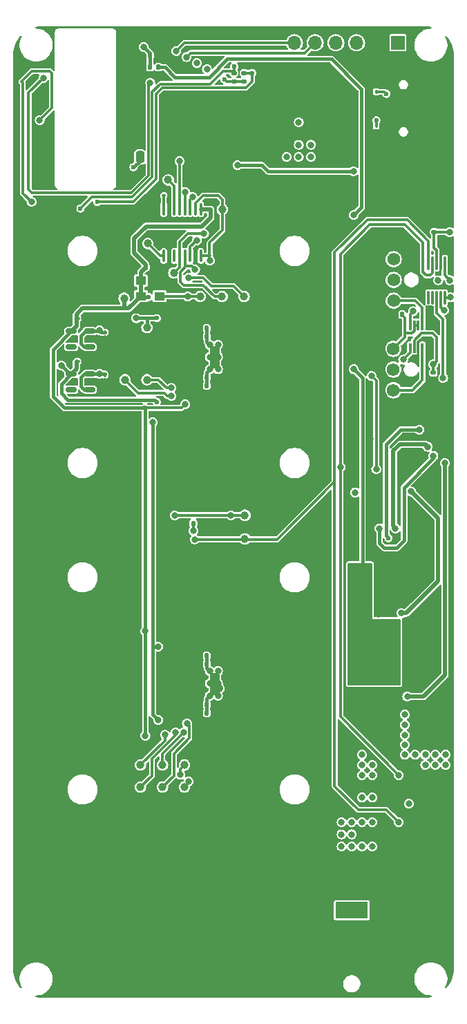
<source format=gbr>
%TF.GenerationSoftware,KiCad,Pcbnew,8.0.4*%
%TF.CreationDate,2024-09-12T18:41:13+02:00*%
%TF.ProjectId,BitForgeNano,42697446-6f72-4676-954e-616e6f2e6b69,rev?*%
%TF.SameCoordinates,Original*%
%TF.FileFunction,Copper,L6,Bot*%
%TF.FilePolarity,Positive*%
%FSLAX46Y46*%
G04 Gerber Fmt 4.6, Leading zero omitted, Abs format (unit mm)*
G04 Created by KiCad (PCBNEW 8.0.4) date 2024-09-12 18:41:13*
%MOMM*%
%LPD*%
G01*
G04 APERTURE LIST*
G04 Aperture macros list*
%AMRoundRect*
0 Rectangle with rounded corners*
0 $1 Rounding radius*
0 $2 $3 $4 $5 $6 $7 $8 $9 X,Y pos of 4 corners*
0 Add a 4 corners polygon primitive as box body*
4,1,4,$2,$3,$4,$5,$6,$7,$8,$9,$2,$3,0*
0 Add four circle primitives for the rounded corners*
1,1,$1+$1,$2,$3*
1,1,$1+$1,$4,$5*
1,1,$1+$1,$6,$7*
1,1,$1+$1,$8,$9*
0 Add four rect primitives between the rounded corners*
20,1,$1+$1,$2,$3,$4,$5,0*
20,1,$1+$1,$4,$5,$6,$7,0*
20,1,$1+$1,$6,$7,$8,$9,0*
20,1,$1+$1,$8,$9,$2,$3,0*%
G04 Aperture macros list end*
%TA.AperFunction,ComponentPad*%
%ADD10O,2.100000X1.000000*%
%TD*%
%TA.AperFunction,ComponentPad*%
%ADD11O,1.800000X1.000000*%
%TD*%
%TA.AperFunction,ComponentPad*%
%ADD12R,4.000000X2.000000*%
%TD*%
%TA.AperFunction,ComponentPad*%
%ADD13O,2.000000X3.500000*%
%TD*%
%TA.AperFunction,ComponentPad*%
%ADD14O,3.300000X2.000000*%
%TD*%
%TA.AperFunction,ComponentPad*%
%ADD15C,1.574800*%
%TD*%
%TA.AperFunction,ComponentPad*%
%ADD16R,1.700000X1.700000*%
%TD*%
%TA.AperFunction,ComponentPad*%
%ADD17O,1.700000X1.700000*%
%TD*%
%TA.AperFunction,SMDPad,CuDef*%
%ADD18C,1.000000*%
%TD*%
%TA.AperFunction,SMDPad,CuDef*%
%ADD19RoundRect,0.135000X0.185000X-0.135000X0.185000X0.135000X-0.185000X0.135000X-0.185000X-0.135000X0*%
%TD*%
%TA.AperFunction,SMDPad,CuDef*%
%ADD20RoundRect,0.140000X-0.140000X-0.170000X0.140000X-0.170000X0.140000X0.170000X-0.140000X0.170000X0*%
%TD*%
%TA.AperFunction,SMDPad,CuDef*%
%ADD21RoundRect,0.250000X-0.325000X-1.100000X0.325000X-1.100000X0.325000X1.100000X-0.325000X1.100000X0*%
%TD*%
%TA.AperFunction,SMDPad,CuDef*%
%ADD22RoundRect,0.100000X0.130000X0.100000X-0.130000X0.100000X-0.130000X-0.100000X0.130000X-0.100000X0*%
%TD*%
%TA.AperFunction,SMDPad,CuDef*%
%ADD23RoundRect,0.100000X0.100000X-0.637500X0.100000X0.637500X-0.100000X0.637500X-0.100000X-0.637500X0*%
%TD*%
%TA.AperFunction,SMDPad,CuDef*%
%ADD24RoundRect,0.250000X-0.250000X-0.475000X0.250000X-0.475000X0.250000X0.475000X-0.250000X0.475000X0*%
%TD*%
%TA.AperFunction,SMDPad,CuDef*%
%ADD25RoundRect,0.087500X-0.087500X0.725000X-0.087500X-0.725000X0.087500X-0.725000X0.087500X0.725000X0*%
%TD*%
%TA.AperFunction,SMDPad,CuDef*%
%ADD26RoundRect,0.140000X0.170000X-0.140000X0.170000X0.140000X-0.170000X0.140000X-0.170000X-0.140000X0*%
%TD*%
%TA.AperFunction,SMDPad,CuDef*%
%ADD27RoundRect,0.150000X-0.512500X-0.150000X0.512500X-0.150000X0.512500X0.150000X-0.512500X0.150000X0*%
%TD*%
%TA.AperFunction,SMDPad,CuDef*%
%ADD28R,1.300000X1.100000*%
%TD*%
%TA.AperFunction,SMDPad,CuDef*%
%ADD29RoundRect,0.135000X0.135000X0.185000X-0.135000X0.185000X-0.135000X-0.185000X0.135000X-0.185000X0*%
%TD*%
%TA.AperFunction,SMDPad,CuDef*%
%ADD30RoundRect,0.087500X-0.087500X0.537500X-0.087500X-0.537500X0.087500X-0.537500X0.087500X0.537500X0*%
%TD*%
%TA.AperFunction,SMDPad,CuDef*%
%ADD31RoundRect,0.140000X-0.170000X0.140000X-0.170000X-0.140000X0.170000X-0.140000X0.170000X0.140000X0*%
%TD*%
%TA.AperFunction,SMDPad,CuDef*%
%ADD32RoundRect,0.100000X0.100000X-0.130000X0.100000X0.130000X-0.100000X0.130000X-0.100000X-0.130000X0*%
%TD*%
%TA.AperFunction,SMDPad,CuDef*%
%ADD33RoundRect,0.100000X-0.100000X0.130000X-0.100000X-0.130000X0.100000X-0.130000X0.100000X0.130000X0*%
%TD*%
%TA.AperFunction,SMDPad,CuDef*%
%ADD34RoundRect,0.135000X-0.185000X0.135000X-0.185000X-0.135000X0.185000X-0.135000X0.185000X0.135000X0*%
%TD*%
%TA.AperFunction,ViaPad*%
%ADD35C,0.800000*%
%TD*%
%TA.AperFunction,ViaPad*%
%ADD36C,0.600000*%
%TD*%
%TA.AperFunction,Conductor*%
%ADD37C,0.300000*%
%TD*%
%TA.AperFunction,Conductor*%
%ADD38C,0.400000*%
%TD*%
%TA.AperFunction,Conductor*%
%ADD39C,0.500000*%
%TD*%
%TA.AperFunction,Conductor*%
%ADD40C,0.350000*%
%TD*%
%TA.AperFunction,Conductor*%
%ADD41C,1.000000*%
%TD*%
G04 APERTURE END LIST*
D10*
%TO.P,J5,S1,SHIELD*%
%TO.N,GND*%
X92830000Y-60845000D03*
D11*
X97010000Y-60845000D03*
D10*
X92830000Y-52205000D03*
D11*
X97010000Y-52205000D03*
%TD*%
D12*
%TO.P,J1,1*%
%TO.N,+5V*%
X87000000Y-154800000D03*
D13*
%TO.P,J1,2*%
%TO.N,GND*%
X82500000Y-161800000D03*
D14*
X87000000Y-160800000D03*
D13*
X91500000Y-161800000D03*
%TD*%
D15*
%TO.P,J8,1,Pin_1*%
%TO.N,GND*%
X92100000Y-83460000D03*
%TO.P,J8,2,Pin_2*%
%TO.N,/5V*%
X92100000Y-86000000D03*
%TO.P,J8,3,Pin_3*%
%TO.N,/Fan/FAN2_TACH*%
X92100000Y-88540000D03*
%TO.P,J8,4,Pin_4*%
%TO.N,/Fan/FAN2_PWM*%
X92100000Y-91080000D03*
%TD*%
D16*
%TO.P,J7,1,Pin_1*%
%TO.N,/5V*%
X92660000Y-48500000D03*
D17*
%TO.P,J7,2,Pin_2*%
%TO.N,GND*%
X90120000Y-48500000D03*
%TO.P,J7,3,Pin_3*%
%TO.N,Net-(J7-Pin_3)*%
X87580000Y-48500000D03*
%TO.P,J7,4,Pin_4*%
%TO.N,Net-(J7-Pin_4)*%
X85040000Y-48500000D03*
%TO.P,J7,5,Pin_5*%
%TO.N,Net-(J7-Pin_5)*%
X82500000Y-48500000D03*
%TO.P,J7,6,Pin_6*%
%TO.N,Net-(J7-Pin_6)*%
X79960000Y-48500000D03*
%TD*%
D15*
%TO.P,J6,1,Pin_1*%
%TO.N,GND*%
X92138851Y-72479400D03*
%TO.P,J6,2,Pin_2*%
%TO.N,/5V*%
X92138851Y-75019400D03*
%TO.P,J6,3,Pin_3*%
%TO.N,/Fan/FAN1_TACH*%
X92138851Y-77559400D03*
%TO.P,J6,4,Pin_4*%
%TO.N,/Fan/FAN1_PWM*%
X92138851Y-80099400D03*
%TD*%
D18*
%TO.P,TP26,1,1*%
%TO.N,Net-(U13-TEMP_N)*%
X59200000Y-89800000D03*
%TD*%
%TO.P,TP22,1,1*%
%TO.N,Net-(U3-CLKO)*%
X63800000Y-139700000D03*
%TD*%
D19*
%TO.P,R25,1*%
%TO.N,/SCL*%
X72550000Y-52200000D03*
%TO.P,R25,2*%
%TO.N,3V3*%
X72550000Y-53220000D03*
%TD*%
D18*
%TO.P,TP25,1,1*%
%TO.N,Net-(U3-TEMP_P)*%
X61100000Y-137000000D03*
%TD*%
D20*
%TO.P,C46,1*%
%TO.N,/5V*%
X93180000Y-81800000D03*
%TO.P,C46,2*%
%TO.N,GND*%
X92220000Y-81800000D03*
%TD*%
D18*
%TO.P,TP6,1,1*%
%TO.N,3V3*%
X71122500Y-68937500D03*
%TD*%
%TO.P,TP16,1,1*%
%TO.N,/SDA*%
X73900000Y-109300000D03*
%TD*%
%TO.P,TP27,1,1*%
%TO.N,Net-(U13-TEMP_P)*%
X61900000Y-89800000D03*
%TD*%
D20*
%TO.P,C29,1*%
%TO.N,VDD*%
X69230000Y-83500000D03*
%TO.P,C29,2*%
%TO.N,GND*%
X68270000Y-83500000D03*
%TD*%
D21*
%TO.P,C41,1*%
%TO.N,VDD*%
X70225000Y-87000000D03*
%TO.P,C41,2*%
%TO.N,GND*%
X67275000Y-87000000D03*
%TD*%
D22*
%TO.P,R31,1*%
%TO.N,Net-(U9-OE)*%
X63980000Y-67200000D03*
%TO.P,R31,2*%
%TO.N,GND*%
X64620000Y-67200000D03*
%TD*%
D23*
%TO.P,U9,1,DIR1*%
%TO.N,3V3*%
X68500000Y-74625000D03*
%TO.P,U9,2,DIR2*%
%TO.N,GND*%
X67850000Y-74625000D03*
%TO.P,U9,3,A1*%
%TO.N,Net-(U9-A1)*%
X67200000Y-74625000D03*
%TO.P,U9,4,A2*%
%TO.N,/Domain/I_CI*%
X66550000Y-74625000D03*
%TO.P,U9,5,A3*%
%TO.N,/Domain/I_NRSTI*%
X65900000Y-74625000D03*
%TO.P,U9,6,A4*%
%TO.N,unconnected-(U9-A4-Pad6)*%
X65250000Y-74625000D03*
%TO.P,U9,7,DIR3*%
%TO.N,GND*%
X64600000Y-74625000D03*
%TO.P,U9,8,DIR4*%
%TO.N,Net-(U9-DIR4)*%
X63950000Y-74625000D03*
%TO.P,U9,9,OE*%
%TO.N,Net-(U9-OE)*%
X63950000Y-68900000D03*
%TO.P,U9,10,GND*%
%TO.N,GND*%
X64600000Y-68900000D03*
%TO.P,U9,11,B4*%
%TO.N,Net-(U9-B4)*%
X65250000Y-68900000D03*
%TO.P,U9,12,B3*%
%TO.N,/RST*%
X65900000Y-68900000D03*
%TO.P,U9,13,B2*%
%TO.N,/TX*%
X66550000Y-68900000D03*
%TO.P,U9,14,B1*%
%TO.N,/RX*%
X67200000Y-68900000D03*
%TO.P,U9,15,VCCB*%
%TO.N,3V3*%
X67850000Y-68900000D03*
%TO.P,U9,16,VCCA*%
%TO.N,/Domain/1V2*%
X68500000Y-68900000D03*
%TD*%
D20*
%TO.P,C61,1*%
%TO.N,VDD*%
X69230000Y-129600000D03*
%TO.P,C61,2*%
%TO.N,GND*%
X68270000Y-129600000D03*
%TD*%
D24*
%TO.P,C47,1*%
%TO.N,3V3*%
X61050000Y-62500000D03*
%TO.P,C47,2*%
%TO.N,GND*%
X59150000Y-62500000D03*
%TD*%
D18*
%TO.P,TP10,1,1*%
%TO.N,/Domain/I_NRSTI*%
X65200000Y-76700000D03*
%TD*%
D22*
%TO.P,C34,1*%
%TO.N,/Domain/0V8*%
X53430000Y-87550000D03*
%TO.P,C34,2*%
%TO.N,GND*%
X54070000Y-87550000D03*
%TD*%
D25*
%TO.P,U2,1,SMDATA*%
%TO.N,/SDA*%
X96400000Y-75487500D03*
%TO.P,U2,2,SMCLK*%
%TO.N,/SCL*%
X96900000Y-75487500D03*
%TO.P,U2,3,VDD*%
%TO.N,3V3*%
X97400000Y-75487500D03*
%TO.P,U2,4,GND*%
%TO.N,GND*%
X97900000Y-75487500D03*
%TO.P,U2,5,PWM1*%
%TO.N,/Fan/PWM1*%
X98400000Y-75487500D03*
%TO.P,U2,6,TACH1*%
%TO.N,/Fan/FAN1_TACH*%
X98400000Y-79712500D03*
%TO.P,U2,7,PWM2*%
%TO.N,/Fan/PWM2*%
X97900000Y-79712500D03*
%TO.P,U2,8,TACH2*%
%TO.N,/Fan/FAN2_TACH*%
X97400000Y-79712500D03*
%TO.P,U2,9,CLK*%
%TO.N,unconnected-(U2-CLK-Pad9)*%
X96900000Y-79712500D03*
%TO.P,U2,10,\u002AALERT*%
%TO.N,unconnected-(U2-\u002AALERT-Pad10)*%
X96400000Y-79712500D03*
%TD*%
D18*
%TO.P,TP24,1,1*%
%TO.N,Net-(U3-TEMP_N)*%
X61100000Y-139700000D03*
%TD*%
D20*
%TO.P,C35,1*%
%TO.N,GND*%
X62700000Y-76000000D03*
%TO.P,C35,2*%
%TO.N,/Domain/1V2*%
X61740000Y-76000000D03*
%TD*%
D18*
%TO.P,TP17,1,1*%
%TO.N,/SCL*%
X73900000Y-106400000D03*
%TD*%
D26*
%TO.P,C45,1*%
%TO.N,3V3*%
X97000000Y-88920000D03*
%TO.P,C45,2*%
%TO.N,GND*%
X97000000Y-89880000D03*
%TD*%
D20*
%TO.P,C40,1*%
%TO.N,VDD*%
X69230000Y-90500000D03*
%TO.P,C40,2*%
%TO.N,GND*%
X68270000Y-90500000D03*
%TD*%
D21*
%TO.P,C64,1*%
%TO.N,VDD*%
X70225000Y-127100000D03*
%TO.P,C64,2*%
%TO.N,GND*%
X67275000Y-127100000D03*
%TD*%
D18*
%TO.P,TP18,1,1*%
%TO.N,Net-(U9-DIR4)*%
X62000000Y-73100000D03*
%TD*%
%TO.P,TP9,1,1*%
%TO.N,/Domain/CLKI*%
X68400000Y-79600000D03*
%TD*%
%TO.P,TP20,1,1*%
%TO.N,Net-(U3-CO)*%
X66500000Y-139700000D03*
%TD*%
D27*
%TO.P,U6,1,VIN*%
%TO.N,/5V*%
X54887500Y-89100000D03*
%TO.P,U6,2,GND*%
%TO.N,GND*%
X54887500Y-90050000D03*
%TO.P,U6,3,EN*%
%TO.N,/5V*%
X54887500Y-91000000D03*
%TO.P,U6,4,PG*%
%TO.N,unconnected-(U6-PG-Pad4)*%
X52612500Y-91000000D03*
%TO.P,U6,5,VOUT*%
%TO.N,/Domain/0V8*%
X52612500Y-89100000D03*
%TD*%
D28*
%TO.P,U11,1,EN*%
%TO.N,/Domain/1V2*%
X61150000Y-77650000D03*
%TO.P,U11,2,GND*%
%TO.N,GND*%
X63450000Y-77650000D03*
%TO.P,U11,3,OUT*%
%TO.N,/Domain/CLKI*%
X63450000Y-79550000D03*
%TO.P,U11,4,VIN*%
%TO.N,/Domain/1V2*%
X61150000Y-79550000D03*
%TD*%
D29*
%TO.P,R14,1*%
%TO.N,/ESP32/VDD_SAMPLE_0*%
X62290000Y-51500000D03*
%TO.P,R14,2*%
%TO.N,VDD*%
X63310000Y-51500000D03*
%TD*%
D20*
%TO.P,C60,1*%
%TO.N,VDD*%
X69230000Y-124600000D03*
%TO.P,C60,2*%
%TO.N,GND*%
X68270000Y-124600000D03*
%TD*%
D30*
%TO.P,U23,1,B2Y*%
%TO.N,/Fan/FAN2_PWM*%
X95650000Y-85900000D03*
%TO.P,U23,2,GND*%
%TO.N,GND*%
X95150000Y-85900000D03*
%TO.P,U23,3,VCCA*%
%TO.N,3V3*%
X94650000Y-85900000D03*
%TO.P,U23,4,A2*%
%TO.N,/Fan/PWM2*%
X94150000Y-85900000D03*
%TO.P,U23,5,A1*%
%TO.N,/Fan/PWM1*%
X94150000Y-83100000D03*
%TO.P,U23,6,OE*%
%TO.N,/5V*%
X94650000Y-83100000D03*
%TO.P,U23,7,VCCB*%
X95150000Y-83100000D03*
%TO.P,U23,8,B1Y*%
%TO.N,/Fan/FAN1_PWM*%
X95650000Y-83100000D03*
%TD*%
D20*
%TO.P,C30,1*%
%TO.N,VDD*%
X69230000Y-84500000D03*
%TO.P,C30,2*%
%TO.N,GND*%
X68270000Y-84500000D03*
%TD*%
D18*
%TO.P,TP2,1,1*%
%TO.N,Net-(U9-B4)*%
X64500000Y-65300000D03*
%TD*%
D31*
%TO.P,C21,1*%
%TO.N,3V3*%
X97100000Y-71680000D03*
%TO.P,C21,2*%
%TO.N,GND*%
X97100000Y-70720000D03*
%TD*%
D22*
%TO.P,C32,1*%
%TO.N,/Domain/1V2*%
X53430000Y-82300000D03*
%TO.P,C32,2*%
%TO.N,GND*%
X54070000Y-82300000D03*
%TD*%
D18*
%TO.P,TP7,1,1*%
%TO.N,/Domain/1V2*%
X59100000Y-79800000D03*
%TD*%
D27*
%TO.P,U5,1,VIN*%
%TO.N,/5V*%
X54887500Y-83850000D03*
%TO.P,U5,2,GND*%
%TO.N,GND*%
X54887500Y-84800000D03*
%TO.P,U5,3,EN*%
%TO.N,/5V*%
X54887500Y-85750000D03*
%TO.P,U5,4,PG*%
%TO.N,unconnected-(U5-PG-Pad4)*%
X52612500Y-85750000D03*
%TO.P,U5,5,VOUT*%
%TO.N,/Domain/1V2*%
X52612500Y-83850000D03*
%TD*%
D18*
%TO.P,TP23,1,1*%
%TO.N,Net-(U3-BO)*%
X63800000Y-137000000D03*
%TD*%
%TO.P,TP3,1,1*%
%TO.N,VDD*%
X88400000Y-117700000D03*
%TD*%
D32*
%TO.P,R29,1*%
%TO.N,GND*%
X90000000Y-53860000D03*
%TO.P,R29,2*%
%TO.N,Net-(J5-CC2)*%
X90000000Y-54500000D03*
%TD*%
D29*
%TO.P,R22,1*%
%TO.N,GND*%
X61250000Y-50030000D03*
%TO.P,R22,2*%
%TO.N,/ESP32/VDD_SAMPLE_0*%
X62270000Y-50030000D03*
%TD*%
D32*
%TO.P,C33,1*%
%TO.N,/5V*%
X56750000Y-89230000D03*
%TO.P,C33,2*%
%TO.N,GND*%
X56750000Y-89870000D03*
%TD*%
D33*
%TO.P,R28,1*%
%TO.N,GND*%
X90000000Y-59320000D03*
%TO.P,R28,2*%
%TO.N,Net-(J5-CC1)*%
X90000000Y-58680000D03*
%TD*%
D34*
%TO.P,R26,1*%
%TO.N,3V3*%
X73800000Y-53220000D03*
%TO.P,R26,2*%
%TO.N,/SDA*%
X73800000Y-52200000D03*
%TD*%
D20*
%TO.P,C58,1*%
%TO.N,VDD*%
X69230000Y-130600000D03*
%TO.P,C58,2*%
%TO.N,GND*%
X68270000Y-130600000D03*
%TD*%
D18*
%TO.P,TP21,1,1*%
%TO.N,Net-(U3-RI)*%
X66500000Y-137000000D03*
%TD*%
D32*
%TO.P,C15,1*%
%TO.N,GND*%
X69700000Y-68280000D03*
%TO.P,C15,2*%
%TO.N,/Domain/1V2*%
X69700000Y-68920000D03*
%TD*%
D22*
%TO.P,C17,1*%
%TO.N,3V3*%
X69580000Y-74600000D03*
%TO.P,C17,2*%
%TO.N,GND*%
X70220000Y-74600000D03*
%TD*%
D18*
%TO.P,TP12,1,1*%
%TO.N,/Domain/I_RO*%
X73800000Y-79600000D03*
%TD*%
D32*
%TO.P,C31,1*%
%TO.N,/5V*%
X56750000Y-83980000D03*
%TO.P,C31,2*%
%TO.N,GND*%
X56750000Y-84620000D03*
%TD*%
D18*
%TO.P,TP11,1,1*%
%TO.N,/Domain/I_CI*%
X71100000Y-79600000D03*
%TD*%
D20*
%TO.P,C39,1*%
%TO.N,VDD*%
X69230000Y-89500000D03*
%TO.P,C39,2*%
%TO.N,GND*%
X68270000Y-89500000D03*
%TD*%
%TO.P,C59,1*%
%TO.N,VDD*%
X69230000Y-123600000D03*
%TO.P,C59,2*%
%TO.N,GND*%
X68270000Y-123600000D03*
%TD*%
%TO.P,C42,1*%
%TO.N,3V3*%
X67580000Y-107400000D03*
%TO.P,C42,2*%
%TO.N,GND*%
X66620000Y-107400000D03*
%TD*%
D18*
%TO.P,TP8,1,1*%
%TO.N,/Domain/0V8*%
X61900000Y-83400000D03*
%TD*%
D35*
%TO.N,+5V*%
X85750000Y-144000000D03*
X85750000Y-145500000D03*
X85750000Y-147000000D03*
X89500000Y-144000000D03*
X88250000Y-144000000D03*
X87000000Y-144000000D03*
X87000000Y-145500000D03*
X87000000Y-147000000D03*
X88250000Y-147000000D03*
X89500000Y-147000000D03*
%TO.N,/5V*%
X88250000Y-135750000D03*
X88250000Y-137000000D03*
X89500000Y-137000000D03*
X89500000Y-138250000D03*
X88250000Y-138250000D03*
X89500000Y-141000000D03*
X88250000Y-141000000D03*
%TO.N,3V3*%
X94000000Y-141750000D03*
%TO.N,GND*%
X95750000Y-141000000D03*
X65100000Y-125500000D03*
X64600000Y-58700000D03*
X66000000Y-60100000D03*
X70500000Y-136600000D03*
X67800000Y-96142500D03*
X65100000Y-85500000D03*
D36*
X93000000Y-99700000D03*
D35*
X64100000Y-87000000D03*
X65100000Y-88500000D03*
X66100000Y-85500000D03*
X90250000Y-113500000D03*
X68100000Y-127000000D03*
X90250000Y-114750000D03*
D36*
X94000000Y-99700000D03*
D35*
X69600000Y-76500000D03*
X90500000Y-133000000D03*
X93800000Y-115400000D03*
X90500000Y-129250000D03*
X65100000Y-127000000D03*
X64100000Y-85500000D03*
X66100000Y-127000000D03*
X67400000Y-55900000D03*
X66400000Y-108300000D03*
X67100000Y-88500000D03*
X64100000Y-88500000D03*
X59400000Y-60500000D03*
X68800000Y-60100000D03*
X64600000Y-81800000D03*
X90250000Y-118500000D03*
X96500000Y-84900000D03*
X59000000Y-64200000D03*
X68100000Y-85500000D03*
X64900000Y-78400000D03*
X90500000Y-130500000D03*
X59000000Y-49100000D03*
X57800000Y-84650000D03*
X66100000Y-125500000D03*
X90000000Y-60000000D03*
X64600000Y-57300000D03*
X64100000Y-125500000D03*
X68100000Y-125500000D03*
X70700000Y-74600000D03*
X98000000Y-140000000D03*
X46000000Y-67750000D03*
X90250000Y-117250000D03*
X97900000Y-73400000D03*
X64600000Y-55900000D03*
D36*
X94000000Y-98700000D03*
D35*
X89250000Y-97000000D03*
X57800000Y-89250000D03*
X90500000Y-134250000D03*
X67100000Y-125500000D03*
X67100000Y-87000000D03*
X66100000Y-128500000D03*
X63700000Y-80800000D03*
X66000000Y-58700000D03*
X96750000Y-140000000D03*
X63500000Y-76000000D03*
X68800000Y-58700000D03*
X81000000Y-65750000D03*
X98200000Y-97000000D03*
X93800000Y-114100000D03*
X68100000Y-128500000D03*
X70500000Y-96500000D03*
X66100000Y-88500000D03*
X67100000Y-128500000D03*
X64100000Y-127000000D03*
X65100000Y-128500000D03*
X68250000Y-135350000D03*
X57800000Y-83150000D03*
X93800000Y-116700000D03*
X98000000Y-142000000D03*
X65100000Y-87000000D03*
X64600000Y-60100000D03*
X93800000Y-112400000D03*
X68100000Y-87000000D03*
X92200000Y-115400000D03*
X81400000Y-53900000D03*
X90500000Y-128000000D03*
X90500000Y-131750000D03*
X67400000Y-58700000D03*
X90250000Y-116000000D03*
X66000000Y-57300000D03*
X68800000Y-57300000D03*
X61200000Y-50900000D03*
X57800000Y-87550000D03*
X92200000Y-116700000D03*
X63500000Y-119850000D03*
X70000000Y-68100000D03*
X64100000Y-128500000D03*
X66000000Y-55900000D03*
X67400000Y-60100000D03*
X90250000Y-104750000D03*
X67400000Y-57300000D03*
X90000000Y-53200000D03*
X90250000Y-112250000D03*
X67100000Y-127000000D03*
D36*
X94000000Y-100700000D03*
X95000000Y-99700000D03*
D35*
X68100000Y-88500000D03*
X96750000Y-142000000D03*
X66100000Y-87000000D03*
X67100000Y-85500000D03*
X70500000Y-117400000D03*
X92200000Y-114100000D03*
X97100000Y-69900000D03*
%TO.N,/5V*%
X94750000Y-135750000D03*
X80500000Y-58250000D03*
X56075000Y-83750000D03*
X97250000Y-137000000D03*
X93500000Y-133325000D03*
X56075000Y-89050000D03*
X98500000Y-135750000D03*
X93500000Y-135750000D03*
X96000000Y-137000000D03*
X96000000Y-135750000D03*
X97250000Y-135750000D03*
X98500000Y-137000000D03*
X93500000Y-132075000D03*
X93500000Y-134500000D03*
X93500000Y-130825000D03*
%TO.N,VDD*%
X87250000Y-121325000D03*
X92250000Y-120575000D03*
X87250000Y-125825000D03*
X87250000Y-124325000D03*
X87200000Y-115900000D03*
X91250000Y-119825000D03*
X92250000Y-122075000D03*
X89250000Y-119825000D03*
X70600000Y-128500000D03*
X87250000Y-122825000D03*
X69600000Y-127000000D03*
X88250000Y-122075000D03*
X87200000Y-114650000D03*
X91250000Y-121325000D03*
X70600000Y-85500000D03*
X87250000Y-88500000D03*
X70600000Y-88500000D03*
X87200000Y-113400000D03*
X92250000Y-123575000D03*
X70600000Y-87000000D03*
X88250000Y-126825000D03*
X69600000Y-128500000D03*
X87250000Y-119810000D03*
X90250000Y-120575000D03*
X70600000Y-125500000D03*
X87250000Y-69600000D03*
X69600000Y-85500000D03*
X70600000Y-127000000D03*
X69600000Y-88500000D03*
X90250000Y-122075000D03*
X69600000Y-87000000D03*
X90250000Y-126825000D03*
X87200000Y-117150000D03*
X69600000Y-125500000D03*
X92250000Y-126825000D03*
X90250000Y-125075000D03*
X91250000Y-125825000D03*
X88250000Y-125075000D03*
X87200000Y-118400000D03*
X89250000Y-121325000D03*
X92250000Y-125075000D03*
X88250000Y-120575000D03*
X89250000Y-125825000D03*
D36*
%TO.N,/Domain/0V8*%
X63100000Y-92500000D03*
D35*
X63260000Y-122500000D03*
X60600000Y-82250000D03*
X63280000Y-131500000D03*
X62600000Y-95000000D03*
X51400000Y-88050000D03*
D36*
X63100000Y-82250000D03*
%TO.N,Net-(J5-CC1)*%
X90000000Y-58000000D03*
%TO.N,Net-(J5-CC2)*%
X91250000Y-54750000D03*
D35*
%TO.N,/ESP32/IO0*%
X49200000Y-52800000D03*
X62300000Y-53400000D03*
%TO.N,/Domain/1V2*%
X61700000Y-120600000D03*
X61700000Y-133400000D03*
X66583806Y-92800188D03*
D36*
X61670000Y-93250000D03*
X62100000Y-79650000D03*
D35*
%TO.N,/ESP32/PGOOD*%
X90000000Y-100775001D03*
X89419669Y-89330331D03*
%TO.N,Net-(U9-A1)*%
X68000000Y-72700000D03*
%TO.N,Net-(U3-RI)*%
X66000000Y-138200000D03*
%TO.N,Net-(U1-FB)*%
X95300000Y-95900000D03*
D36*
X91500000Y-109200000D03*
D35*
%TO.N,Net-(U1-CS+)*%
X96300000Y-98000000D03*
X92350000Y-108000000D03*
%TO.N,Net-(U1-CS-)*%
X97000000Y-99100000D03*
X90400000Y-108000000D03*
%TO.N,/Domain/I_RO*%
X67000000Y-77300000D03*
%TO.N,/Domain/CLKI*%
X66900000Y-79600000D03*
%TO.N,/TX*%
X66600000Y-66800000D03*
%TO.N,/RX*%
X67500000Y-67400000D03*
%TO.N,/RST*%
X65900000Y-63000000D03*
%TO.N,/Domain/I_CI*%
X67800000Y-76300000D03*
%TO.N,/Domain/I_NRSTI*%
X68900000Y-71900000D03*
%TO.N,/ESP32/VDD_SAMPLE_0*%
X61500000Y-49000000D03*
%TO.N,Net-(J7-Pin_6)*%
X65500000Y-49500000D03*
%TO.N,Net-(J7-Pin_4)*%
X68000000Y-51000000D03*
%TO.N,Net-(J7-Pin_3)*%
X69250000Y-51750000D03*
%TO.N,Net-(J7-Pin_5)*%
X66750000Y-50250000D03*
%TO.N,/Fan/FAN1_TACH*%
X99100000Y-79700000D03*
%TO.N,/Fan/FAN2_TACH*%
X98200000Y-89600000D03*
D36*
%TO.N,/SCL*%
X53750000Y-68800000D03*
D35*
X72200000Y-106400000D03*
X65300000Y-106400000D03*
X85600000Y-100500000D03*
X92750000Y-138250000D03*
D36*
X72600000Y-51400000D03*
%TO.N,/SDA*%
X55800000Y-68000000D03*
X74800000Y-52200000D03*
D35*
X92750000Y-144000000D03*
X67750000Y-109350000D03*
%TO.N,/PWR_EN*%
X73000000Y-63500000D03*
X87200000Y-64250000D03*
%TO.N,Net-(U3-CO)*%
X67000000Y-139000000D03*
%TO.N,Net-(U3-CLKO)*%
X66800000Y-131900000D03*
%TO.N,/Fan/PWM2*%
X93300000Y-87325000D03*
X98300000Y-81300000D03*
%TO.N,/Fan/PWM1*%
X94500000Y-81400000D03*
X99000000Y-77600000D03*
%TO.N,Net-(U3-BO)*%
X66400000Y-133000000D03*
%TO.N,Net-(U3-TEMP_N)*%
X65400000Y-133000000D03*
D36*
%TO.N,3V3*%
X71400000Y-53000000D03*
D35*
X82000000Y-62500000D03*
X48750000Y-58000000D03*
X97000000Y-87900000D03*
X97600000Y-77600000D03*
D36*
X60250000Y-63750000D03*
D35*
X67600000Y-108300000D03*
X87400000Y-103600000D03*
X69600000Y-75200000D03*
X80500000Y-61000000D03*
X47750000Y-68000000D03*
X79000000Y-62500000D03*
X80500000Y-62500000D03*
X82000000Y-61000000D03*
X99000000Y-71700000D03*
%TO.N,Net-(U3-TEMP_P)*%
X64100000Y-133300000D03*
%TO.N,Net-(U13-TEMP_N)*%
X64900000Y-91800000D03*
%TO.N,Net-(U13-TEMP_P)*%
X64900000Y-90800000D03*
%TO.N,unconnected-(U1-HG-Pad14)*%
X93800000Y-128600000D03*
X98400000Y-100000000D03*
%TO.N,unconnected-(U1-LG-Pad11)*%
X93100000Y-118400000D03*
X94300000Y-103500000D03*
%TD*%
D37*
%TO.N,/SDA*%
X84900000Y-102300000D02*
X84900000Y-139600000D01*
X84900000Y-139600000D02*
X87800000Y-142500000D01*
X87800000Y-142500000D02*
X91250000Y-142500000D01*
X91250000Y-142500000D02*
X92750000Y-144000000D01*
%TO.N,/SCL*%
X92750000Y-138250000D02*
X85600000Y-131100000D01*
X85600000Y-131100000D02*
X85600000Y-100500000D01*
D38*
%TO.N,GND*%
X68300000Y-130630000D02*
X68270000Y-130600000D01*
D39*
X61250000Y-50850000D02*
X61200000Y-50900000D01*
D38*
X68270000Y-130600000D02*
X68270000Y-129670000D01*
D39*
X68270000Y-88670000D02*
X68100000Y-88500000D01*
D38*
X68300000Y-135300000D02*
X68250000Y-135350000D01*
D40*
X97100000Y-70720000D02*
X97100000Y-69900000D01*
D39*
X63450000Y-77650000D02*
X63450000Y-76050000D01*
D38*
X56570000Y-90050000D02*
X56750000Y-89870000D01*
D39*
X90000000Y-59320000D02*
X90000000Y-60000000D01*
D38*
X68270000Y-124600000D02*
X67370000Y-125500000D01*
X54887500Y-84800000D02*
X56570000Y-84800000D01*
D39*
X59150000Y-60750000D02*
X59150000Y-62500000D01*
D38*
X57770000Y-84620000D02*
X57800000Y-84650000D01*
D39*
X90000000Y-53860000D02*
X90000000Y-53200000D01*
D38*
X56750000Y-84620000D02*
X57770000Y-84620000D01*
X56950000Y-82300000D02*
X57800000Y-83150000D01*
D40*
X95439212Y-84900000D02*
X95150000Y-85189212D01*
D37*
X69700000Y-68280000D02*
X69820000Y-68280000D01*
D38*
X57180000Y-89870000D02*
X56750000Y-89870000D01*
D37*
X66400000Y-107620000D02*
X66620000Y-107400000D01*
X70220000Y-74600000D02*
X70700000Y-74600000D01*
D38*
X57800000Y-89250000D02*
X57180000Y-89870000D01*
D39*
X59400000Y-60500000D02*
X59150000Y-60750000D01*
X61250000Y-50030000D02*
X61250000Y-50850000D01*
X63450000Y-76050000D02*
X63500000Y-76000000D01*
D38*
X68270000Y-129670000D02*
X67100000Y-128500000D01*
X80510000Y-54500000D02*
X80800000Y-54500000D01*
X54887500Y-90050000D02*
X56570000Y-90050000D01*
D37*
X64600000Y-68900000D02*
X64600000Y-67220000D01*
D38*
X54070000Y-82300000D02*
X56950000Y-82300000D01*
X80800000Y-54500000D02*
X81400000Y-53900000D01*
D39*
X68270000Y-90600000D02*
X68270000Y-88670000D01*
D38*
X56570000Y-84800000D02*
X56750000Y-84620000D01*
X54070000Y-87550000D02*
X57800000Y-87550000D01*
D37*
X66400000Y-108300000D02*
X66400000Y-107620000D01*
X69820000Y-68280000D02*
X70000000Y-68100000D01*
D38*
X68300000Y-135300000D02*
X68300000Y-130630000D01*
D39*
X68270000Y-83550000D02*
X68270000Y-85330000D01*
D37*
X64600000Y-67220000D02*
X64620000Y-67200000D01*
D38*
X68270000Y-123600000D02*
X68270000Y-124600000D01*
X67370000Y-125500000D02*
X67100000Y-125500000D01*
D40*
X96500000Y-84900000D02*
X95439212Y-84900000D01*
D39*
X68270000Y-85330000D02*
X68100000Y-85500000D01*
D40*
X97900000Y-75487500D02*
X97900000Y-73400000D01*
D39*
X62700000Y-76000000D02*
X63500000Y-76000000D01*
D40*
X95150000Y-85189212D02*
X95150000Y-85900000D01*
D37*
%TO.N,Net-(U9-OE)*%
X63950000Y-67230000D02*
X63980000Y-67200000D01*
X63950000Y-68900000D02*
X63950000Y-67230000D01*
D40*
%TO.N,/5V*%
X93180000Y-81800000D02*
X93180000Y-81880000D01*
D38*
X53825000Y-85349999D02*
X54225001Y-85750000D01*
X54225001Y-91000000D02*
X53825000Y-90599999D01*
D40*
X93500000Y-84600000D02*
X93500000Y-84100000D01*
X95150000Y-83100000D02*
X94650000Y-83100000D01*
D38*
X56750000Y-89070000D02*
X56095000Y-89070000D01*
X56095000Y-89070000D02*
X56075000Y-89050000D01*
X54393026Y-83850000D02*
X53825000Y-84418026D01*
X53825000Y-84418026D02*
X53825000Y-85349999D01*
D40*
X94360788Y-84100000D02*
X94650000Y-83810788D01*
D38*
X56075000Y-83750000D02*
X55975000Y-83850000D01*
D40*
X93500000Y-82200000D02*
X93500000Y-84600000D01*
D38*
X56055000Y-89070000D02*
X54917500Y-89070000D01*
X54887500Y-83850000D02*
X54393026Y-83850000D01*
D40*
X94650000Y-83810788D02*
X94650000Y-83100000D01*
X93500000Y-84600000D02*
X92100000Y-86000000D01*
D38*
X53825000Y-90599999D02*
X53825000Y-89500001D01*
X53825000Y-89500001D02*
X54225001Y-89100000D01*
X54225001Y-89100000D02*
X54887500Y-89100000D01*
D40*
X93500000Y-84100000D02*
X94360788Y-84100000D01*
D38*
X54917500Y-89070000D02*
X54887500Y-89100000D01*
X54887500Y-91000000D02*
X54225001Y-91000000D01*
X56305000Y-83980000D02*
X56750000Y-83980000D01*
D40*
X93180000Y-81880000D02*
X93500000Y-82200000D01*
D38*
X54225001Y-85750000D02*
X54887500Y-85750000D01*
X56075000Y-89050000D02*
X56055000Y-89070000D01*
X55975000Y-83850000D02*
X54887500Y-83850000D01*
X56075000Y-83750000D02*
X56305000Y-83980000D01*
%TO.N,VDD*%
X84500000Y-50500000D02*
X88200000Y-54200000D01*
X69230000Y-125130000D02*
X69600000Y-125500000D01*
X65350000Y-52750000D02*
X69500000Y-52750000D01*
X69230000Y-83550000D02*
X69230000Y-85130000D01*
X64100000Y-51500000D02*
X65350000Y-52750000D01*
X69230000Y-128870000D02*
X69600000Y-128500000D01*
X88200000Y-68650000D02*
X87250000Y-69600000D01*
X71750000Y-50500000D02*
X84500000Y-50500000D01*
X69230000Y-123600000D02*
X69230000Y-125130000D01*
X69500000Y-52750000D02*
X71750000Y-50500000D01*
X69230000Y-90600000D02*
X69230000Y-88870000D01*
X69230000Y-130600000D02*
X69230000Y-128870000D01*
X88300000Y-113825000D02*
X88300000Y-89550000D01*
X69230000Y-88870000D02*
X69600000Y-88500000D01*
X69230000Y-85130000D02*
X69600000Y-85500000D01*
X88200000Y-54200000D02*
X88200000Y-68650000D01*
X63310000Y-51500000D02*
X64100000Y-51500000D01*
X88300000Y-89550000D02*
X87250000Y-88500000D01*
D41*
X70725000Y-127600000D02*
X70225000Y-127100000D01*
D38*
%TO.N,/Domain/0V8*%
X61900000Y-82250000D02*
X60600000Y-82250000D01*
X52450000Y-89100000D02*
X51400000Y-88050000D01*
X62600000Y-122500000D02*
X63260000Y-122500000D01*
X63100000Y-92500000D02*
X62850000Y-92250000D01*
X62850000Y-92250000D02*
X52173658Y-92250000D01*
X62600000Y-116200000D02*
X62600000Y-95000000D01*
D39*
X53270000Y-87550000D02*
X53270000Y-88442500D01*
D38*
X63100000Y-82250000D02*
X61900000Y-82250000D01*
X61900000Y-82250000D02*
X61900000Y-83400000D01*
X52173658Y-92250000D02*
X51400000Y-91476342D01*
X51400000Y-91476342D02*
X51400000Y-90312500D01*
X62600000Y-122500000D02*
X62600000Y-116300000D01*
X51400000Y-90312500D02*
X52612500Y-89100000D01*
X63280000Y-131500000D02*
X62600000Y-130820000D01*
D39*
X53270000Y-88442500D02*
X52612500Y-89100000D01*
D38*
X62600000Y-130820000D02*
X62600000Y-122500000D01*
X52612500Y-89100000D02*
X52450000Y-89100000D01*
D37*
%TO.N,Net-(J5-CC1)*%
X90000000Y-58000000D02*
X90000000Y-58680000D01*
%TO.N,Net-(J5-CC2)*%
X91000000Y-54500000D02*
X91250000Y-54750000D01*
X90000000Y-54500000D02*
X91000000Y-54500000D01*
%TO.N,/ESP32/IO0*%
X62100000Y-53600000D02*
X62100000Y-64763604D01*
X62100000Y-64763604D02*
X59963604Y-66900000D01*
X47400000Y-66500000D02*
X47400000Y-54600000D01*
X59963604Y-66900000D02*
X47800000Y-66900000D01*
X47800000Y-66900000D02*
X47400000Y-66500000D01*
X47400000Y-54600000D02*
X49200000Y-52800000D01*
X62300000Y-53400000D02*
X62100000Y-53600000D01*
D38*
%TO.N,/Domain/1V2*%
X61250000Y-79650000D02*
X62100000Y-79650000D01*
D39*
X53270000Y-83192500D02*
X52612500Y-83850000D01*
X60300000Y-74250001D02*
X60300000Y-72500000D01*
X61150000Y-77650000D02*
X61150000Y-76590000D01*
D37*
X66133994Y-93250000D02*
X61670000Y-93250000D01*
D39*
X68520000Y-68920000D02*
X68500000Y-68900000D01*
X59100000Y-81050000D02*
X59100000Y-79800000D01*
D38*
X50400000Y-91850000D02*
X50400000Y-86062500D01*
D39*
X53270000Y-81780000D02*
X53270000Y-83192500D01*
X68600000Y-71000000D02*
X69700000Y-69900000D01*
X61150000Y-79550000D02*
X59650000Y-81050000D01*
D38*
X61670000Y-93250000D02*
X51800000Y-93250000D01*
D37*
X66583806Y-92800188D02*
X66133994Y-93250000D01*
D38*
X61670000Y-93250000D02*
X61670000Y-120470000D01*
D39*
X61150000Y-76590000D02*
X61740000Y-76000000D01*
X61800000Y-71000000D02*
X68600000Y-71000000D01*
D37*
X61670000Y-120570000D02*
X61700000Y-120600000D01*
D38*
X61150000Y-79550000D02*
X61250000Y-79650000D01*
X50400000Y-86062500D02*
X52612500Y-83850000D01*
D39*
X61150000Y-79550000D02*
X61150000Y-77650000D01*
D38*
X51800000Y-93250000D02*
X50400000Y-91850000D01*
D39*
X61740000Y-76000000D02*
X61740000Y-75690001D01*
X54000000Y-81050000D02*
X53270000Y-81780000D01*
X69700000Y-69900000D02*
X69700000Y-68920000D01*
X60300000Y-72500000D02*
X61800000Y-71000000D01*
X69700000Y-68920000D02*
X68520000Y-68920000D01*
X59650000Y-81050000D02*
X59100000Y-81050000D01*
X61740000Y-75690001D02*
X60300000Y-74250001D01*
X59100000Y-81050000D02*
X54000000Y-81050000D01*
D38*
X61700000Y-120600000D02*
X61700000Y-133400000D01*
D37*
%TO.N,/ESP32/PGOOD*%
X89419669Y-89330331D02*
X90000000Y-89910662D01*
X90000000Y-89910662D02*
X90000000Y-100775001D01*
%TO.N,Net-(U9-A1)*%
X67200000Y-74625000D02*
X67200000Y-73500000D01*
X67200000Y-73500000D02*
X68000000Y-72700000D01*
%TO.N,Net-(U3-RI)*%
X66000000Y-137500000D02*
X66500000Y-137000000D01*
X66000000Y-138200000D02*
X66000000Y-137500000D01*
D38*
%TO.N,Net-(U1-FB)*%
X91200000Y-108900000D02*
X91200000Y-97700000D01*
X93000000Y-95900000D02*
X95300000Y-95900000D01*
X91200000Y-97700000D02*
X93000000Y-95900000D01*
X91500000Y-109200000D02*
X91200000Y-108900000D01*
D39*
%TO.N,Net-(U1-CS+)*%
X96000000Y-97700000D02*
X96300000Y-98000000D01*
X92100000Y-98500000D02*
X92900000Y-97700000D01*
X92900000Y-97700000D02*
X96000000Y-97700000D01*
X92350000Y-108000000D02*
X92350000Y-107950000D01*
X92100000Y-107700000D02*
X92100000Y-98500000D01*
X92350000Y-107950000D02*
X92100000Y-107700000D01*
D38*
%TO.N,Net-(U1-CS-)*%
X90400000Y-108000000D02*
X90400000Y-109800000D01*
X92500000Y-110400000D02*
X93400000Y-109500000D01*
X97000000Y-99400000D02*
X97000000Y-99100000D01*
X91000000Y-110400000D02*
X92500000Y-110400000D01*
X93400000Y-103000000D02*
X97000000Y-99400000D01*
X93400000Y-109500000D02*
X93400000Y-103000000D01*
X90400000Y-109800000D02*
X91000000Y-110400000D01*
D37*
%TO.N,/Domain/I_RO*%
X67000000Y-77300000D02*
X68800000Y-77300000D01*
X72500000Y-78300000D02*
X73800000Y-79600000D01*
X69800000Y-78300000D02*
X72500000Y-78300000D01*
X68800000Y-77300000D02*
X69800000Y-78300000D01*
%TO.N,/Domain/CLKI*%
X66850000Y-79550000D02*
X63450000Y-79550000D01*
X66900000Y-79600000D02*
X68400000Y-79600000D01*
X66900000Y-79600000D02*
X66850000Y-79550000D01*
%TO.N,/TX*%
X66600000Y-66800000D02*
X66550000Y-66850000D01*
X66550000Y-66850000D02*
X66550000Y-68900000D01*
%TO.N,/RX*%
X67500000Y-67400000D02*
X67200000Y-67700000D01*
X67200000Y-67700000D02*
X67200000Y-68900000D01*
%TO.N,/RST*%
X65900000Y-68900000D02*
X65900000Y-63000000D01*
%TO.N,Net-(U9-B4)*%
X65250000Y-68900000D02*
X65250000Y-66050000D01*
X65250000Y-66050000D02*
X64500000Y-65300000D01*
%TO.N,/Domain/I_CI*%
X70200000Y-79600000D02*
X71100000Y-79600000D01*
X66700000Y-75900000D02*
X66000000Y-76600000D01*
X66550000Y-74625000D02*
X66550000Y-75750000D01*
X66000000Y-76600000D02*
X66000000Y-77800000D01*
X66400000Y-78200000D02*
X68800000Y-78200000D01*
X67800000Y-76300000D02*
X67400000Y-75900000D01*
X66550000Y-75750000D02*
X66700000Y-75900000D01*
X67400000Y-75900000D02*
X66700000Y-75900000D01*
X68800000Y-78200000D02*
X70200000Y-79600000D01*
X66000000Y-77800000D02*
X66400000Y-78200000D01*
%TO.N,/Domain/I_NRSTI*%
X65900000Y-76000000D02*
X65900000Y-74625000D01*
X65900000Y-72900000D02*
X66900000Y-71900000D01*
X65900000Y-74625000D02*
X65900000Y-72900000D01*
X66900000Y-71900000D02*
X68900000Y-71900000D01*
X65200000Y-76700000D02*
X65900000Y-76000000D01*
%TO.N,Net-(U9-DIR4)*%
X63525000Y-74625000D02*
X62000000Y-73100000D01*
X63950000Y-74625000D02*
X63525000Y-74625000D01*
D38*
%TO.N,/ESP32/VDD_SAMPLE_0*%
X62290000Y-51500000D02*
X62270000Y-51480000D01*
X61500000Y-49000000D02*
X62270000Y-49770000D01*
X62270000Y-51480000D02*
X62270000Y-50030000D01*
X62270000Y-49770000D02*
X62270000Y-50030000D01*
D37*
%TO.N,Net-(J7-Pin_6)*%
X79960000Y-48500000D02*
X66500000Y-48500000D01*
X66500000Y-48500000D02*
X65500000Y-49500000D01*
%TO.N,Net-(J7-Pin_5)*%
X82500000Y-48500000D02*
X81250000Y-49750000D01*
X81250000Y-49750000D02*
X67250000Y-49750000D01*
X67250000Y-49750000D02*
X66750000Y-50250000D01*
D40*
%TO.N,/Fan/FAN1_TACH*%
X98400000Y-79712500D02*
X99087500Y-79712500D01*
X99087500Y-79712500D02*
X99100000Y-79700000D01*
%TO.N,/Fan/FAN1_PWM*%
X95650000Y-80950000D02*
X94799400Y-80099400D01*
X94799400Y-80099400D02*
X92138851Y-80099400D01*
X95650000Y-83100000D02*
X95650000Y-80950000D01*
%TO.N,/Fan/FAN2_TACH*%
X97400000Y-79712500D02*
X97400000Y-81600000D01*
X98200000Y-82400000D02*
X98200000Y-89600000D01*
X97400000Y-81600000D02*
X98200000Y-82400000D01*
%TO.N,/Fan/FAN2_PWM*%
X95650000Y-89850000D02*
X94420000Y-91080000D01*
X95650000Y-85900000D02*
X95650000Y-89850000D01*
X94420000Y-91080000D02*
X92100000Y-91080000D01*
D37*
%TO.N,/SCL*%
X93500000Y-70800000D02*
X95700000Y-73000000D01*
X96100000Y-77000000D02*
X96600000Y-77000000D01*
X62550000Y-54563604D02*
X62550000Y-64950000D01*
X96900000Y-76700000D02*
X96900000Y-75487500D01*
X59000000Y-67410050D02*
X58989950Y-67400000D01*
X72600000Y-51400000D02*
X72600000Y-52000000D01*
X58989950Y-67400000D02*
X55150000Y-67400000D01*
X71200000Y-52000000D02*
X69650000Y-53550000D01*
D40*
X65300000Y-106400000D02*
X72200000Y-106400000D01*
D37*
X60089950Y-67410050D02*
X59000000Y-67410050D01*
X69650000Y-53550000D02*
X63563604Y-53550000D01*
D40*
X72200000Y-106400000D02*
X73900000Y-106400000D01*
D37*
X72600000Y-52000000D02*
X72600000Y-52150000D01*
X96600000Y-77000000D02*
X96900000Y-76700000D01*
X85600000Y-100500000D02*
X85600000Y-74400000D01*
X89200000Y-70800000D02*
X93500000Y-70800000D01*
X72600000Y-52150000D02*
X72550000Y-52200000D01*
X95700000Y-76600000D02*
X96100000Y-77000000D01*
X95700000Y-73000000D02*
X95700000Y-76600000D01*
X62550000Y-64950000D02*
X60089950Y-67410050D01*
X72600000Y-52000000D02*
X71200000Y-52000000D01*
X55150000Y-67400000D02*
X53750000Y-68800000D01*
X85600000Y-74400000D02*
X89200000Y-70800000D01*
X63563604Y-53550000D02*
X62550000Y-54563604D01*
%TO.N,/SDA*%
X77850000Y-109350000D02*
X84900000Y-102300000D01*
X84900000Y-102300000D02*
X84900000Y-74200000D01*
X74029634Y-54000000D02*
X74800000Y-53229634D01*
X96400000Y-72800000D02*
X96400000Y-75487500D01*
X60200000Y-68000000D02*
X63000000Y-65200000D01*
X88900000Y-70200000D02*
X93800000Y-70200000D01*
X55800000Y-68000000D02*
X60200000Y-68000000D01*
X93800000Y-70200000D02*
X96400000Y-72800000D01*
X74800000Y-52200000D02*
X73800000Y-52200000D01*
X74800000Y-53229634D02*
X74800000Y-52200000D01*
X63750000Y-54000000D02*
X74029634Y-54000000D01*
X63000000Y-54750000D02*
X63750000Y-54000000D01*
X67750000Y-109350000D02*
X77850000Y-109350000D01*
X63000000Y-65200000D02*
X63000000Y-54750000D01*
X84900000Y-74200000D02*
X88900000Y-70200000D01*
D38*
%TO.N,/PWR_EN*%
X76750000Y-64250000D02*
X76000000Y-63500000D01*
X87200000Y-64250000D02*
X76750000Y-64250000D01*
X76000000Y-63500000D02*
X73000000Y-63500000D01*
D37*
%TO.N,Net-(U3-CO)*%
X67000000Y-139000000D02*
X67000000Y-139200000D01*
X67000000Y-139200000D02*
X66500000Y-139700000D01*
%TO.N,Net-(U3-CLKO)*%
X65200000Y-138300000D02*
X63800000Y-139700000D01*
X65200000Y-135600000D02*
X65200000Y-138300000D01*
X67100000Y-133700000D02*
X65200000Y-135600000D01*
X66800000Y-131900000D02*
X67100000Y-132200000D01*
X67100000Y-132200000D02*
X67100000Y-133700000D01*
D40*
%TO.N,/Fan/PWM2*%
X94150000Y-86475000D02*
X93300000Y-87325000D01*
X94150000Y-85900000D02*
X94150000Y-86475000D01*
X97900000Y-80900000D02*
X98300000Y-81300000D01*
X97900000Y-79712500D02*
X97900000Y-80900000D01*
%TO.N,/Fan/PWM1*%
X98400000Y-77000000D02*
X99000000Y-77600000D01*
X94150000Y-81750000D02*
X94500000Y-81400000D01*
X98400000Y-75487500D02*
X98400000Y-77000000D01*
X94150000Y-83100000D02*
X94150000Y-81750000D01*
D37*
%TO.N,Net-(U3-BO)*%
X63800000Y-135600000D02*
X63800000Y-137000000D01*
X66400000Y-133000000D02*
X63800000Y-135600000D01*
%TO.N,Net-(U3-TEMP_N)*%
X62500000Y-136236396D02*
X62500000Y-138300000D01*
X65400000Y-133000000D02*
X65400000Y-133336396D01*
X62500000Y-138300000D02*
X61100000Y-139700000D01*
X65400000Y-133336396D02*
X62500000Y-136236396D01*
%TO.N,3V3*%
X71122500Y-67722500D02*
X71122500Y-68937500D01*
X69580000Y-73020000D02*
X71122500Y-71477500D01*
D40*
X94650000Y-85900000D02*
X94650000Y-84982106D01*
D37*
X46700000Y-53450000D02*
X46700000Y-66950000D01*
D38*
X60250000Y-63750000D02*
X61050000Y-62950000D01*
D37*
X69555000Y-74625000D02*
X69580000Y-74600000D01*
X47750000Y-52000000D02*
X46500000Y-53250000D01*
X67850000Y-68162501D02*
X68812501Y-67200000D01*
D40*
X97400000Y-84600000D02*
X97400000Y-87500000D01*
D37*
X50250000Y-56500000D02*
X50250000Y-52250000D01*
X50000000Y-52000000D02*
X47750000Y-52000000D01*
X68812501Y-67200000D02*
X70600000Y-67200000D01*
D40*
X96900000Y-84100000D02*
X97400000Y-84600000D01*
X97100000Y-71680000D02*
X98980000Y-71680000D01*
X94650000Y-84982106D02*
X95532106Y-84100000D01*
D37*
X73800000Y-53220000D02*
X71620000Y-53220000D01*
X70600000Y-67200000D02*
X71122500Y-67722500D01*
X67600000Y-107420000D02*
X67580000Y-107400000D01*
D40*
X97400000Y-87500000D02*
X97000000Y-87900000D01*
D37*
X50250000Y-52250000D02*
X50000000Y-52000000D01*
X68500000Y-74625000D02*
X69555000Y-74625000D01*
D40*
X98980000Y-71680000D02*
X99000000Y-71700000D01*
D37*
X46500000Y-53250000D02*
X46700000Y-53450000D01*
D40*
X97400000Y-75487500D02*
X97400000Y-73925305D01*
D37*
X67600000Y-108300000D02*
X67600000Y-107420000D01*
X71620000Y-53220000D02*
X71400000Y-53000000D01*
X69580000Y-75180000D02*
X69600000Y-75200000D01*
X69580000Y-74600000D02*
X69580000Y-75180000D01*
D40*
X97400000Y-73925305D02*
X97100000Y-73625305D01*
X97400000Y-77400000D02*
X97600000Y-77600000D01*
X95532106Y-84100000D02*
X96900000Y-84100000D01*
D37*
X69580000Y-74600000D02*
X69580000Y-73020000D01*
X48750000Y-58000000D02*
X50250000Y-56500000D01*
X71122500Y-71477500D02*
X71122500Y-68937500D01*
D40*
X97000000Y-88920000D02*
X97000000Y-87900000D01*
X97100000Y-73625305D02*
X97100000Y-71680000D01*
D37*
X46700000Y-66950000D02*
X47750000Y-68000000D01*
X67850000Y-68900000D02*
X67850000Y-68162501D01*
D38*
X61050000Y-62950000D02*
X61050000Y-62500000D01*
D37*
%TO.N,Net-(U3-TEMP_P)*%
X64100000Y-134000000D02*
X61100000Y-137000000D01*
X64100000Y-133300000D02*
X64100000Y-134000000D01*
%TO.N,Net-(U13-TEMP_N)*%
X64900000Y-91800000D02*
X64400000Y-91800000D01*
X64400000Y-91800000D02*
X64000000Y-91400000D01*
X60800000Y-91400000D02*
X59200000Y-89800000D01*
X64000000Y-91400000D02*
X60800000Y-91400000D01*
%TO.N,Net-(U13-TEMP_P)*%
X64300000Y-90800000D02*
X63300000Y-89800000D01*
X63300000Y-89800000D02*
X61900000Y-89800000D01*
X64900000Y-90800000D02*
X64300000Y-90800000D01*
D39*
%TO.N,unconnected-(U1-HG-Pad14)*%
X98400000Y-126000000D02*
X98400000Y-100000000D01*
X95800000Y-128600000D02*
X98400000Y-126000000D01*
X93800000Y-128600000D02*
X95800000Y-128600000D01*
%TO.N,unconnected-(U1-LG-Pad11)*%
X93650000Y-118400000D02*
X93100000Y-118400000D01*
X94550000Y-117500000D02*
X97600000Y-114450000D01*
X97600000Y-106800000D02*
X94300000Y-103500000D01*
X94550000Y-117500000D02*
X93650000Y-118400000D01*
X97600000Y-114450000D02*
X97600000Y-106800000D01*
%TD*%
%TA.AperFunction,Conductor*%
%TO.N,GND*%
G36*
X95704403Y-98169407D02*
G01*
X95737676Y-98211614D01*
X95775463Y-98302838D01*
X95775464Y-98302841D01*
X95871718Y-98428282D01*
X95997159Y-98524536D01*
X96143238Y-98585044D01*
X96300000Y-98605682D01*
X96421657Y-98589665D01*
X96481815Y-98600815D01*
X96523933Y-98645197D01*
X96531919Y-98705859D01*
X96513120Y-98748084D01*
X96475462Y-98797161D01*
X96414957Y-98943233D01*
X96414955Y-98943241D01*
X96394318Y-99099999D01*
X96394318Y-99100000D01*
X96414956Y-99256762D01*
X96414958Y-99256766D01*
X96437057Y-99310118D01*
X96441858Y-99371115D01*
X96415597Y-99418008D01*
X93079517Y-102754090D01*
X93079516Y-102754091D01*
X93026793Y-102845411D01*
X93026792Y-102845411D01*
X93026793Y-102845412D01*
X92999500Y-102947273D01*
X92999500Y-107568370D01*
X92980593Y-107626561D01*
X92931093Y-107662525D01*
X92869907Y-107662525D01*
X92821958Y-107628638D01*
X92807585Y-107609907D01*
X92778282Y-107571718D01*
X92778277Y-107571714D01*
X92778276Y-107571713D01*
X92652842Y-107475464D01*
X92652836Y-107475461D01*
X92611613Y-107458385D01*
X92565088Y-107418648D01*
X92550500Y-107366922D01*
X92550500Y-98727611D01*
X92569407Y-98669420D01*
X92579497Y-98657607D01*
X93057609Y-98179496D01*
X93112125Y-98151719D01*
X93127612Y-98150500D01*
X95646212Y-98150500D01*
X95704403Y-98169407D01*
G37*
%TD.AperFunction*%
%TA.AperFunction,Conductor*%
G36*
X95914419Y-46500519D02*
G01*
X95914423Y-46500521D01*
X95934111Y-46500521D01*
X95997567Y-46500521D01*
X96002424Y-46500640D01*
X96031046Y-46502046D01*
X96338175Y-46517134D01*
X96347817Y-46518084D01*
X96677915Y-46567050D01*
X96687417Y-46568939D01*
X96732894Y-46580331D01*
X96784747Y-46612812D01*
X96807604Y-46669567D01*
X96792737Y-46728919D01*
X96745823Y-46768196D01*
X96703382Y-46774927D01*
X96703382Y-46774991D01*
X96702981Y-46774991D01*
X96702086Y-46775133D01*
X96700009Y-46774991D01*
X96699997Y-46774991D01*
X96424266Y-46793851D01*
X96424257Y-46793853D01*
X96153666Y-46850082D01*
X96153664Y-46850082D01*
X96153662Y-46850083D01*
X96050686Y-46886680D01*
X95893239Y-46942637D01*
X95647844Y-47069790D01*
X95422054Y-47229170D01*
X95422048Y-47229175D01*
X95220053Y-47417825D01*
X95220052Y-47417826D01*
X95045640Y-47632207D01*
X95045630Y-47632221D01*
X94902035Y-47868352D01*
X94902029Y-47868363D01*
X94791924Y-48121854D01*
X94791922Y-48121857D01*
X94791922Y-48121860D01*
X94764556Y-48219530D01*
X94729067Y-48346194D01*
X94717355Y-48387993D01*
X94679721Y-48661800D01*
X94679721Y-48799991D01*
X94679721Y-48938182D01*
X94717355Y-49211989D01*
X94791922Y-49478122D01*
X94791923Y-49478125D01*
X94791924Y-49478127D01*
X94902029Y-49731618D01*
X94902035Y-49731629D01*
X95045630Y-49967760D01*
X95045640Y-49967774D01*
X95195731Y-50152261D01*
X95220057Y-50182161D01*
X95422047Y-50370806D01*
X95422053Y-50370810D01*
X95422054Y-50370811D01*
X95647844Y-50530191D01*
X95766085Y-50591458D01*
X95893238Y-50657344D01*
X96153662Y-50749899D01*
X96424263Y-50806130D01*
X96562131Y-50815560D01*
X96699997Y-50824991D01*
X96700000Y-50824991D01*
X96700003Y-50824991D01*
X96818173Y-50816907D01*
X96975737Y-50806130D01*
X97246338Y-50749899D01*
X97506762Y-50657344D01*
X97752157Y-50530190D01*
X97977953Y-50370806D01*
X98179943Y-50182161D01*
X98354364Y-49967769D01*
X98497968Y-49731623D01*
X98608078Y-49478122D01*
X98682645Y-49211989D01*
X98720279Y-48938182D01*
X98720279Y-48661800D01*
X98682645Y-48387993D01*
X98608078Y-48121860D01*
X98517596Y-47913547D01*
X98497970Y-47868363D01*
X98497963Y-47868352D01*
X98452147Y-47793011D01*
X98438068Y-47733469D01*
X98461676Y-47677021D01*
X98513954Y-47645230D01*
X98574934Y-47650239D01*
X98610087Y-47675086D01*
X98701880Y-47776365D01*
X98708034Y-47783864D01*
X98906822Y-48051901D01*
X98912219Y-48059979D01*
X98949321Y-48121880D01*
X99041766Y-48276117D01*
X99083769Y-48346194D01*
X99088346Y-48354757D01*
X99104075Y-48388013D01*
X99231023Y-48656423D01*
X99234741Y-48665399D01*
X99347159Y-48979592D01*
X99349979Y-48988889D01*
X99431057Y-49312578D01*
X99432953Y-49322107D01*
X99481916Y-49652199D01*
X99482868Y-49661868D01*
X99486296Y-49731643D01*
X99499381Y-49998033D01*
X99499500Y-50002869D01*
X99499500Y-71125613D01*
X99480593Y-71183804D01*
X99431093Y-71219768D01*
X99369907Y-71219768D01*
X99340234Y-71204156D01*
X99313710Y-71183804D01*
X99302841Y-71175464D01*
X99302840Y-71175463D01*
X99302838Y-71175462D01*
X99156766Y-71114957D01*
X99156758Y-71114955D01*
X99000001Y-71094318D01*
X98999999Y-71094318D01*
X98843241Y-71114955D01*
X98843233Y-71114957D01*
X98697161Y-71175462D01*
X98697160Y-71175462D01*
X98571723Y-71271713D01*
X98567933Y-71275504D01*
X98513416Y-71303281D01*
X98497929Y-71304500D01*
X97557047Y-71304500D01*
X97498856Y-71285593D01*
X97487049Y-71275509D01*
X97468316Y-71256776D01*
X97468314Y-71256775D01*
X97468313Y-71256774D01*
X97359489Y-71206029D01*
X97359488Y-71206028D01*
X97342958Y-71203852D01*
X97309901Y-71199500D01*
X97309899Y-71199500D01*
X96890103Y-71199500D01*
X96890092Y-71199501D01*
X96840513Y-71206027D01*
X96840511Y-71206027D01*
X96731686Y-71256774D01*
X96646774Y-71341686D01*
X96596029Y-71450510D01*
X96596028Y-71450511D01*
X96589500Y-71500100D01*
X96589500Y-71859895D01*
X96589501Y-71859907D01*
X96596027Y-71909486D01*
X96596027Y-71909488D01*
X96646774Y-72018313D01*
X96646775Y-72018314D01*
X96646776Y-72018316D01*
X96695505Y-72067045D01*
X96723281Y-72121560D01*
X96724500Y-72137047D01*
X96724500Y-72389811D01*
X96705593Y-72448002D01*
X96656093Y-72483966D01*
X96594907Y-72483966D01*
X96555496Y-72459815D01*
X95315449Y-71219768D01*
X94015212Y-69919530D01*
X93935288Y-69873386D01*
X93846144Y-69849500D01*
X88853856Y-69849500D01*
X88764712Y-69873386D01*
X88764711Y-69873386D01*
X88764709Y-69873387D01*
X88684790Y-69919529D01*
X88684788Y-69919531D01*
X84619530Y-73984788D01*
X84584310Y-74045793D01*
X84582170Y-74049499D01*
X84582169Y-74049500D01*
X84574145Y-74063398D01*
X84573386Y-74064712D01*
X84558227Y-74121289D01*
X84549500Y-74153857D01*
X84549500Y-102113810D01*
X84530593Y-102172001D01*
X84520504Y-102183814D01*
X77733814Y-108970504D01*
X77679297Y-108998281D01*
X77663810Y-108999500D01*
X74595710Y-108999500D01*
X74537519Y-108980593D01*
X74514237Y-108956741D01*
X74428183Y-108832071D01*
X74412136Y-108817855D01*
X74311565Y-108728757D01*
X74300852Y-108719266D01*
X74150225Y-108640210D01*
X74150224Y-108640209D01*
X74150223Y-108640209D01*
X73985058Y-108599500D01*
X73985056Y-108599500D01*
X73814944Y-108599500D01*
X73814941Y-108599500D01*
X73649776Y-108640209D01*
X73499146Y-108719267D01*
X73371818Y-108832069D01*
X73371816Y-108832072D01*
X73350766Y-108862568D01*
X73285763Y-108956740D01*
X73237149Y-108993888D01*
X73204290Y-108999500D01*
X68286787Y-108999500D01*
X68228596Y-108980593D01*
X68208245Y-108960767D01*
X68204939Y-108956459D01*
X68178282Y-108921718D01*
X68178277Y-108921714D01*
X68178276Y-108921713D01*
X68068990Y-108837855D01*
X68034334Y-108787430D01*
X68035936Y-108726266D01*
X68050713Y-108699048D01*
X68124536Y-108602841D01*
X68185044Y-108456762D01*
X68205682Y-108300000D01*
X68185044Y-108143238D01*
X68125713Y-108000000D01*
X68124537Y-107997161D01*
X68124537Y-107997160D01*
X68028286Y-107871723D01*
X68028285Y-107871722D01*
X68028282Y-107871718D01*
X68028277Y-107871714D01*
X68027325Y-107870762D01*
X68026883Y-107869894D01*
X68024332Y-107866570D01*
X68024948Y-107866097D01*
X67999548Y-107816245D01*
X68007604Y-107758922D01*
X68053972Y-107659487D01*
X68060500Y-107609901D01*
X68060499Y-107190100D01*
X68053972Y-107140513D01*
X68053972Y-107140511D01*
X68003225Y-107031686D01*
X68003224Y-107031685D01*
X68003224Y-107031684D01*
X67918316Y-106946776D01*
X67918314Y-106946775D01*
X67916043Y-106944504D01*
X67888266Y-106889987D01*
X67897837Y-106829555D01*
X67941102Y-106786290D01*
X67986047Y-106775500D01*
X71682396Y-106775500D01*
X71740587Y-106794407D01*
X71760937Y-106814232D01*
X71771718Y-106828282D01*
X71897159Y-106924536D01*
X72043238Y-106985044D01*
X72160809Y-107000522D01*
X72199999Y-107005682D01*
X72200000Y-107005682D01*
X72200001Y-107005682D01*
X72231352Y-107001554D01*
X72356762Y-106985044D01*
X72502841Y-106924536D01*
X72628282Y-106828282D01*
X72639061Y-106814233D01*
X72689485Y-106779577D01*
X72717604Y-106775500D01*
X73256058Y-106775500D01*
X73314249Y-106794407D01*
X73337531Y-106818258D01*
X73371817Y-106867929D01*
X73499148Y-106980734D01*
X73649775Y-107059790D01*
X73814944Y-107100500D01*
X73814947Y-107100500D01*
X73985053Y-107100500D01*
X73985056Y-107100500D01*
X74150225Y-107059790D01*
X74300852Y-106980734D01*
X74428183Y-106867929D01*
X74524818Y-106727930D01*
X74585140Y-106568872D01*
X74605645Y-106400000D01*
X74585140Y-106231128D01*
X74524818Y-106072070D01*
X74428183Y-105932071D01*
X74300852Y-105819266D01*
X74150225Y-105740210D01*
X74150224Y-105740209D01*
X74150223Y-105740209D01*
X73985058Y-105699500D01*
X73985056Y-105699500D01*
X73814944Y-105699500D01*
X73814941Y-105699500D01*
X73649776Y-105740209D01*
X73499146Y-105819267D01*
X73435713Y-105875464D01*
X73371817Y-105932071D01*
X73337531Y-105981740D01*
X73288916Y-106018888D01*
X73256058Y-106024500D01*
X72717604Y-106024500D01*
X72659413Y-106005593D01*
X72639061Y-105985766D01*
X72628284Y-105971721D01*
X72628282Y-105971718D01*
X72628277Y-105971714D01*
X72628276Y-105971713D01*
X72502838Y-105875462D01*
X72356766Y-105814957D01*
X72356758Y-105814955D01*
X72200001Y-105794318D01*
X72199999Y-105794318D01*
X72043241Y-105814955D01*
X72043233Y-105814957D01*
X71897161Y-105875462D01*
X71897160Y-105875462D01*
X71771723Y-105971713D01*
X71771715Y-105971721D01*
X71760939Y-105985766D01*
X71710515Y-106020423D01*
X71682396Y-106024500D01*
X65817604Y-106024500D01*
X65759413Y-106005593D01*
X65739061Y-105985766D01*
X65728284Y-105971721D01*
X65728282Y-105971718D01*
X65728277Y-105971714D01*
X65728276Y-105971713D01*
X65602838Y-105875462D01*
X65456766Y-105814957D01*
X65456758Y-105814955D01*
X65300001Y-105794318D01*
X65299999Y-105794318D01*
X65143241Y-105814955D01*
X65143233Y-105814957D01*
X64997161Y-105875462D01*
X64997160Y-105875462D01*
X64871723Y-105971713D01*
X64871713Y-105971723D01*
X64775462Y-106097160D01*
X64775462Y-106097161D01*
X64714957Y-106243233D01*
X64714955Y-106243241D01*
X64694318Y-106399999D01*
X64694318Y-106400000D01*
X64714955Y-106556758D01*
X64714957Y-106556766D01*
X64775462Y-106702838D01*
X64775462Y-106702839D01*
X64871713Y-106828276D01*
X64871718Y-106828282D01*
X64997159Y-106924536D01*
X65143238Y-106985044D01*
X65260809Y-107000522D01*
X65299999Y-107005682D01*
X65300000Y-107005682D01*
X65300001Y-107005682D01*
X65331352Y-107001554D01*
X65456762Y-106985044D01*
X65602841Y-106924536D01*
X65728282Y-106828282D01*
X65739061Y-106814233D01*
X65789485Y-106779577D01*
X65817604Y-106775500D01*
X67173953Y-106775500D01*
X67232144Y-106794407D01*
X67268108Y-106843907D01*
X67268108Y-106905093D01*
X67243957Y-106944504D01*
X67241685Y-106946775D01*
X67241684Y-106946776D01*
X67182778Y-107005682D01*
X67156774Y-107031686D01*
X67106029Y-107140510D01*
X67106028Y-107140511D01*
X67099500Y-107190100D01*
X67099500Y-107609896D01*
X67099501Y-107609907D01*
X67106027Y-107659486D01*
X67106027Y-107659488D01*
X67156773Y-107768312D01*
X67160128Y-107773103D01*
X67178015Y-107831615D01*
X67158093Y-107889467D01*
X67157573Y-107890152D01*
X67075461Y-107997163D01*
X67014957Y-108143233D01*
X67014955Y-108143241D01*
X66994318Y-108299999D01*
X66994318Y-108300000D01*
X67014955Y-108456758D01*
X67014957Y-108456766D01*
X67075462Y-108602838D01*
X67075462Y-108602839D01*
X67170171Y-108726266D01*
X67171718Y-108728282D01*
X67171722Y-108728285D01*
X67171723Y-108728286D01*
X67281009Y-108812144D01*
X67315665Y-108862568D01*
X67314064Y-108923733D01*
X67299285Y-108950953D01*
X67225461Y-109047163D01*
X67164957Y-109193233D01*
X67164955Y-109193241D01*
X67144318Y-109349999D01*
X67144318Y-109350000D01*
X67164955Y-109506758D01*
X67164957Y-109506766D01*
X67225462Y-109652838D01*
X67225462Y-109652839D01*
X67321713Y-109778276D01*
X67321718Y-109778282D01*
X67447159Y-109874536D01*
X67593238Y-109935044D01*
X67710809Y-109950522D01*
X67749999Y-109955682D01*
X67750000Y-109955682D01*
X67750001Y-109955682D01*
X67781352Y-109951554D01*
X67906762Y-109935044D01*
X68052841Y-109874536D01*
X68178282Y-109778282D01*
X68208245Y-109739232D01*
X68258669Y-109704577D01*
X68286787Y-109700500D01*
X73273315Y-109700500D01*
X73331506Y-109719407D01*
X73354791Y-109743263D01*
X73371814Y-109767926D01*
X73371816Y-109767928D01*
X73371817Y-109767929D01*
X73499148Y-109880734D01*
X73649775Y-109959790D01*
X73814944Y-110000500D01*
X73814947Y-110000500D01*
X73985053Y-110000500D01*
X73985056Y-110000500D01*
X74150225Y-109959790D01*
X74300852Y-109880734D01*
X74428183Y-109767929D01*
X74445209Y-109743263D01*
X74493825Y-109706113D01*
X74526685Y-109700500D01*
X77896142Y-109700500D01*
X77896144Y-109700500D01*
X77985288Y-109676614D01*
X78065212Y-109630470D01*
X84380498Y-103315183D01*
X84435013Y-103287408D01*
X84495445Y-103296979D01*
X84538710Y-103340244D01*
X84549500Y-103385189D01*
X84549500Y-139646143D01*
X84563931Y-139700001D01*
X84573384Y-139735284D01*
X84573385Y-139735287D01*
X84573386Y-139735288D01*
X84619530Y-139815212D01*
X87519531Y-142715212D01*
X87519530Y-142715212D01*
X87584787Y-142780468D01*
X87584789Y-142780470D01*
X87633702Y-142808710D01*
X87664712Y-142826614D01*
X87753856Y-142850500D01*
X91063810Y-142850500D01*
X91122001Y-142869407D01*
X91133814Y-142879496D01*
X92122593Y-143868274D01*
X92150370Y-143922791D01*
X92150742Y-143951199D01*
X92144318Y-143999997D01*
X92144318Y-144000000D01*
X92164955Y-144156758D01*
X92164957Y-144156766D01*
X92225462Y-144302838D01*
X92225462Y-144302839D01*
X92225464Y-144302841D01*
X92321718Y-144428282D01*
X92447159Y-144524536D01*
X92593238Y-144585044D01*
X92710809Y-144600522D01*
X92749999Y-144605682D01*
X92750000Y-144605682D01*
X92750001Y-144605682D01*
X92781352Y-144601554D01*
X92906762Y-144585044D01*
X93052841Y-144524536D01*
X93178282Y-144428282D01*
X93274536Y-144302841D01*
X93335044Y-144156762D01*
X93355682Y-144000000D01*
X93335044Y-143843238D01*
X93274537Y-143697161D01*
X93274537Y-143697160D01*
X93178286Y-143571723D01*
X93178285Y-143571722D01*
X93178282Y-143571718D01*
X93178277Y-143571714D01*
X93178276Y-143571713D01*
X93052838Y-143475462D01*
X92906766Y-143414957D01*
X92906758Y-143414955D01*
X92750001Y-143394318D01*
X92749998Y-143394318D01*
X92701199Y-143400742D01*
X92641038Y-143389591D01*
X92618274Y-143372593D01*
X92072293Y-142826612D01*
X91465212Y-142219530D01*
X91385288Y-142173386D01*
X91296144Y-142149500D01*
X91296142Y-142149500D01*
X87986189Y-142149500D01*
X87927998Y-142130593D01*
X87916185Y-142120504D01*
X87545680Y-141749999D01*
X93394318Y-141749999D01*
X93394318Y-141750000D01*
X93414955Y-141906758D01*
X93414957Y-141906766D01*
X93475462Y-142052838D01*
X93475462Y-142052839D01*
X93567961Y-142173386D01*
X93571718Y-142178282D01*
X93697159Y-142274536D01*
X93843238Y-142335044D01*
X93960809Y-142350522D01*
X93999999Y-142355682D01*
X94000000Y-142355682D01*
X94000001Y-142355682D01*
X94031352Y-142351554D01*
X94156762Y-142335044D01*
X94302841Y-142274536D01*
X94428282Y-142178282D01*
X94524536Y-142052841D01*
X94585044Y-141906762D01*
X94605682Y-141750000D01*
X94585044Y-141593238D01*
X94524537Y-141447161D01*
X94524537Y-141447160D01*
X94428286Y-141321723D01*
X94428285Y-141321722D01*
X94428282Y-141321718D01*
X94428277Y-141321714D01*
X94428276Y-141321713D01*
X94326630Y-141243718D01*
X94302841Y-141225464D01*
X94302840Y-141225463D01*
X94302838Y-141225462D01*
X94156766Y-141164957D01*
X94156758Y-141164955D01*
X94000001Y-141144318D01*
X93999999Y-141144318D01*
X93843241Y-141164955D01*
X93843233Y-141164957D01*
X93697161Y-141225462D01*
X93697160Y-141225462D01*
X93571723Y-141321713D01*
X93571713Y-141321723D01*
X93475462Y-141447160D01*
X93475462Y-141447161D01*
X93414957Y-141593233D01*
X93414955Y-141593241D01*
X93394318Y-141749999D01*
X87545680Y-141749999D01*
X86795680Y-140999999D01*
X87644318Y-140999999D01*
X87644318Y-141000000D01*
X87664955Y-141156758D01*
X87664957Y-141156766D01*
X87725462Y-141302838D01*
X87725462Y-141302839D01*
X87821713Y-141428276D01*
X87821718Y-141428282D01*
X87947159Y-141524536D01*
X88093238Y-141585044D01*
X88210809Y-141600522D01*
X88249999Y-141605682D01*
X88250000Y-141605682D01*
X88250001Y-141605682D01*
X88281352Y-141601554D01*
X88406762Y-141585044D01*
X88552841Y-141524536D01*
X88678282Y-141428282D01*
X88774536Y-141302841D01*
X88783536Y-141281114D01*
X88823272Y-141234588D01*
X88882767Y-141220304D01*
X88939295Y-141243718D01*
X88966464Y-141281114D01*
X88975462Y-141302838D01*
X88975462Y-141302839D01*
X89071713Y-141428276D01*
X89071718Y-141428282D01*
X89197159Y-141524536D01*
X89343238Y-141585044D01*
X89460809Y-141600522D01*
X89499999Y-141605682D01*
X89500000Y-141605682D01*
X89500001Y-141605682D01*
X89531352Y-141601554D01*
X89656762Y-141585044D01*
X89802841Y-141524536D01*
X89928282Y-141428282D01*
X90024536Y-141302841D01*
X90085044Y-141156762D01*
X90105682Y-141000000D01*
X90085044Y-140843238D01*
X90024537Y-140697161D01*
X90024537Y-140697160D01*
X89928286Y-140571723D01*
X89928285Y-140571722D01*
X89928282Y-140571718D01*
X89928277Y-140571714D01*
X89928276Y-140571713D01*
X89802838Y-140475462D01*
X89656766Y-140414957D01*
X89656758Y-140414955D01*
X89500001Y-140394318D01*
X89499999Y-140394318D01*
X89343241Y-140414955D01*
X89343233Y-140414957D01*
X89197161Y-140475462D01*
X89197160Y-140475462D01*
X89071723Y-140571713D01*
X89071713Y-140571723D01*
X88975463Y-140697160D01*
X88966464Y-140718886D01*
X88926727Y-140765412D01*
X88867232Y-140779695D01*
X88810704Y-140756280D01*
X88783536Y-140718886D01*
X88779304Y-140708672D01*
X88774536Y-140697159D01*
X88678282Y-140571718D01*
X88678277Y-140571714D01*
X88678276Y-140571713D01*
X88552838Y-140475462D01*
X88406766Y-140414957D01*
X88406758Y-140414955D01*
X88250001Y-140394318D01*
X88249999Y-140394318D01*
X88093241Y-140414955D01*
X88093233Y-140414957D01*
X87947161Y-140475462D01*
X87947160Y-140475462D01*
X87821723Y-140571713D01*
X87821713Y-140571723D01*
X87725462Y-140697160D01*
X87725462Y-140697161D01*
X87664957Y-140843233D01*
X87664955Y-140843241D01*
X87644318Y-140999999D01*
X86795680Y-140999999D01*
X85279496Y-139483814D01*
X85251719Y-139429297D01*
X85250500Y-139413810D01*
X85250500Y-135749999D01*
X87644318Y-135749999D01*
X87644318Y-135750000D01*
X87664955Y-135906758D01*
X87664957Y-135906766D01*
X87725462Y-136052838D01*
X87725462Y-136052839D01*
X87725464Y-136052841D01*
X87821718Y-136178282D01*
X87947159Y-136274536D01*
X87958672Y-136279304D01*
X87968886Y-136283536D01*
X88015412Y-136323273D01*
X88029695Y-136382768D01*
X88006280Y-136439296D01*
X87968886Y-136466464D01*
X87947160Y-136475463D01*
X87821723Y-136571713D01*
X87821713Y-136571723D01*
X87725462Y-136697160D01*
X87725462Y-136697161D01*
X87664957Y-136843233D01*
X87664955Y-136843241D01*
X87644318Y-136999999D01*
X87644318Y-137000000D01*
X87664955Y-137156758D01*
X87664957Y-137156766D01*
X87725462Y-137302838D01*
X87725462Y-137302839D01*
X87744715Y-137327930D01*
X87821718Y-137428282D01*
X87947159Y-137524536D01*
X87958672Y-137529304D01*
X87968886Y-137533536D01*
X88015412Y-137573273D01*
X88029695Y-137632768D01*
X88006280Y-137689296D01*
X87968886Y-137716464D01*
X87947160Y-137725463D01*
X87821723Y-137821713D01*
X87821713Y-137821723D01*
X87725462Y-137947160D01*
X87725462Y-137947161D01*
X87664957Y-138093233D01*
X87664955Y-138093241D01*
X87644318Y-138249999D01*
X87644318Y-138250000D01*
X87664955Y-138406756D01*
X87664957Y-138406766D01*
X87725462Y-138552838D01*
X87725462Y-138552839D01*
X87821713Y-138678276D01*
X87821718Y-138678282D01*
X87947159Y-138774536D01*
X87947160Y-138774536D01*
X87947161Y-138774537D01*
X88022352Y-138805682D01*
X88093238Y-138835044D01*
X88210809Y-138850522D01*
X88249999Y-138855682D01*
X88250000Y-138855682D01*
X88250001Y-138855682D01*
X88281352Y-138851554D01*
X88406762Y-138835044D01*
X88552841Y-138774536D01*
X88678282Y-138678282D01*
X88774536Y-138552841D01*
X88783536Y-138531114D01*
X88823272Y-138484588D01*
X88882767Y-138470304D01*
X88939295Y-138493718D01*
X88966464Y-138531114D01*
X88975462Y-138552838D01*
X88975462Y-138552839D01*
X89071713Y-138678276D01*
X89071718Y-138678282D01*
X89197159Y-138774536D01*
X89197160Y-138774536D01*
X89197161Y-138774537D01*
X89272352Y-138805682D01*
X89343238Y-138835044D01*
X89460809Y-138850522D01*
X89499999Y-138855682D01*
X89500000Y-138855682D01*
X89500001Y-138855682D01*
X89531352Y-138851554D01*
X89656762Y-138835044D01*
X89802841Y-138774536D01*
X89928282Y-138678282D01*
X90024536Y-138552841D01*
X90085044Y-138406762D01*
X90088290Y-138382111D01*
X90105682Y-138250000D01*
X90105682Y-138249999D01*
X90085044Y-138093241D01*
X90085044Y-138093238D01*
X90024537Y-137947161D01*
X90024537Y-137947160D01*
X89928286Y-137821723D01*
X89928285Y-137821722D01*
X89928282Y-137821718D01*
X89928277Y-137821714D01*
X89928276Y-137821713D01*
X89857104Y-137767101D01*
X89802841Y-137725464D01*
X89802840Y-137725463D01*
X89802838Y-137725462D01*
X89781114Y-137716464D01*
X89734588Y-137676728D01*
X89720304Y-137617233D01*
X89743718Y-137560705D01*
X89781114Y-137533536D01*
X89794198Y-137528115D01*
X89802841Y-137524536D01*
X89928282Y-137428282D01*
X90024536Y-137302841D01*
X90085044Y-137156762D01*
X90105682Y-137000000D01*
X90085044Y-136843238D01*
X90024537Y-136697161D01*
X90024537Y-136697160D01*
X89928286Y-136571723D01*
X89928285Y-136571722D01*
X89928282Y-136571718D01*
X89928277Y-136571714D01*
X89928276Y-136571713D01*
X89802838Y-136475462D01*
X89656766Y-136414957D01*
X89656758Y-136414955D01*
X89500001Y-136394318D01*
X89499999Y-136394318D01*
X89343241Y-136414955D01*
X89343233Y-136414957D01*
X89197161Y-136475462D01*
X89197160Y-136475462D01*
X89071723Y-136571713D01*
X89071713Y-136571723D01*
X88975463Y-136697160D01*
X88966464Y-136718886D01*
X88926727Y-136765412D01*
X88867232Y-136779695D01*
X88810704Y-136756280D01*
X88783536Y-136718886D01*
X88779304Y-136708672D01*
X88774536Y-136697159D01*
X88678282Y-136571718D01*
X88678277Y-136571714D01*
X88678276Y-136571713D01*
X88552838Y-136475462D01*
X88531114Y-136466464D01*
X88484588Y-136426728D01*
X88470304Y-136367233D01*
X88493718Y-136310705D01*
X88531114Y-136283536D01*
X88544198Y-136278115D01*
X88552841Y-136274536D01*
X88678282Y-136178282D01*
X88774536Y-136052841D01*
X88835044Y-135906762D01*
X88855682Y-135750000D01*
X88835044Y-135593238D01*
X88818732Y-135553857D01*
X88774537Y-135447161D01*
X88774534Y-135447156D01*
X88678286Y-135321723D01*
X88678285Y-135321722D01*
X88678282Y-135321718D01*
X88678277Y-135321714D01*
X88678276Y-135321713D01*
X88552838Y-135225462D01*
X88406766Y-135164957D01*
X88406758Y-135164955D01*
X88250001Y-135144318D01*
X88249999Y-135144318D01*
X88093241Y-135164955D01*
X88093233Y-135164957D01*
X87947161Y-135225462D01*
X87947160Y-135225462D01*
X87821723Y-135321713D01*
X87821713Y-135321723D01*
X87725466Y-135447156D01*
X87725462Y-135447161D01*
X87664957Y-135593233D01*
X87664955Y-135593241D01*
X87644318Y-135749999D01*
X85250500Y-135749999D01*
X85250500Y-131485189D01*
X85269407Y-131426998D01*
X85318907Y-131391034D01*
X85380093Y-131391034D01*
X85419501Y-131415183D01*
X88807156Y-134802838D01*
X92122592Y-138118274D01*
X92150369Y-138172791D01*
X92150741Y-138201197D01*
X92144318Y-138249995D01*
X92144318Y-138250000D01*
X92164955Y-138406756D01*
X92164957Y-138406766D01*
X92225462Y-138552838D01*
X92225462Y-138552839D01*
X92321713Y-138678276D01*
X92321718Y-138678282D01*
X92447159Y-138774536D01*
X92447160Y-138774536D01*
X92447161Y-138774537D01*
X92522352Y-138805682D01*
X92593238Y-138835044D01*
X92710809Y-138850522D01*
X92749999Y-138855682D01*
X92750000Y-138855682D01*
X92750001Y-138855682D01*
X92781352Y-138851554D01*
X92906762Y-138835044D01*
X93052841Y-138774536D01*
X93178282Y-138678282D01*
X93274536Y-138552841D01*
X93335044Y-138406762D01*
X93338290Y-138382111D01*
X93355682Y-138250000D01*
X93355682Y-138249999D01*
X93335044Y-138093241D01*
X93335044Y-138093238D01*
X93274537Y-137947161D01*
X93274537Y-137947160D01*
X93178286Y-137821723D01*
X93178285Y-137821722D01*
X93178282Y-137821718D01*
X93178277Y-137821714D01*
X93178276Y-137821713D01*
X93107104Y-137767101D01*
X93052841Y-137725464D01*
X93052840Y-137725463D01*
X93052838Y-137725462D01*
X92906766Y-137664957D01*
X92906758Y-137664955D01*
X92750001Y-137644318D01*
X92749996Y-137644318D01*
X92701197Y-137650741D01*
X92641037Y-137639589D01*
X92618274Y-137622592D01*
X85979496Y-130983814D01*
X85951719Y-130929297D01*
X85950500Y-130913810D01*
X85950500Y-130824999D01*
X92894318Y-130824999D01*
X92894318Y-130825000D01*
X92914955Y-130981758D01*
X92914957Y-130981766D01*
X92975462Y-131127838D01*
X92975462Y-131127839D01*
X93071713Y-131253276D01*
X93071718Y-131253282D01*
X93197159Y-131349536D01*
X93208672Y-131354304D01*
X93218886Y-131358536D01*
X93265412Y-131398273D01*
X93279695Y-131457768D01*
X93256280Y-131514296D01*
X93218886Y-131541464D01*
X93197160Y-131550463D01*
X93071723Y-131646713D01*
X93071713Y-131646723D01*
X92975462Y-131772160D01*
X92975462Y-131772161D01*
X92914957Y-131918233D01*
X92914955Y-131918241D01*
X92894318Y-132074999D01*
X92894318Y-132075000D01*
X92914955Y-132231758D01*
X92914957Y-132231766D01*
X92975462Y-132377838D01*
X92975462Y-132377839D01*
X93071713Y-132503276D01*
X93071718Y-132503282D01*
X93197159Y-132599536D01*
X93208672Y-132604304D01*
X93218886Y-132608536D01*
X93265412Y-132648273D01*
X93279695Y-132707768D01*
X93256280Y-132764296D01*
X93218886Y-132791464D01*
X93197160Y-132800463D01*
X93071723Y-132896713D01*
X93071713Y-132896723D01*
X92975462Y-133022160D01*
X92975462Y-133022161D01*
X92914957Y-133168233D01*
X92914955Y-133168241D01*
X92894318Y-133324999D01*
X92894318Y-133325000D01*
X92914955Y-133481758D01*
X92914957Y-133481766D01*
X92975462Y-133627838D01*
X92975462Y-133627839D01*
X93067871Y-133748269D01*
X93071718Y-133753282D01*
X93071722Y-133753285D01*
X93071723Y-133753286D01*
X93176857Y-133833958D01*
X93211513Y-133884382D01*
X93209912Y-133945547D01*
X93176857Y-133991042D01*
X93071723Y-134071713D01*
X93071713Y-134071723D01*
X92975462Y-134197160D01*
X92975462Y-134197161D01*
X92914957Y-134343233D01*
X92914955Y-134343241D01*
X92894318Y-134499999D01*
X92894318Y-134500000D01*
X92914955Y-134656758D01*
X92914957Y-134656766D01*
X92975462Y-134802838D01*
X92975462Y-134802839D01*
X92975464Y-134802841D01*
X93071718Y-134928282D01*
X93197159Y-135024536D01*
X93208672Y-135029304D01*
X93218886Y-135033536D01*
X93265412Y-135073273D01*
X93279695Y-135132768D01*
X93256280Y-135189296D01*
X93218886Y-135216464D01*
X93197160Y-135225463D01*
X93071723Y-135321713D01*
X93071713Y-135321723D01*
X92975466Y-135447156D01*
X92975462Y-135447161D01*
X92914957Y-135593233D01*
X92914955Y-135593241D01*
X92894318Y-135749999D01*
X92894318Y-135750000D01*
X92914955Y-135906758D01*
X92914957Y-135906766D01*
X92975462Y-136052838D01*
X92975462Y-136052839D01*
X92975464Y-136052841D01*
X93071718Y-136178282D01*
X93197159Y-136274536D01*
X93197160Y-136274536D01*
X93197161Y-136274537D01*
X93286340Y-136311476D01*
X93343238Y-136335044D01*
X93460809Y-136350522D01*
X93499999Y-136355682D01*
X93500000Y-136355682D01*
X93500001Y-136355682D01*
X93531352Y-136351554D01*
X93656762Y-136335044D01*
X93802841Y-136274536D01*
X93928282Y-136178282D01*
X94024536Y-136052841D01*
X94033536Y-136031114D01*
X94073272Y-135984588D01*
X94132767Y-135970304D01*
X94189295Y-135993718D01*
X94216464Y-136031114D01*
X94225462Y-136052838D01*
X94225462Y-136052839D01*
X94225464Y-136052841D01*
X94321718Y-136178282D01*
X94447159Y-136274536D01*
X94447160Y-136274536D01*
X94447161Y-136274537D01*
X94536340Y-136311476D01*
X94593238Y-136335044D01*
X94710809Y-136350522D01*
X94749999Y-136355682D01*
X94750000Y-136355682D01*
X94750001Y-136355682D01*
X94781352Y-136351554D01*
X94906762Y-136335044D01*
X95052841Y-136274536D01*
X95178282Y-136178282D01*
X95274536Y-136052841D01*
X95283536Y-136031114D01*
X95323272Y-135984588D01*
X95382767Y-135970304D01*
X95439295Y-135993718D01*
X95466464Y-136031114D01*
X95475462Y-136052838D01*
X95475462Y-136052839D01*
X95475464Y-136052841D01*
X95571718Y-136178282D01*
X95697159Y-136274536D01*
X95708672Y-136279304D01*
X95718886Y-136283536D01*
X95765412Y-136323273D01*
X95779695Y-136382768D01*
X95756280Y-136439296D01*
X95718886Y-136466464D01*
X95697160Y-136475463D01*
X95571723Y-136571713D01*
X95571713Y-136571723D01*
X95475462Y-136697160D01*
X95475462Y-136697161D01*
X95414957Y-136843233D01*
X95414955Y-136843241D01*
X95394318Y-136999999D01*
X95394318Y-137000000D01*
X95414955Y-137156758D01*
X95414957Y-137156766D01*
X95475462Y-137302838D01*
X95475462Y-137302839D01*
X95494715Y-137327930D01*
X95571718Y-137428282D01*
X95697159Y-137524536D01*
X95697160Y-137524536D01*
X95697161Y-137524537D01*
X95814820Y-137573273D01*
X95843238Y-137585044D01*
X95960809Y-137600522D01*
X95999999Y-137605682D01*
X96000000Y-137605682D01*
X96000001Y-137605682D01*
X96031352Y-137601554D01*
X96156762Y-137585044D01*
X96302841Y-137524536D01*
X96428282Y-137428282D01*
X96524536Y-137302841D01*
X96528115Y-137294198D01*
X96533536Y-137281114D01*
X96573272Y-137234588D01*
X96632767Y-137220304D01*
X96689295Y-137243718D01*
X96716464Y-137281114D01*
X96725462Y-137302838D01*
X96725462Y-137302839D01*
X96744715Y-137327930D01*
X96821718Y-137428282D01*
X96947159Y-137524536D01*
X96947160Y-137524536D01*
X96947161Y-137524537D01*
X97064820Y-137573273D01*
X97093238Y-137585044D01*
X97210809Y-137600522D01*
X97249999Y-137605682D01*
X97250000Y-137605682D01*
X97250001Y-137605682D01*
X97281352Y-137601554D01*
X97406762Y-137585044D01*
X97552841Y-137524536D01*
X97678282Y-137428282D01*
X97774536Y-137302841D01*
X97778115Y-137294198D01*
X97783536Y-137281114D01*
X97823272Y-137234588D01*
X97882767Y-137220304D01*
X97939295Y-137243718D01*
X97966464Y-137281114D01*
X97975462Y-137302838D01*
X97975462Y-137302839D01*
X97994715Y-137327930D01*
X98071718Y-137428282D01*
X98197159Y-137524536D01*
X98197160Y-137524536D01*
X98197161Y-137524537D01*
X98314820Y-137573273D01*
X98343238Y-137585044D01*
X98460809Y-137600522D01*
X98499999Y-137605682D01*
X98500000Y-137605682D01*
X98500001Y-137605682D01*
X98531352Y-137601554D01*
X98656762Y-137585044D01*
X98802841Y-137524536D01*
X98928282Y-137428282D01*
X99024536Y-137302841D01*
X99085044Y-137156762D01*
X99105682Y-137000000D01*
X99085044Y-136843238D01*
X99024537Y-136697161D01*
X99024537Y-136697160D01*
X98928286Y-136571723D01*
X98928285Y-136571722D01*
X98928282Y-136571718D01*
X98928277Y-136571714D01*
X98928276Y-136571713D01*
X98802838Y-136475462D01*
X98781114Y-136466464D01*
X98734588Y-136426728D01*
X98720304Y-136367233D01*
X98743718Y-136310705D01*
X98781114Y-136283536D01*
X98794198Y-136278115D01*
X98802841Y-136274536D01*
X98928282Y-136178282D01*
X99024536Y-136052841D01*
X99085044Y-135906762D01*
X99105682Y-135750000D01*
X99085044Y-135593238D01*
X99068732Y-135553857D01*
X99024537Y-135447161D01*
X99024534Y-135447156D01*
X98928286Y-135321723D01*
X98928285Y-135321722D01*
X98928282Y-135321718D01*
X98928277Y-135321714D01*
X98928276Y-135321713D01*
X98802838Y-135225462D01*
X98656766Y-135164957D01*
X98656758Y-135164955D01*
X98500001Y-135144318D01*
X98499999Y-135144318D01*
X98343241Y-135164955D01*
X98343233Y-135164957D01*
X98197161Y-135225462D01*
X98197160Y-135225462D01*
X98071723Y-135321713D01*
X98071713Y-135321723D01*
X97975466Y-135447156D01*
X97975463Y-135447159D01*
X97966464Y-135468886D01*
X97926727Y-135515412D01*
X97867232Y-135529695D01*
X97810704Y-135506280D01*
X97783536Y-135468886D01*
X97774536Y-135447159D01*
X97774534Y-135447156D01*
X97678286Y-135321723D01*
X97678285Y-135321722D01*
X97678282Y-135321718D01*
X97678277Y-135321714D01*
X97678276Y-135321713D01*
X97552838Y-135225462D01*
X97406766Y-135164957D01*
X97406758Y-135164955D01*
X97250001Y-135144318D01*
X97249999Y-135144318D01*
X97093241Y-135164955D01*
X97093233Y-135164957D01*
X96947161Y-135225462D01*
X96947160Y-135225462D01*
X96821723Y-135321713D01*
X96821713Y-135321723D01*
X96725466Y-135447156D01*
X96725463Y-135447159D01*
X96716464Y-135468886D01*
X96676727Y-135515412D01*
X96617232Y-135529695D01*
X96560704Y-135506280D01*
X96533536Y-135468886D01*
X96524536Y-135447159D01*
X96524534Y-135447156D01*
X96428286Y-135321723D01*
X96428285Y-135321722D01*
X96428282Y-135321718D01*
X96428277Y-135321714D01*
X96428276Y-135321713D01*
X96302838Y-135225462D01*
X96156766Y-135164957D01*
X96156758Y-135164955D01*
X96000001Y-135144318D01*
X95999999Y-135144318D01*
X95843241Y-135164955D01*
X95843233Y-135164957D01*
X95697161Y-135225462D01*
X95697160Y-135225462D01*
X95571723Y-135321713D01*
X95571713Y-135321723D01*
X95475466Y-135447156D01*
X95475463Y-135447159D01*
X95466464Y-135468886D01*
X95426727Y-135515412D01*
X95367232Y-135529695D01*
X95310704Y-135506280D01*
X95283536Y-135468886D01*
X95274536Y-135447159D01*
X95274534Y-135447156D01*
X95178286Y-135321723D01*
X95178285Y-135321722D01*
X95178282Y-135321718D01*
X95178277Y-135321714D01*
X95178276Y-135321713D01*
X95052838Y-135225462D01*
X94906766Y-135164957D01*
X94906758Y-135164955D01*
X94750001Y-135144318D01*
X94749999Y-135144318D01*
X94593241Y-135164955D01*
X94593233Y-135164957D01*
X94447161Y-135225462D01*
X94447160Y-135225462D01*
X94321723Y-135321713D01*
X94321713Y-135321723D01*
X94225466Y-135447156D01*
X94225463Y-135447159D01*
X94216464Y-135468886D01*
X94176727Y-135515412D01*
X94117232Y-135529695D01*
X94060704Y-135506280D01*
X94033536Y-135468886D01*
X94024536Y-135447159D01*
X94024534Y-135447156D01*
X93928286Y-135321723D01*
X93928285Y-135321722D01*
X93928282Y-135321718D01*
X93928277Y-135321714D01*
X93928276Y-135321713D01*
X93802838Y-135225462D01*
X93781114Y-135216464D01*
X93734588Y-135176728D01*
X93720304Y-135117233D01*
X93743718Y-135060705D01*
X93781114Y-135033536D01*
X93794198Y-135028115D01*
X93802841Y-135024536D01*
X93928282Y-134928282D01*
X94024536Y-134802841D01*
X94085044Y-134656762D01*
X94105682Y-134500000D01*
X94085044Y-134343238D01*
X94024537Y-134197161D01*
X94024537Y-134197160D01*
X93928286Y-134071723D01*
X93928285Y-134071722D01*
X93928282Y-134071718D01*
X93928275Y-134071713D01*
X93903775Y-134052913D01*
X93823141Y-133991040D01*
X93788486Y-133940618D01*
X93790087Y-133879454D01*
X93823141Y-133833959D01*
X93928282Y-133753282D01*
X94024536Y-133627841D01*
X94085044Y-133481762D01*
X94105682Y-133325000D01*
X94085044Y-133168238D01*
X94085042Y-133168233D01*
X94024537Y-133022161D01*
X94024537Y-133022160D01*
X93928286Y-132896723D01*
X93928285Y-132896722D01*
X93928282Y-132896718D01*
X93928277Y-132896714D01*
X93928276Y-132896713D01*
X93802838Y-132800462D01*
X93781114Y-132791464D01*
X93734588Y-132751728D01*
X93720304Y-132692233D01*
X93743718Y-132635705D01*
X93781114Y-132608536D01*
X93794198Y-132603115D01*
X93802841Y-132599536D01*
X93928282Y-132503282D01*
X94024536Y-132377841D01*
X94085044Y-132231762D01*
X94105682Y-132075000D01*
X94104327Y-132064711D01*
X94092027Y-131971282D01*
X94085044Y-131918238D01*
X94024537Y-131772161D01*
X94024537Y-131772160D01*
X93928286Y-131646723D01*
X93928285Y-131646722D01*
X93928282Y-131646718D01*
X93928277Y-131646714D01*
X93928276Y-131646713D01*
X93802838Y-131550462D01*
X93781114Y-131541464D01*
X93734588Y-131501728D01*
X93720304Y-131442233D01*
X93743718Y-131385705D01*
X93781114Y-131358536D01*
X93794198Y-131353115D01*
X93802841Y-131349536D01*
X93928282Y-131253282D01*
X94024536Y-131127841D01*
X94085044Y-130981762D01*
X94105682Y-130825000D01*
X94085044Y-130668238D01*
X94024537Y-130522161D01*
X94024537Y-130522160D01*
X93928286Y-130396723D01*
X93928285Y-130396722D01*
X93928282Y-130396718D01*
X93928277Y-130396714D01*
X93928276Y-130396713D01*
X93802838Y-130300462D01*
X93656766Y-130239957D01*
X93656758Y-130239955D01*
X93500001Y-130219318D01*
X93499999Y-130219318D01*
X93343241Y-130239955D01*
X93343233Y-130239957D01*
X93197161Y-130300462D01*
X93197160Y-130300462D01*
X93071723Y-130396713D01*
X93071713Y-130396723D01*
X92975462Y-130522160D01*
X92975462Y-130522161D01*
X92914957Y-130668233D01*
X92914955Y-130668241D01*
X92894318Y-130824999D01*
X85950500Y-130824999D01*
X85950500Y-112348996D01*
X86294500Y-112348996D01*
X86294500Y-112349000D01*
X86294500Y-127151000D01*
X86297030Y-127183144D01*
X86297150Y-127183904D01*
X86301883Y-127213793D01*
X86302646Y-127218281D01*
X86302647Y-127218286D01*
X86338591Y-127302382D01*
X86352127Y-127321012D01*
X86374556Y-127351883D01*
X86398797Y-127379628D01*
X86477307Y-127426536D01*
X86535498Y-127445443D01*
X86548198Y-127447454D01*
X86598996Y-127455500D01*
X86599000Y-127455500D01*
X92875995Y-127455500D01*
X92876000Y-127455500D01*
X92919684Y-127450803D01*
X92971195Y-127439597D01*
X92981373Y-127437110D01*
X93062085Y-127394100D01*
X93114889Y-127348345D01*
X93132843Y-127330754D01*
X93132844Y-127330751D01*
X93132846Y-127330750D01*
X93177488Y-127250941D01*
X93177490Y-127250937D01*
X93197173Y-127183904D01*
X93197175Y-127183898D01*
X93205500Y-127126000D01*
X93205500Y-119224000D01*
X93200803Y-119180316D01*
X93189597Y-119128805D01*
X93187110Y-119118627D01*
X93187107Y-119118621D01*
X93186452Y-119116905D01*
X93186390Y-119115682D01*
X93185640Y-119112613D01*
X93186227Y-119112469D01*
X93183360Y-119055798D01*
X93216776Y-119004544D01*
X93253322Y-118985965D01*
X93256757Y-118985044D01*
X93256762Y-118985044D01*
X93402841Y-118924536D01*
X93472665Y-118870957D01*
X93530341Y-118850534D01*
X93532932Y-118850500D01*
X93709309Y-118850500D01*
X93799669Y-118826287D01*
X93799672Y-118826287D01*
X93812903Y-118822741D01*
X93823887Y-118819799D01*
X93926614Y-118760489D01*
X94910489Y-117776614D01*
X97780496Y-114906607D01*
X97835013Y-114878830D01*
X97895445Y-114888401D01*
X97938710Y-114931666D01*
X97949500Y-114976611D01*
X97949500Y-125772389D01*
X97930593Y-125830580D01*
X97920504Y-125842393D01*
X95642393Y-128120504D01*
X95587876Y-128148281D01*
X95572389Y-128149500D01*
X94232932Y-128149500D01*
X94174741Y-128130593D01*
X94172684Y-128129056D01*
X94102841Y-128075464D01*
X94102840Y-128075463D01*
X94102838Y-128075462D01*
X93956766Y-128014957D01*
X93956758Y-128014955D01*
X93800001Y-127994318D01*
X93799999Y-127994318D01*
X93643241Y-128014955D01*
X93643233Y-128014957D01*
X93497161Y-128075462D01*
X93497160Y-128075462D01*
X93371723Y-128171713D01*
X93371713Y-128171723D01*
X93275462Y-128297160D01*
X93275462Y-128297161D01*
X93214957Y-128443233D01*
X93214955Y-128443241D01*
X93194318Y-128599999D01*
X93194318Y-128600000D01*
X93214955Y-128756758D01*
X93214957Y-128756766D01*
X93275462Y-128902838D01*
X93275462Y-128902839D01*
X93368844Y-129024537D01*
X93371718Y-129028282D01*
X93497159Y-129124536D01*
X93643238Y-129185044D01*
X93760809Y-129200522D01*
X93799999Y-129205682D01*
X93800000Y-129205682D01*
X93800001Y-129205682D01*
X93831352Y-129201554D01*
X93956762Y-129185044D01*
X94102841Y-129124536D01*
X94172665Y-129070957D01*
X94230341Y-129050534D01*
X94232932Y-129050500D01*
X95859309Y-129050500D01*
X95949669Y-129026287D01*
X95949672Y-129026287D01*
X95962903Y-129022741D01*
X95973887Y-129019799D01*
X96076614Y-128960489D01*
X98760489Y-126276614D01*
X98819799Y-126173887D01*
X98843604Y-126085044D01*
X98850500Y-126059309D01*
X98850500Y-100432932D01*
X98869407Y-100374741D01*
X98870936Y-100372693D01*
X98924536Y-100302841D01*
X98985044Y-100156762D01*
X99005682Y-100000000D01*
X98985044Y-99843238D01*
X98924537Y-99697161D01*
X98924537Y-99697160D01*
X98828286Y-99571723D01*
X98828285Y-99571722D01*
X98828282Y-99571718D01*
X98828277Y-99571714D01*
X98828276Y-99571713D01*
X98702838Y-99475462D01*
X98556766Y-99414957D01*
X98556758Y-99414955D01*
X98400001Y-99394318D01*
X98399999Y-99394318D01*
X98243241Y-99414955D01*
X98243233Y-99414957D01*
X98097161Y-99475462D01*
X98097160Y-99475462D01*
X97971723Y-99571713D01*
X97971713Y-99571723D01*
X97875462Y-99697160D01*
X97875462Y-99697161D01*
X97814957Y-99843233D01*
X97814955Y-99843241D01*
X97794318Y-99999999D01*
X97794318Y-100000000D01*
X97814955Y-100156758D01*
X97814957Y-100156766D01*
X97875462Y-100302838D01*
X97875463Y-100302840D01*
X97875464Y-100302841D01*
X97929042Y-100372665D01*
X97949466Y-100430340D01*
X97949500Y-100432932D01*
X97949500Y-106273388D01*
X97930593Y-106331579D01*
X97881093Y-106367543D01*
X97819907Y-106367543D01*
X97780496Y-106343392D01*
X94924680Y-103487577D01*
X94896903Y-103433060D01*
X94896531Y-103430495D01*
X94885044Y-103343240D01*
X94885044Y-103343238D01*
X94865958Y-103297160D01*
X94824537Y-103197161D01*
X94824537Y-103197160D01*
X94728286Y-103071723D01*
X94728285Y-103071722D01*
X94728282Y-103071718D01*
X94728277Y-103071714D01*
X94728276Y-103071713D01*
X94602838Y-102975462D01*
X94456766Y-102914957D01*
X94456758Y-102914955D01*
X94297624Y-102894005D01*
X94242399Y-102867664D01*
X94213204Y-102813893D01*
X94221190Y-102753231D01*
X94240536Y-102725855D01*
X97320480Y-99645913D01*
X97346822Y-99600284D01*
X97372290Y-99571244D01*
X97428282Y-99528282D01*
X97524536Y-99402841D01*
X97585044Y-99256762D01*
X97605682Y-99100000D01*
X97585044Y-98943238D01*
X97524537Y-98797161D01*
X97524537Y-98797160D01*
X97428286Y-98671723D01*
X97428285Y-98671722D01*
X97428282Y-98671718D01*
X97428277Y-98671714D01*
X97428276Y-98671713D01*
X97302838Y-98575462D01*
X97156766Y-98514957D01*
X97156758Y-98514955D01*
X97000001Y-98494318D01*
X96999999Y-98494318D01*
X96878344Y-98510334D01*
X96818183Y-98499184D01*
X96776066Y-98454801D01*
X96768080Y-98394140D01*
X96786879Y-98351915D01*
X96824536Y-98302841D01*
X96885044Y-98156762D01*
X96905682Y-98000000D01*
X96885044Y-97843238D01*
X96885042Y-97843233D01*
X96824537Y-97697161D01*
X96824537Y-97697160D01*
X96728286Y-97571723D01*
X96728285Y-97571722D01*
X96728282Y-97571718D01*
X96728277Y-97571714D01*
X96728276Y-97571713D01*
X96602838Y-97475462D01*
X96456762Y-97414956D01*
X96369502Y-97403467D01*
X96314277Y-97377125D01*
X96312422Y-97375318D01*
X96276615Y-97339512D01*
X96276609Y-97339507D01*
X96173890Y-97280202D01*
X96173886Y-97280200D01*
X96149673Y-97273712D01*
X96149673Y-97273713D01*
X96059309Y-97249500D01*
X92840691Y-97249500D01*
X92795508Y-97261606D01*
X92750325Y-97273713D01*
X92750324Y-97273712D01*
X92726115Y-97280200D01*
X92726113Y-97280200D01*
X92726113Y-97280201D01*
X92623391Y-97339507D01*
X92623386Y-97339510D01*
X91769504Y-98193393D01*
X91714987Y-98221170D01*
X91654555Y-98211599D01*
X91611290Y-98168334D01*
X91600500Y-98123389D01*
X91600500Y-97906901D01*
X91619407Y-97848710D01*
X91629496Y-97836897D01*
X93136897Y-96329496D01*
X93191414Y-96301719D01*
X93206901Y-96300500D01*
X94802929Y-96300500D01*
X94861120Y-96319407D01*
X94869687Y-96326723D01*
X94871716Y-96328280D01*
X94871718Y-96328282D01*
X94997159Y-96424536D01*
X95143238Y-96485044D01*
X95260809Y-96500522D01*
X95299999Y-96505682D01*
X95300000Y-96505682D01*
X95300001Y-96505682D01*
X95331352Y-96501554D01*
X95456762Y-96485044D01*
X95602841Y-96424536D01*
X95728282Y-96328282D01*
X95824536Y-96202841D01*
X95885044Y-96056762D01*
X95905682Y-95900000D01*
X95885044Y-95743238D01*
X95824537Y-95597161D01*
X95824537Y-95597160D01*
X95728286Y-95471723D01*
X95728285Y-95471722D01*
X95728282Y-95471718D01*
X95728277Y-95471714D01*
X95728276Y-95471713D01*
X95602838Y-95375462D01*
X95456766Y-95314957D01*
X95456758Y-95314955D01*
X95300001Y-95294318D01*
X95299999Y-95294318D01*
X95143241Y-95314955D01*
X95143233Y-95314957D01*
X94997161Y-95375462D01*
X94997160Y-95375462D01*
X94866570Y-95475668D01*
X94865509Y-95474286D01*
X94818416Y-95498281D01*
X94802929Y-95499500D01*
X92947273Y-95499500D01*
X92896343Y-95513146D01*
X92845411Y-95526793D01*
X92794768Y-95556033D01*
X92794767Y-95556032D01*
X92754088Y-95579519D01*
X90879516Y-97454091D01*
X90826794Y-97545408D01*
X90826793Y-97545410D01*
X90815918Y-97585994D01*
X90815919Y-97585995D01*
X90799500Y-97647273D01*
X90799500Y-100736746D01*
X90788594Y-100770311D01*
X90799500Y-100813255D01*
X90799500Y-107367337D01*
X90780593Y-107425528D01*
X90731093Y-107461492D01*
X90669907Y-107461492D01*
X90662615Y-107458801D01*
X90556767Y-107414957D01*
X90556758Y-107414955D01*
X90400001Y-107394318D01*
X90399999Y-107394318D01*
X90243241Y-107414955D01*
X90243233Y-107414957D01*
X90097161Y-107475462D01*
X90097160Y-107475462D01*
X89971723Y-107571713D01*
X89971713Y-107571723D01*
X89875462Y-107697160D01*
X89875462Y-107697161D01*
X89814957Y-107843233D01*
X89814955Y-107843241D01*
X89794318Y-107999999D01*
X89794318Y-108000000D01*
X89814955Y-108156758D01*
X89814957Y-108156766D01*
X89875462Y-108302838D01*
X89875462Y-108302839D01*
X89975668Y-108433431D01*
X89974283Y-108434493D01*
X89998279Y-108481569D01*
X89999500Y-108497071D01*
X89999500Y-109747273D01*
X89999500Y-109852727D01*
X90021556Y-109935042D01*
X90026794Y-109954592D01*
X90079516Y-110045908D01*
X90079518Y-110045910D01*
X90079520Y-110045913D01*
X90754087Y-110720480D01*
X90754089Y-110720481D01*
X90754091Y-110720483D01*
X90845408Y-110773205D01*
X90845406Y-110773205D01*
X90845410Y-110773206D01*
X90845412Y-110773207D01*
X90947273Y-110800500D01*
X90947275Y-110800500D01*
X92552725Y-110800500D01*
X92552727Y-110800500D01*
X92654588Y-110773207D01*
X92654590Y-110773205D01*
X92654592Y-110773205D01*
X92745908Y-110720483D01*
X92745908Y-110720482D01*
X92745913Y-110720480D01*
X93720480Y-109745913D01*
X93724337Y-109739233D01*
X93773205Y-109654592D01*
X93773205Y-109654590D01*
X93773207Y-109654588D01*
X93800500Y-109552727D01*
X93800500Y-109447273D01*
X93800500Y-104074386D01*
X93819407Y-104016195D01*
X93868907Y-103980231D01*
X93930093Y-103980231D01*
X93959766Y-103995843D01*
X93997159Y-104024536D01*
X93997160Y-104024536D01*
X93997161Y-104024537D01*
X94143233Y-104085042D01*
X94143238Y-104085044D01*
X94230496Y-104096531D01*
X94285720Y-104122872D01*
X94287577Y-104124680D01*
X97120504Y-106957607D01*
X97148281Y-107012124D01*
X97149500Y-107027611D01*
X97149500Y-114222389D01*
X97130593Y-114280580D01*
X97120504Y-114292393D01*
X94273386Y-117139511D01*
X94273385Y-117139511D01*
X93540386Y-117872508D01*
X93485870Y-117900285D01*
X93425438Y-117890714D01*
X93410115Y-117881045D01*
X93402843Y-117875465D01*
X93402838Y-117875462D01*
X93256766Y-117814957D01*
X93256758Y-117814955D01*
X93100001Y-117794318D01*
X93099999Y-117794318D01*
X92943241Y-117814955D01*
X92943233Y-117814957D01*
X92797161Y-117875462D01*
X92797160Y-117875462D01*
X92671723Y-117971713D01*
X92671713Y-117971723D01*
X92575462Y-118097160D01*
X92575462Y-118097161D01*
X92514957Y-118243233D01*
X92514955Y-118243241D01*
X92494318Y-118399999D01*
X92494318Y-118400000D01*
X92514955Y-118556758D01*
X92514957Y-118556766D01*
X92575462Y-118702838D01*
X92575462Y-118702839D01*
X92600319Y-118735233D01*
X92620743Y-118792909D01*
X92603365Y-118851575D01*
X92554823Y-118888822D01*
X92521777Y-118894500D01*
X90301282Y-118894500D01*
X90287846Y-118894939D01*
X90271681Y-118895998D01*
X90271672Y-118895998D01*
X90271670Y-118895999D01*
X90259704Y-118897178D01*
X90240294Y-118897178D01*
X90232564Y-118896416D01*
X90228312Y-118895997D01*
X90212153Y-118894939D01*
X90198718Y-118894500D01*
X90198715Y-118894500D01*
X89804500Y-118894500D01*
X89746309Y-118875593D01*
X89710345Y-118826093D01*
X89705500Y-118795500D01*
X89705500Y-112349006D01*
X89705500Y-112349000D01*
X89702970Y-112316856D01*
X89698125Y-112286263D01*
X89698116Y-112286206D01*
X89697353Y-112281714D01*
X89697352Y-112281713D01*
X89661408Y-112197617D01*
X89625444Y-112148117D01*
X89601203Y-112120372D01*
X89522693Y-112073464D01*
X89522691Y-112073463D01*
X89522689Y-112073462D01*
X89464499Y-112054556D01*
X89464500Y-112054556D01*
X89401003Y-112044500D01*
X89401000Y-112044500D01*
X88799500Y-112044500D01*
X88741309Y-112025593D01*
X88705345Y-111976093D01*
X88700500Y-111945500D01*
X88700500Y-89660993D01*
X88719407Y-89602802D01*
X88768907Y-89566838D01*
X88830093Y-89566838D01*
X88879593Y-89602802D01*
X88890965Y-89623109D01*
X88895132Y-89633171D01*
X88989969Y-89756766D01*
X88991387Y-89758613D01*
X88991391Y-89758616D01*
X88991392Y-89758617D01*
X89013230Y-89775374D01*
X89116828Y-89854867D01*
X89116829Y-89854867D01*
X89116830Y-89854868D01*
X89165909Y-89875197D01*
X89262907Y-89915375D01*
X89419669Y-89936013D01*
X89468468Y-89929588D01*
X89528627Y-89940738D01*
X89551393Y-89957737D01*
X89620504Y-90026848D01*
X89648281Y-90081365D01*
X89649500Y-90096852D01*
X89649500Y-100238212D01*
X89630593Y-100296403D01*
X89610768Y-100316753D01*
X89571721Y-100346715D01*
X89571718Y-100346717D01*
X89475462Y-100472161D01*
X89475462Y-100472162D01*
X89414957Y-100618234D01*
X89414955Y-100618242D01*
X89394318Y-100775000D01*
X89394318Y-100775001D01*
X89414955Y-100931759D01*
X89414957Y-100931767D01*
X89475462Y-101077839D01*
X89475462Y-101077840D01*
X89475464Y-101077842D01*
X89571718Y-101203283D01*
X89697159Y-101299537D01*
X89843238Y-101360045D01*
X89960809Y-101375523D01*
X89999999Y-101380683D01*
X90000000Y-101380683D01*
X90000001Y-101380683D01*
X90031352Y-101376555D01*
X90156762Y-101360045D01*
X90302841Y-101299537D01*
X90428282Y-101203283D01*
X90524536Y-101077842D01*
X90585044Y-100931763D01*
X90602347Y-100800333D01*
X90613353Y-100777257D01*
X90602347Y-100749668D01*
X90590116Y-100656766D01*
X90585044Y-100618239D01*
X90524537Y-100472162D01*
X90524537Y-100472161D01*
X90428281Y-100346717D01*
X90428278Y-100346715D01*
X90389232Y-100316753D01*
X90354577Y-100266329D01*
X90350500Y-100238212D01*
X90350500Y-89864519D01*
X90347914Y-89854867D01*
X90326614Y-89775374D01*
X90280470Y-89695450D01*
X90166792Y-89581772D01*
X90047075Y-89462054D01*
X90019298Y-89407538D01*
X90018926Y-89379133D01*
X90025351Y-89330331D01*
X90004713Y-89173569D01*
X89994738Y-89149487D01*
X89944206Y-89027492D01*
X89944206Y-89027491D01*
X89847955Y-88902054D01*
X89847954Y-88902053D01*
X89847951Y-88902049D01*
X89847946Y-88902045D01*
X89847945Y-88902044D01*
X89746351Y-88824089D01*
X89722510Y-88805795D01*
X89722509Y-88805794D01*
X89722507Y-88805793D01*
X89576435Y-88745288D01*
X89576427Y-88745286D01*
X89419670Y-88724649D01*
X89419668Y-88724649D01*
X89262910Y-88745286D01*
X89262902Y-88745288D01*
X89116830Y-88805793D01*
X89116829Y-88805793D01*
X88991392Y-88902044D01*
X88991382Y-88902054D01*
X88895131Y-89027491D01*
X88895131Y-89027492D01*
X88834626Y-89173564D01*
X88834624Y-89173572D01*
X88818936Y-89292738D01*
X88792595Y-89347963D01*
X88738824Y-89377158D01*
X88678162Y-89369172D01*
X88635047Y-89329317D01*
X88620481Y-89304089D01*
X88620480Y-89304087D01*
X87884677Y-88568284D01*
X87856901Y-88513768D01*
X87856018Y-88502554D01*
X87852531Y-88476067D01*
X87835044Y-88343238D01*
X87774537Y-88197161D01*
X87774537Y-88197160D01*
X87678286Y-88071723D01*
X87678285Y-88071722D01*
X87678282Y-88071718D01*
X87678277Y-88071714D01*
X87678276Y-88071713D01*
X87552838Y-87975462D01*
X87406766Y-87914957D01*
X87406758Y-87914955D01*
X87250001Y-87894318D01*
X87249999Y-87894318D01*
X87093241Y-87914955D01*
X87093233Y-87914957D01*
X86947161Y-87975462D01*
X86947160Y-87975462D01*
X86821723Y-88071713D01*
X86821713Y-88071723D01*
X86725462Y-88197160D01*
X86725462Y-88197161D01*
X86664957Y-88343233D01*
X86664955Y-88343241D01*
X86644318Y-88499999D01*
X86644318Y-88500000D01*
X86664955Y-88656758D01*
X86664957Y-88656766D01*
X86725462Y-88802838D01*
X86725462Y-88802839D01*
X86815272Y-88919882D01*
X86821718Y-88928282D01*
X86947159Y-89024536D01*
X86947160Y-89024536D01*
X86947161Y-89024537D01*
X87052129Y-89068016D01*
X87093238Y-89085044D01*
X87250000Y-89105682D01*
X87256433Y-89106529D01*
X87256205Y-89108256D01*
X87306472Y-89124589D01*
X87318285Y-89134678D01*
X87870504Y-89686897D01*
X87898281Y-89741414D01*
X87899500Y-89756901D01*
X87899500Y-103025613D01*
X87880593Y-103083804D01*
X87831093Y-103119768D01*
X87769907Y-103119768D01*
X87740234Y-103104156D01*
X87702838Y-103075462D01*
X87556766Y-103014957D01*
X87556758Y-103014955D01*
X87400001Y-102994318D01*
X87399999Y-102994318D01*
X87243241Y-103014955D01*
X87243233Y-103014957D01*
X87097161Y-103075462D01*
X87097160Y-103075462D01*
X86971723Y-103171713D01*
X86971713Y-103171723D01*
X86875462Y-103297160D01*
X86875462Y-103297161D01*
X86814957Y-103443233D01*
X86814955Y-103443241D01*
X86794318Y-103599999D01*
X86794318Y-103600000D01*
X86814955Y-103756758D01*
X86814957Y-103756766D01*
X86875462Y-103902838D01*
X86875462Y-103902839D01*
X86968844Y-104024537D01*
X86971718Y-104028282D01*
X87097159Y-104124536D01*
X87097160Y-104124536D01*
X87097161Y-104124537D01*
X87137725Y-104141339D01*
X87243238Y-104185044D01*
X87360809Y-104200522D01*
X87399999Y-104205682D01*
X87400000Y-104205682D01*
X87400001Y-104205682D01*
X87431352Y-104201554D01*
X87556762Y-104185044D01*
X87702841Y-104124536D01*
X87740233Y-104095843D01*
X87797909Y-104075420D01*
X87856574Y-104092798D01*
X87893822Y-104141339D01*
X87899500Y-104174386D01*
X87899500Y-111945500D01*
X87880593Y-112003691D01*
X87831093Y-112039655D01*
X87800500Y-112044500D01*
X86599000Y-112044500D01*
X86566856Y-112047030D01*
X86536206Y-112051883D01*
X86531718Y-112052646D01*
X86531713Y-112052647D01*
X86447617Y-112088591D01*
X86398118Y-112124555D01*
X86370372Y-112148797D01*
X86323464Y-112227307D01*
X86323462Y-112227310D01*
X86304556Y-112285499D01*
X86294500Y-112348996D01*
X85950500Y-112348996D01*
X85950500Y-101036787D01*
X85969407Y-100978596D01*
X85989233Y-100958245D01*
X86028282Y-100928282D01*
X86124536Y-100802841D01*
X86185044Y-100656762D01*
X86205682Y-100500000D01*
X86185044Y-100343238D01*
X86124537Y-100197161D01*
X86124537Y-100197160D01*
X86028281Y-100071716D01*
X86028278Y-100071714D01*
X85989232Y-100041752D01*
X85954577Y-99991328D01*
X85950500Y-99963211D01*
X85950500Y-77559395D01*
X91146171Y-77559395D01*
X91146171Y-77559404D01*
X91165243Y-77753056D01*
X91165244Y-77753062D01*
X91221734Y-77939282D01*
X91313469Y-78110905D01*
X91374313Y-78185044D01*
X91436920Y-78261331D01*
X91587345Y-78384780D01*
X91587345Y-78384781D01*
X91587346Y-78384781D01*
X91587348Y-78384783D01*
X91758969Y-78476517D01*
X91888699Y-78515870D01*
X91945188Y-78533006D01*
X91945194Y-78533007D01*
X92138847Y-78552080D01*
X92138851Y-78552080D01*
X92138855Y-78552080D01*
X92332507Y-78533007D01*
X92332513Y-78533006D01*
X92518733Y-78476517D01*
X92690354Y-78384783D01*
X92840782Y-78261331D01*
X92964234Y-78110903D01*
X93055968Y-77939282D01*
X93112457Y-77753062D01*
X93115723Y-77719907D01*
X93131531Y-77559404D01*
X93131531Y-77559395D01*
X93122818Y-77470932D01*
X93400652Y-77470932D01*
X93400652Y-77647867D01*
X93414982Y-77719907D01*
X93427152Y-77781093D01*
X93435169Y-77821394D01*
X93435169Y-77821396D01*
X93502875Y-77984854D01*
X93502875Y-77984855D01*
X93587099Y-78110903D01*
X93601175Y-78131969D01*
X93726283Y-78257077D01*
X93873395Y-78355375D01*
X94036857Y-78423083D01*
X94210387Y-78457600D01*
X94210388Y-78457600D01*
X94387316Y-78457600D01*
X94387317Y-78457600D01*
X94560847Y-78423083D01*
X94724309Y-78355375D01*
X94871421Y-78257077D01*
X94996529Y-78131969D01*
X95094827Y-77984857D01*
X95162535Y-77821395D01*
X95197052Y-77647865D01*
X95197052Y-77470935D01*
X95162535Y-77297405D01*
X95108905Y-77167930D01*
X95094828Y-77133945D01*
X95094828Y-77133944D01*
X94996529Y-76986831D01*
X94871420Y-76861722D01*
X94724306Y-76763423D01*
X94560847Y-76695717D01*
X94387319Y-76661200D01*
X94387317Y-76661200D01*
X94210387Y-76661200D01*
X94210384Y-76661200D01*
X94036857Y-76695717D01*
X94036855Y-76695717D01*
X93873397Y-76763423D01*
X93873396Y-76763423D01*
X93726283Y-76861722D01*
X93601174Y-76986831D01*
X93502875Y-77133944D01*
X93502875Y-77133945D01*
X93435169Y-77297403D01*
X93435169Y-77297405D01*
X93400652Y-77470932D01*
X93122818Y-77470932D01*
X93112458Y-77365743D01*
X93112457Y-77365737D01*
X93078884Y-77255063D01*
X93055968Y-77179518D01*
X92964234Y-77007897D01*
X92953090Y-76994318D01*
X92859759Y-76880593D01*
X92840782Y-76857469D01*
X92690356Y-76734018D01*
X92518733Y-76642283D01*
X92332513Y-76585793D01*
X92332507Y-76585792D01*
X92138855Y-76566720D01*
X92138847Y-76566720D01*
X91945194Y-76585792D01*
X91945188Y-76585793D01*
X91758968Y-76642283D01*
X91587345Y-76734018D01*
X91587345Y-76734019D01*
X91436925Y-76857464D01*
X91436915Y-76857474D01*
X91313470Y-77007894D01*
X91313469Y-77007894D01*
X91221734Y-77179517D01*
X91165244Y-77365737D01*
X91165243Y-77365743D01*
X91146171Y-77559395D01*
X85950500Y-77559395D01*
X85950500Y-75019395D01*
X91146171Y-75019395D01*
X91146171Y-75019404D01*
X91165243Y-75213056D01*
X91165244Y-75213062D01*
X91221734Y-75399282D01*
X91313469Y-75570905D01*
X91427675Y-75710066D01*
X91436920Y-75721331D01*
X91587345Y-75844780D01*
X91587345Y-75844781D01*
X91587346Y-75844781D01*
X91587348Y-75844783D01*
X91758969Y-75936517D01*
X91888699Y-75975870D01*
X91945188Y-75993006D01*
X91945194Y-75993007D01*
X92138847Y-76012080D01*
X92138851Y-76012080D01*
X92138855Y-76012080D01*
X92332507Y-75993007D01*
X92332513Y-75993006D01*
X92363194Y-75983699D01*
X92518733Y-75936517D01*
X92690354Y-75844783D01*
X92840782Y-75721331D01*
X92964234Y-75570903D01*
X93055968Y-75399282D01*
X93112457Y-75213062D01*
X93113744Y-75200000D01*
X93131531Y-75019404D01*
X93131531Y-75019395D01*
X93112458Y-74825743D01*
X93112457Y-74825737D01*
X93095321Y-74769248D01*
X93055968Y-74639518D01*
X92964234Y-74467897D01*
X92954136Y-74455593D01*
X92840786Y-74317474D01*
X92840782Y-74317469D01*
X92690356Y-74194018D01*
X92518733Y-74102283D01*
X92332513Y-74045793D01*
X92332507Y-74045792D01*
X92138855Y-74026720D01*
X92138847Y-74026720D01*
X91945194Y-74045792D01*
X91945188Y-74045793D01*
X91758968Y-74102283D01*
X91587345Y-74194018D01*
X91587345Y-74194019D01*
X91436925Y-74317464D01*
X91436915Y-74317474D01*
X91313470Y-74467894D01*
X91313469Y-74467894D01*
X91221734Y-74639517D01*
X91165244Y-74825737D01*
X91165243Y-74825743D01*
X91146171Y-75019395D01*
X85950500Y-75019395D01*
X85950500Y-74586190D01*
X85969407Y-74527999D01*
X85979496Y-74516186D01*
X89316186Y-71179496D01*
X89370703Y-71151719D01*
X89386190Y-71150500D01*
X93313810Y-71150500D01*
X93372001Y-71169407D01*
X93383814Y-71179496D01*
X95320504Y-73116186D01*
X95348281Y-73170703D01*
X95349500Y-73186190D01*
X95349500Y-76646143D01*
X95362782Y-76695716D01*
X95373384Y-76735284D01*
X95373385Y-76735286D01*
X95373386Y-76735288D01*
X95419530Y-76815212D01*
X95419531Y-76815213D01*
X95419532Y-76815214D01*
X95819530Y-77215211D01*
X95819531Y-77215213D01*
X95884787Y-77280468D01*
X95884789Y-77280470D01*
X95913695Y-77297159D01*
X95964712Y-77326614D01*
X96053856Y-77350500D01*
X96053858Y-77350500D01*
X96646142Y-77350500D01*
X96646144Y-77350500D01*
X96735288Y-77326614D01*
X96815212Y-77280470D01*
X96865505Y-77230176D01*
X96920019Y-77202400D01*
X96980451Y-77211971D01*
X97023716Y-77255235D01*
X97033288Y-77315667D01*
X97031134Y-77325802D01*
X97024500Y-77350561D01*
X97024500Y-77400504D01*
X97016966Y-77438384D01*
X97014956Y-77443235D01*
X97014955Y-77443238D01*
X96994318Y-77599999D01*
X96994318Y-77600000D01*
X97014955Y-77756758D01*
X97014957Y-77756766D01*
X97075462Y-77902838D01*
X97075462Y-77902839D01*
X97165002Y-78019530D01*
X97171718Y-78028282D01*
X97297159Y-78124536D01*
X97297160Y-78124536D01*
X97297161Y-78124537D01*
X97337725Y-78141339D01*
X97443238Y-78185044D01*
X97560809Y-78200522D01*
X97599999Y-78205682D01*
X97600000Y-78205682D01*
X97600001Y-78205682D01*
X97631352Y-78201554D01*
X97756762Y-78185044D01*
X97902841Y-78124536D01*
X98028282Y-78028282D01*
X98124536Y-77902841D01*
X98185044Y-77756762D01*
X98201847Y-77629130D01*
X98228188Y-77573905D01*
X98281959Y-77544710D01*
X98342621Y-77552696D01*
X98387003Y-77594813D01*
X98398153Y-77629130D01*
X98414955Y-77756758D01*
X98414957Y-77756766D01*
X98475462Y-77902838D01*
X98475462Y-77902839D01*
X98565002Y-78019530D01*
X98571718Y-78028282D01*
X98697159Y-78124536D01*
X98697160Y-78124536D01*
X98697161Y-78124537D01*
X98737725Y-78141339D01*
X98843238Y-78185044D01*
X98960809Y-78200522D01*
X98999999Y-78205682D01*
X99000000Y-78205682D01*
X99000001Y-78205682D01*
X99031352Y-78201554D01*
X99156762Y-78185044D01*
X99302841Y-78124536D01*
X99340233Y-78095843D01*
X99397909Y-78075420D01*
X99456574Y-78092798D01*
X99493822Y-78141339D01*
X99499500Y-78174386D01*
X99499500Y-79067337D01*
X99480593Y-79125528D01*
X99431093Y-79161492D01*
X99369907Y-79161492D01*
X99362615Y-79158801D01*
X99256767Y-79114957D01*
X99256758Y-79114955D01*
X99100001Y-79094318D01*
X99099999Y-79094318D01*
X98943241Y-79114955D01*
X98943236Y-79114956D01*
X98912383Y-79127736D01*
X98851386Y-79132535D01*
X98799217Y-79100565D01*
X98775804Y-79044036D01*
X98775499Y-79036271D01*
X98775499Y-78944499D01*
X98775499Y-78944496D01*
X98772707Y-78920420D01*
X98729215Y-78821921D01*
X98653079Y-78745785D01*
X98554580Y-78702293D01*
X98554577Y-78702292D01*
X98554576Y-78702292D01*
X98530508Y-78699500D01*
X98269499Y-78699500D01*
X98269496Y-78699501D01*
X98245418Y-78702293D01*
X98189986Y-78726768D01*
X98129116Y-78732975D01*
X98110012Y-78726768D01*
X98054580Y-78702293D01*
X98054576Y-78702292D01*
X98030508Y-78699500D01*
X97769499Y-78699500D01*
X97769496Y-78699501D01*
X97745418Y-78702293D01*
X97689986Y-78726768D01*
X97629116Y-78732975D01*
X97610012Y-78726768D01*
X97554580Y-78702293D01*
X97554576Y-78702292D01*
X97530508Y-78699500D01*
X97269499Y-78699500D01*
X97269496Y-78699501D01*
X97245418Y-78702293D01*
X97189986Y-78726768D01*
X97129116Y-78732975D01*
X97110012Y-78726768D01*
X97054580Y-78702293D01*
X97054576Y-78702292D01*
X97030508Y-78699500D01*
X96769499Y-78699500D01*
X96769496Y-78699501D01*
X96745418Y-78702293D01*
X96689986Y-78726768D01*
X96629116Y-78732975D01*
X96610012Y-78726768D01*
X96554580Y-78702293D01*
X96554576Y-78702292D01*
X96530508Y-78699500D01*
X96269499Y-78699500D01*
X96269496Y-78699501D01*
X96245418Y-78702293D01*
X96146922Y-78745784D01*
X96070785Y-78821921D01*
X96027292Y-78920423D01*
X96024500Y-78944488D01*
X96024500Y-80480500D01*
X96024500Y-80480502D01*
X96024501Y-80480504D01*
X96027293Y-80504580D01*
X96043988Y-80542390D01*
X96050196Y-80603259D01*
X96019440Y-80656153D01*
X95963468Y-80680867D01*
X95903659Y-80667962D01*
X95883419Y-80652382D01*
X95029963Y-79798926D01*
X95029963Y-79798925D01*
X94944341Y-79749491D01*
X94944337Y-79749489D01*
X94864979Y-79728225D01*
X94864978Y-79728225D01*
X94848838Y-79723900D01*
X94848836Y-79723900D01*
X94848835Y-79723900D01*
X93117648Y-79723900D01*
X93059457Y-79704993D01*
X93030339Y-79671570D01*
X92964234Y-79547897D01*
X92840782Y-79397469D01*
X92690356Y-79274018D01*
X92518733Y-79182283D01*
X92332513Y-79125793D01*
X92332507Y-79125792D01*
X92138855Y-79106720D01*
X92138847Y-79106720D01*
X91945194Y-79125792D01*
X91945188Y-79125793D01*
X91758968Y-79182283D01*
X91587345Y-79274018D01*
X91587345Y-79274019D01*
X91436925Y-79397464D01*
X91436915Y-79397474D01*
X91313470Y-79547894D01*
X91313469Y-79547894D01*
X91221734Y-79719517D01*
X91165244Y-79905737D01*
X91165243Y-79905743D01*
X91146171Y-80099395D01*
X91146171Y-80099404D01*
X91165243Y-80293056D01*
X91165244Y-80293062D01*
X91221734Y-80479282D01*
X91313469Y-80650905D01*
X91431165Y-80794318D01*
X91436920Y-80801331D01*
X91587345Y-80924780D01*
X91587345Y-80924781D01*
X91587346Y-80924781D01*
X91587348Y-80924783D01*
X91758969Y-81016517D01*
X91888699Y-81055870D01*
X91945188Y-81073006D01*
X91945194Y-81073007D01*
X92138847Y-81092080D01*
X92138851Y-81092080D01*
X92138855Y-81092080D01*
X92332507Y-81073007D01*
X92332513Y-81073006D01*
X92518733Y-81016517D01*
X92690354Y-80924783D01*
X92840782Y-80801331D01*
X92964234Y-80650903D01*
X93030339Y-80527229D01*
X93074444Y-80484825D01*
X93117648Y-80474900D01*
X94602855Y-80474900D01*
X94661046Y-80493807D01*
X94672859Y-80503896D01*
X94863321Y-80694358D01*
X94891098Y-80748875D01*
X94881527Y-80809307D01*
X94838262Y-80852572D01*
X94777830Y-80862143D01*
X94755432Y-80855826D01*
X94656766Y-80814957D01*
X94656758Y-80814955D01*
X94500001Y-80794318D01*
X94499999Y-80794318D01*
X94343241Y-80814955D01*
X94343233Y-80814957D01*
X94197161Y-80875462D01*
X94197160Y-80875462D01*
X94071723Y-80971713D01*
X94071713Y-80971723D01*
X93975462Y-81097160D01*
X93975462Y-81097161D01*
X93914957Y-81243233D01*
X93914955Y-81243241D01*
X93894318Y-81399999D01*
X93894318Y-81400002D01*
X93896629Y-81417559D01*
X93885478Y-81477719D01*
X93868481Y-81500481D01*
X93849526Y-81519436D01*
X93830997Y-81551529D01*
X93785527Y-81592470D01*
X93724676Y-81598864D01*
X93671689Y-81568271D01*
X93655537Y-81543868D01*
X93603225Y-81431686D01*
X93603224Y-81431685D01*
X93603224Y-81431684D01*
X93518316Y-81346776D01*
X93518314Y-81346775D01*
X93518313Y-81346774D01*
X93409489Y-81296029D01*
X93409488Y-81296028D01*
X93392958Y-81293852D01*
X93359901Y-81289500D01*
X93359899Y-81289500D01*
X93000104Y-81289500D01*
X93000092Y-81289501D01*
X92950513Y-81296027D01*
X92950511Y-81296027D01*
X92841686Y-81346774D01*
X92756774Y-81431686D01*
X92706029Y-81540510D01*
X92706028Y-81540511D01*
X92699500Y-81590100D01*
X92699500Y-82009896D01*
X92699501Y-82009907D01*
X92706027Y-82059486D01*
X92706027Y-82059488D01*
X92756774Y-82168313D01*
X92756775Y-82168314D01*
X92756776Y-82168316D01*
X92841684Y-82253224D01*
X92841685Y-82253224D01*
X92841686Y-82253225D01*
X92845628Y-82255063D01*
X92950513Y-82303972D01*
X93000099Y-82310500D01*
X93025499Y-82310499D01*
X93083688Y-82329404D01*
X93119654Y-82378903D01*
X93124500Y-82409499D01*
X93124500Y-84403454D01*
X93105593Y-84461645D01*
X93095504Y-84473458D01*
X92526595Y-85042366D01*
X92472078Y-85070143D01*
X92427854Y-85067099D01*
X92293665Y-85026394D01*
X92293656Y-85026392D01*
X92100004Y-85007320D01*
X92099996Y-85007320D01*
X91906343Y-85026392D01*
X91906337Y-85026393D01*
X91720117Y-85082883D01*
X91548494Y-85174618D01*
X91548494Y-85174619D01*
X91398074Y-85298064D01*
X91398064Y-85298074D01*
X91274619Y-85448494D01*
X91274618Y-85448494D01*
X91182883Y-85620117D01*
X91126393Y-85806337D01*
X91126392Y-85806343D01*
X91107320Y-85999995D01*
X91107320Y-86000004D01*
X91126392Y-86193656D01*
X91126393Y-86193662D01*
X91182883Y-86379882D01*
X91274618Y-86551505D01*
X91394154Y-86697161D01*
X91398069Y-86701931D01*
X91548494Y-86825380D01*
X91548494Y-86825381D01*
X91548495Y-86825381D01*
X91548497Y-86825383D01*
X91720118Y-86917117D01*
X91849848Y-86956470D01*
X91906337Y-86973606D01*
X91906343Y-86973607D01*
X92099996Y-86992680D01*
X92100000Y-86992680D01*
X92100004Y-86992680D01*
X92293656Y-86973607D01*
X92293662Y-86973606D01*
X92479882Y-86917117D01*
X92651503Y-86825383D01*
X92728847Y-86761908D01*
X92777981Y-86742677D01*
X92799616Y-86706322D01*
X92798846Y-86705690D01*
X92801936Y-86701925D01*
X92925383Y-86551503D01*
X93017117Y-86379882D01*
X93073606Y-86193662D01*
X93077534Y-86153787D01*
X93092680Y-86000004D01*
X93092680Y-85999995D01*
X93073607Y-85806343D01*
X93073606Y-85806337D01*
X93032899Y-85672145D01*
X93034100Y-85610972D01*
X93057630Y-85573405D01*
X93800474Y-84830563D01*
X93807424Y-84818526D01*
X93829056Y-84781058D01*
X93849908Y-84744942D01*
X93849908Y-84744940D01*
X93849910Y-84744938D01*
X93875500Y-84649435D01*
X93875500Y-84574500D01*
X93894407Y-84516309D01*
X93943907Y-84480345D01*
X93974500Y-84475500D01*
X94386561Y-84475500D01*
X94444752Y-84494407D01*
X94480716Y-84543907D01*
X94480716Y-84605093D01*
X94456565Y-84644503D01*
X94419438Y-84681631D01*
X94419437Y-84681630D01*
X94349524Y-84751544D01*
X94300091Y-84837163D01*
X94291744Y-84868316D01*
X94274685Y-84931983D01*
X94274500Y-84932672D01*
X94274500Y-84975500D01*
X94255593Y-85033691D01*
X94206093Y-85069655D01*
X94175501Y-85074500D01*
X94019499Y-85074500D01*
X94019496Y-85074501D01*
X93995418Y-85077293D01*
X93896922Y-85120784D01*
X93896921Y-85120785D01*
X93820785Y-85196921D01*
X93797497Y-85249664D01*
X93777292Y-85295423D01*
X93774500Y-85319488D01*
X93774500Y-86278455D01*
X93755593Y-86336646D01*
X93745503Y-86348459D01*
X93400481Y-86693480D01*
X93345965Y-86721257D01*
X93317557Y-86721629D01*
X93300001Y-86719318D01*
X93299999Y-86719318D01*
X93143241Y-86739955D01*
X93143233Y-86739957D01*
X92997163Y-86800461D01*
X92997159Y-86800463D01*
X92997159Y-86800464D01*
X92964687Y-86825381D01*
X92932927Y-86849751D01*
X92886009Y-86866364D01*
X92870193Y-86898704D01*
X92775462Y-87022160D01*
X92775462Y-87022161D01*
X92714957Y-87168233D01*
X92714955Y-87168241D01*
X92694318Y-87324999D01*
X92694318Y-87325000D01*
X92714955Y-87481758D01*
X92714957Y-87481767D01*
X92750994Y-87568768D01*
X92755794Y-87629765D01*
X92723825Y-87681934D01*
X92667297Y-87705348D01*
X92612863Y-87693963D01*
X92479882Y-87622883D01*
X92476058Y-87621723D01*
X92293662Y-87566393D01*
X92293656Y-87566392D01*
X92100004Y-87547320D01*
X92099996Y-87547320D01*
X91906343Y-87566392D01*
X91906337Y-87566393D01*
X91720117Y-87622883D01*
X91548494Y-87714618D01*
X91548494Y-87714619D01*
X91398074Y-87838064D01*
X91398064Y-87838074D01*
X91274619Y-87988494D01*
X91274618Y-87988494D01*
X91182883Y-88160117D01*
X91126393Y-88346337D01*
X91126392Y-88346343D01*
X91107320Y-88539995D01*
X91107320Y-88540004D01*
X91126392Y-88733656D01*
X91126393Y-88733662D01*
X91182883Y-88919882D01*
X91274618Y-89091505D01*
X91379468Y-89219266D01*
X91398069Y-89241931D01*
X91548494Y-89365380D01*
X91548494Y-89365381D01*
X91548495Y-89365381D01*
X91548497Y-89365383D01*
X91720118Y-89457117D01*
X91819490Y-89487261D01*
X91906337Y-89513606D01*
X91906343Y-89513607D01*
X92099996Y-89532680D01*
X92100000Y-89532680D01*
X92100004Y-89532680D01*
X92293656Y-89513607D01*
X92293662Y-89513606D01*
X92479882Y-89457117D01*
X92651503Y-89365383D01*
X92801931Y-89241931D01*
X92925383Y-89091503D01*
X93017117Y-88919882D01*
X93073606Y-88733662D01*
X93074283Y-88726794D01*
X93092680Y-88540004D01*
X93092680Y-88539995D01*
X93073607Y-88346343D01*
X93073606Y-88346337D01*
X93052877Y-88278003D01*
X93017117Y-88160118D01*
X92940003Y-88015850D01*
X92929248Y-87955619D01*
X92955949Y-87900568D01*
X93009910Y-87871725D01*
X93065198Y-87877718D01*
X93143238Y-87910044D01*
X93300000Y-87930682D01*
X93397921Y-87917790D01*
X93458080Y-87928940D01*
X93500198Y-87973322D01*
X93508184Y-88033984D01*
X93493158Y-88070944D01*
X93464024Y-88114546D01*
X93396318Y-88278003D01*
X93396318Y-88278005D01*
X93361801Y-88451532D01*
X93361801Y-88628467D01*
X93381360Y-88726794D01*
X93391847Y-88779520D01*
X93396318Y-88801994D01*
X93396318Y-88801996D01*
X93464024Y-88965454D01*
X93464024Y-88965455D01*
X93560949Y-89110511D01*
X93562324Y-89112569D01*
X93687432Y-89237677D01*
X93834544Y-89335975D01*
X93834545Y-89335975D01*
X93834546Y-89335976D01*
X93852047Y-89343225D01*
X93998006Y-89403683D01*
X94171536Y-89438200D01*
X94171537Y-89438200D01*
X94348465Y-89438200D01*
X94348466Y-89438200D01*
X94521996Y-89403683D01*
X94685458Y-89335975D01*
X94832570Y-89237677D01*
X94957678Y-89112569D01*
X95055976Y-88965457D01*
X95084036Y-88897714D01*
X95123772Y-88851188D01*
X95183267Y-88836904D01*
X95239795Y-88860318D01*
X95271764Y-88912487D01*
X95274500Y-88935599D01*
X95274500Y-89653454D01*
X95255593Y-89711645D01*
X95245504Y-89723458D01*
X94293459Y-90675504D01*
X94238942Y-90703281D01*
X94223455Y-90704500D01*
X93078797Y-90704500D01*
X93020606Y-90685593D01*
X92991488Y-90652170D01*
X92925383Y-90528497D01*
X92915372Y-90516299D01*
X92801935Y-90378074D01*
X92801931Y-90378069D01*
X92651505Y-90254618D01*
X92479882Y-90162883D01*
X92293662Y-90106393D01*
X92293656Y-90106392D01*
X92100004Y-90087320D01*
X92099996Y-90087320D01*
X91906343Y-90106392D01*
X91906337Y-90106393D01*
X91720117Y-90162883D01*
X91548494Y-90254618D01*
X91548494Y-90254619D01*
X91398074Y-90378064D01*
X91398064Y-90378074D01*
X91274619Y-90528494D01*
X91274618Y-90528494D01*
X91182883Y-90700117D01*
X91126393Y-90886337D01*
X91126392Y-90886343D01*
X91107320Y-91079995D01*
X91107320Y-91080004D01*
X91126392Y-91273656D01*
X91126393Y-91273662D01*
X91182883Y-91459882D01*
X91274618Y-91631505D01*
X91386564Y-91767912D01*
X91398069Y-91781931D01*
X91548494Y-91905380D01*
X91548494Y-91905381D01*
X91548495Y-91905381D01*
X91548497Y-91905383D01*
X91720118Y-91997117D01*
X91849848Y-92036470D01*
X91906337Y-92053606D01*
X91906343Y-92053607D01*
X92099996Y-92072680D01*
X92100000Y-92072680D01*
X92100004Y-92072680D01*
X92293656Y-92053607D01*
X92293662Y-92053606D01*
X92479882Y-91997117D01*
X92651503Y-91905383D01*
X92801931Y-91781931D01*
X92925383Y-91631503D01*
X92991488Y-91507829D01*
X93035593Y-91465425D01*
X93078797Y-91455500D01*
X94469435Y-91455500D01*
X94469436Y-91455500D01*
X94530275Y-91439198D01*
X94564938Y-91429910D01*
X94650562Y-91380475D01*
X94720475Y-91310562D01*
X94720474Y-91310562D01*
X95950475Y-90080563D01*
X95999911Y-89994937D01*
X96025500Y-89899436D01*
X96025500Y-89800564D01*
X96025500Y-85850565D01*
X96025500Y-85842591D01*
X96025499Y-85842577D01*
X96025499Y-85319499D01*
X96025499Y-85319496D01*
X96022707Y-85295420D01*
X95979215Y-85196921D01*
X95903079Y-85120785D01*
X95804580Y-85077293D01*
X95804577Y-85077292D01*
X95804576Y-85077292D01*
X95780508Y-85074500D01*
X95519499Y-85074500D01*
X95519496Y-85074501D01*
X95495418Y-85077293D01*
X95396922Y-85120784D01*
X95396921Y-85120785D01*
X95320785Y-85196921D01*
X95297497Y-85249664D01*
X95277292Y-85295423D01*
X95274500Y-85319488D01*
X95274500Y-88144400D01*
X95255593Y-88202591D01*
X95206093Y-88238555D01*
X95144907Y-88238555D01*
X95095407Y-88202591D01*
X95084036Y-88182286D01*
X95055976Y-88114543D01*
X94957678Y-87967431D01*
X94832569Y-87842322D01*
X94685455Y-87744023D01*
X94521996Y-87676317D01*
X94348468Y-87641800D01*
X94348466Y-87641800D01*
X94171536Y-87641800D01*
X94171533Y-87641800D01*
X93998006Y-87676317D01*
X93998005Y-87676317D01*
X93985180Y-87681629D01*
X93924183Y-87686426D01*
X93872015Y-87654454D01*
X93848604Y-87597925D01*
X93855834Y-87552279D01*
X93885044Y-87481762D01*
X93905682Y-87325000D01*
X93903370Y-87307441D01*
X93914519Y-87247283D01*
X93931520Y-87224516D01*
X94406015Y-86750022D01*
X94460531Y-86722245D01*
X94487803Y-86723744D01*
X94488023Y-86721849D01*
X94495419Y-86722706D01*
X94495420Y-86722707D01*
X94519495Y-86725500D01*
X94780504Y-86725499D01*
X94804580Y-86722707D01*
X94903079Y-86679215D01*
X94979215Y-86603079D01*
X95022707Y-86504580D01*
X95025500Y-86480505D01*
X95025500Y-85900500D01*
X95025500Y-85178651D01*
X95044407Y-85120460D01*
X95054496Y-85108647D01*
X95658647Y-84504496D01*
X95713164Y-84476719D01*
X95728651Y-84475500D01*
X96703455Y-84475500D01*
X96761646Y-84494407D01*
X96773459Y-84504496D01*
X96995504Y-84726541D01*
X97023281Y-84781058D01*
X97024500Y-84796545D01*
X97024500Y-87204271D01*
X97005593Y-87262462D01*
X96956093Y-87298426D01*
X96938423Y-87302424D01*
X96843240Y-87314955D01*
X96843233Y-87314957D01*
X96697161Y-87375462D01*
X96697160Y-87375462D01*
X96571723Y-87471713D01*
X96571713Y-87471723D01*
X96475462Y-87597160D01*
X96475462Y-87597161D01*
X96414957Y-87743233D01*
X96414955Y-87743241D01*
X96394318Y-87899999D01*
X96394318Y-87900000D01*
X96414955Y-88056758D01*
X96414957Y-88056766D01*
X96475462Y-88202838D01*
X96475462Y-88202839D01*
X96571713Y-88328276D01*
X96571718Y-88328282D01*
X96571721Y-88328284D01*
X96585766Y-88339061D01*
X96620423Y-88389485D01*
X96624500Y-88417604D01*
X96624500Y-88462952D01*
X96605593Y-88521143D01*
X96595504Y-88532955D01*
X96546776Y-88581683D01*
X96546774Y-88581686D01*
X96496029Y-88690510D01*
X96496028Y-88690511D01*
X96495201Y-88696793D01*
X96490348Y-88733662D01*
X96489500Y-88740100D01*
X96489500Y-89099895D01*
X96489501Y-89099907D01*
X96496027Y-89149486D01*
X96496027Y-89149488D01*
X96546774Y-89258313D01*
X96546775Y-89258314D01*
X96546776Y-89258316D01*
X96631684Y-89343224D01*
X96740513Y-89393972D01*
X96790099Y-89400500D01*
X97209900Y-89400499D01*
X97259487Y-89393972D01*
X97259488Y-89393972D01*
X97320802Y-89365380D01*
X97368316Y-89343224D01*
X97453224Y-89258316D01*
X97503972Y-89149487D01*
X97510500Y-89099901D01*
X97510499Y-88740100D01*
X97503972Y-88690513D01*
X97503972Y-88690511D01*
X97453225Y-88581686D01*
X97453223Y-88581683D01*
X97404496Y-88532955D01*
X97376719Y-88478438D01*
X97375500Y-88462952D01*
X97375500Y-88417604D01*
X97394407Y-88359413D01*
X97414234Y-88339061D01*
X97428282Y-88328282D01*
X97524536Y-88202841D01*
X97585044Y-88056762D01*
X97605682Y-87900000D01*
X97603370Y-87882441D01*
X97614519Y-87822282D01*
X97631517Y-87799519D01*
X97655499Y-87775537D01*
X97710015Y-87747762D01*
X97770447Y-87757334D01*
X97813711Y-87800600D01*
X97824500Y-87845543D01*
X97824500Y-89082395D01*
X97805593Y-89140586D01*
X97785769Y-89160936D01*
X97771721Y-89171715D01*
X97771713Y-89171723D01*
X97675462Y-89297160D01*
X97675462Y-89297161D01*
X97614957Y-89443233D01*
X97614955Y-89443241D01*
X97594318Y-89599999D01*
X97594318Y-89600000D01*
X97614955Y-89756758D01*
X97614957Y-89756766D01*
X97675462Y-89902838D01*
X97675462Y-89902839D01*
X97771713Y-90028276D01*
X97771718Y-90028282D01*
X97897159Y-90124536D01*
X97897160Y-90124536D01*
X97897161Y-90124537D01*
X98005487Y-90169407D01*
X98043238Y-90185044D01*
X98160809Y-90200522D01*
X98199999Y-90205682D01*
X98200000Y-90205682D01*
X98200001Y-90205682D01*
X98231352Y-90201554D01*
X98356762Y-90185044D01*
X98502841Y-90124536D01*
X98628282Y-90028282D01*
X98724536Y-89902841D01*
X98785044Y-89756762D01*
X98805682Y-89600000D01*
X98804896Y-89594033D01*
X98798801Y-89547737D01*
X98785044Y-89443238D01*
X98767341Y-89400499D01*
X98724537Y-89297161D01*
X98724537Y-89297160D01*
X98628286Y-89171723D01*
X98628285Y-89171722D01*
X98628282Y-89171718D01*
X98614231Y-89160936D01*
X98579576Y-89110511D01*
X98575500Y-89082395D01*
X98575500Y-82350564D01*
X98567520Y-82320785D01*
X98567519Y-82320782D01*
X98567155Y-82319425D01*
X98549910Y-82255063D01*
X98549910Y-82255062D01*
X98549909Y-82255061D01*
X98549909Y-82255059D01*
X98516547Y-82197273D01*
X98516547Y-82197274D01*
X98503975Y-82175500D01*
X98500475Y-82169437D01*
X98386032Y-82054994D01*
X98358257Y-82000480D01*
X98367828Y-81940048D01*
X98411093Y-81896783D01*
X98443116Y-81886840D01*
X98456762Y-81885044D01*
X98602841Y-81824536D01*
X98728282Y-81728282D01*
X98824536Y-81602841D01*
X98885044Y-81456762D01*
X98905682Y-81300000D01*
X98885044Y-81143238D01*
X98865958Y-81097160D01*
X98824537Y-80997161D01*
X98824537Y-80997160D01*
X98728286Y-80871723D01*
X98728285Y-80871722D01*
X98728282Y-80871718D01*
X98666363Y-80824206D01*
X98631710Y-80773785D01*
X98633311Y-80712621D01*
X98656628Y-80675665D01*
X98729215Y-80603079D01*
X98772707Y-80504580D01*
X98775500Y-80480505D01*
X98775499Y-80363727D01*
X98794406Y-80305538D01*
X98843906Y-80269574D01*
X98905091Y-80269573D01*
X98912379Y-80272261D01*
X98943238Y-80285044D01*
X99060623Y-80300498D01*
X99099999Y-80305682D01*
X99100000Y-80305682D01*
X99100001Y-80305682D01*
X99139369Y-80300499D01*
X99256762Y-80285044D01*
X99362615Y-80241197D01*
X99423611Y-80236397D01*
X99475780Y-80268366D01*
X99499195Y-80324894D01*
X99499500Y-80332662D01*
X99499500Y-161997554D01*
X99499381Y-162002413D01*
X99482882Y-162338150D01*
X99481929Y-162347818D01*
X99432963Y-162677894D01*
X99431068Y-162687423D01*
X99349983Y-163011119D01*
X99347163Y-163020416D01*
X99234740Y-163334608D01*
X99231022Y-163343584D01*
X99088345Y-163645244D01*
X99083765Y-163653812D01*
X98912209Y-163940033D01*
X98906811Y-163948111D01*
X98708026Y-164216139D01*
X98701863Y-164223648D01*
X98610104Y-164324889D01*
X98557017Y-164355308D01*
X98496188Y-164348714D01*
X98450852Y-164307624D01*
X98438327Y-164247735D01*
X98452163Y-164206966D01*
X98455283Y-164201835D01*
X98497968Y-164131643D01*
X98608078Y-163878142D01*
X98682645Y-163612009D01*
X98720279Y-163338202D01*
X98720279Y-163061820D01*
X98682645Y-162788013D01*
X98608078Y-162521880D01*
X98530385Y-162343011D01*
X98497970Y-162268383D01*
X98497964Y-162268372D01*
X98354369Y-162032241D01*
X98354368Y-162032239D01*
X98354364Y-162032233D01*
X98179943Y-161817841D01*
X97977953Y-161629196D01*
X97977947Y-161629192D01*
X97977945Y-161629190D01*
X97752155Y-161469810D01*
X97506760Y-161342657D01*
X97387218Y-161300172D01*
X97246338Y-161250103D01*
X96975742Y-161193873D01*
X96975733Y-161193871D01*
X96700003Y-161175011D01*
X96699997Y-161175011D01*
X96424266Y-161193871D01*
X96424257Y-161193873D01*
X96153666Y-161250102D01*
X96153664Y-161250102D01*
X96153662Y-161250103D01*
X96050686Y-161286700D01*
X95893239Y-161342657D01*
X95647844Y-161469810D01*
X95422054Y-161629190D01*
X95422048Y-161629195D01*
X95220053Y-161817845D01*
X95220052Y-161817846D01*
X95045640Y-162032227D01*
X95045630Y-162032241D01*
X94902035Y-162268372D01*
X94902029Y-162268383D01*
X94791924Y-162521874D01*
X94791922Y-162521877D01*
X94791922Y-162521880D01*
X94717355Y-162788013D01*
X94679721Y-163061820D01*
X94679721Y-163200011D01*
X94679721Y-163338202D01*
X94717355Y-163612009D01*
X94791922Y-163878142D01*
X94791923Y-163878145D01*
X94791924Y-163878147D01*
X94902029Y-164131638D01*
X94902035Y-164131649D01*
X95045630Y-164367780D01*
X95045640Y-164367794D01*
X95150484Y-164496665D01*
X95220057Y-164582181D01*
X95422047Y-164770826D01*
X95422053Y-164770830D01*
X95422054Y-164770831D01*
X95647844Y-164930211D01*
X95766085Y-164991478D01*
X95893238Y-165057364D01*
X96153662Y-165149919D01*
X96424263Y-165206150D01*
X96562131Y-165215580D01*
X96699997Y-165225011D01*
X96699998Y-165225010D01*
X96700000Y-165225011D01*
X96702116Y-165224866D01*
X96702694Y-165225011D01*
X96703382Y-165225011D01*
X96703382Y-165225183D01*
X96761462Y-165239756D01*
X96800722Y-165286685D01*
X96804900Y-165347728D01*
X96772400Y-165399568D01*
X96732932Y-165419668D01*
X96687423Y-165431068D01*
X96677894Y-165432963D01*
X96347818Y-165481929D01*
X96338150Y-165482882D01*
X96002412Y-165499381D01*
X95997555Y-165499500D01*
X95934100Y-165499501D01*
X95934098Y-165499501D01*
X49072449Y-165499529D01*
X49071981Y-165499500D01*
X49065892Y-165499500D01*
X49002436Y-165499500D01*
X48997578Y-165499381D01*
X48661838Y-165482887D01*
X48652170Y-165481934D01*
X48322096Y-165432972D01*
X48312567Y-165431077D01*
X48267000Y-165419663D01*
X48215147Y-165387183D01*
X48192289Y-165330428D01*
X48207156Y-165271076D01*
X48254069Y-165231798D01*
X48296618Y-165225051D01*
X48296618Y-165225011D01*
X48296873Y-165225011D01*
X48297815Y-165224861D01*
X48300000Y-165225011D01*
X48575737Y-165206150D01*
X48846338Y-165149919D01*
X49106762Y-165057364D01*
X49352157Y-164930210D01*
X49577953Y-164770826D01*
X49779943Y-164582181D01*
X49954364Y-164367789D01*
X50097968Y-164131643D01*
X50208078Y-163878142D01*
X50258963Y-163696532D01*
X85949500Y-163696532D01*
X85949500Y-163903467D01*
X85989869Y-164106418D01*
X86069058Y-164297597D01*
X86184020Y-164469651D01*
X86184023Y-164469655D01*
X86330345Y-164615977D01*
X86502402Y-164730941D01*
X86693580Y-164810130D01*
X86896535Y-164850500D01*
X86896536Y-164850500D01*
X87103464Y-164850500D01*
X87103465Y-164850500D01*
X87306420Y-164810130D01*
X87497598Y-164730941D01*
X87669655Y-164615977D01*
X87815977Y-164469655D01*
X87930941Y-164297598D01*
X88010130Y-164106420D01*
X88050500Y-163903465D01*
X88050500Y-163696535D01*
X88010130Y-163493580D01*
X87930941Y-163302402D01*
X87815977Y-163130345D01*
X87669655Y-162984023D01*
X87669651Y-162984020D01*
X87497597Y-162869058D01*
X87306418Y-162789869D01*
X87103467Y-162749500D01*
X87103465Y-162749500D01*
X86896535Y-162749500D01*
X86896532Y-162749500D01*
X86693581Y-162789869D01*
X86502402Y-162869058D01*
X86330348Y-162984020D01*
X86184020Y-163130348D01*
X86069058Y-163302402D01*
X85989869Y-163493581D01*
X85949500Y-163696532D01*
X50258963Y-163696532D01*
X50282645Y-163612009D01*
X50320279Y-163338202D01*
X50320279Y-163061820D01*
X50282645Y-162788013D01*
X50208078Y-162521880D01*
X50130385Y-162343011D01*
X50097970Y-162268383D01*
X50097964Y-162268372D01*
X49954369Y-162032241D01*
X49954368Y-162032239D01*
X49954364Y-162032233D01*
X49779943Y-161817841D01*
X49577953Y-161629196D01*
X49577947Y-161629192D01*
X49577945Y-161629190D01*
X49352155Y-161469810D01*
X49106760Y-161342657D01*
X48987218Y-161300172D01*
X48846338Y-161250103D01*
X48575742Y-161193873D01*
X48575733Y-161193871D01*
X48300003Y-161175011D01*
X48299997Y-161175011D01*
X48024266Y-161193871D01*
X48024257Y-161193873D01*
X47753666Y-161250102D01*
X47753664Y-161250102D01*
X47753662Y-161250103D01*
X47650686Y-161286700D01*
X47493239Y-161342657D01*
X47247844Y-161469810D01*
X47022054Y-161629190D01*
X47022048Y-161629195D01*
X46820053Y-161817845D01*
X46820052Y-161817846D01*
X46645640Y-162032227D01*
X46645630Y-162032241D01*
X46502035Y-162268372D01*
X46502029Y-162268383D01*
X46391924Y-162521874D01*
X46391922Y-162521877D01*
X46391922Y-162521880D01*
X46317355Y-162788013D01*
X46279721Y-163061820D01*
X46279721Y-163200011D01*
X46279721Y-163338202D01*
X46317355Y-163612009D01*
X46391922Y-163878142D01*
X46391923Y-163878145D01*
X46391924Y-163878147D01*
X46502029Y-164131638D01*
X46502035Y-164131649D01*
X46547904Y-164207077D01*
X46561985Y-164266620D01*
X46538377Y-164323068D01*
X46486099Y-164354859D01*
X46425119Y-164349850D01*
X46389963Y-164325000D01*
X46298114Y-164223660D01*
X46291951Y-164216150D01*
X46093171Y-163948127D01*
X46087773Y-163940049D01*
X46087763Y-163940033D01*
X45916216Y-163653823D01*
X45911638Y-163645258D01*
X45911631Y-163645244D01*
X45768961Y-163343594D01*
X45765245Y-163334621D01*
X45652820Y-163020415D01*
X45650008Y-163011144D01*
X45568919Y-162687421D01*
X45567029Y-162677915D01*
X45518063Y-162347815D01*
X45517113Y-162338175D01*
X45500626Y-162002584D01*
X45500508Y-161997807D01*
X45500507Y-153780253D01*
X84799500Y-153780253D01*
X84799500Y-155819746D01*
X84799501Y-155819758D01*
X84811132Y-155878227D01*
X84811133Y-155878231D01*
X84855448Y-155944552D01*
X84921769Y-155988867D01*
X84966231Y-155997711D01*
X84980241Y-156000498D01*
X84980246Y-156000498D01*
X84980252Y-156000500D01*
X84980253Y-156000500D01*
X89019747Y-156000500D01*
X89019748Y-156000500D01*
X89078231Y-155988867D01*
X89144552Y-155944552D01*
X89188867Y-155878231D01*
X89200500Y-155819748D01*
X89200500Y-153780252D01*
X89188867Y-153721769D01*
X89144552Y-153655448D01*
X89144548Y-153655445D01*
X89078233Y-153611134D01*
X89078231Y-153611133D01*
X89078228Y-153611132D01*
X89078227Y-153611132D01*
X89019758Y-153599501D01*
X89019748Y-153599500D01*
X84980252Y-153599500D01*
X84980251Y-153599500D01*
X84980241Y-153599501D01*
X84921772Y-153611132D01*
X84921766Y-153611134D01*
X84855451Y-153655445D01*
X84855445Y-153655451D01*
X84811134Y-153721766D01*
X84811132Y-153721772D01*
X84799501Y-153780241D01*
X84799500Y-153780253D01*
X45500507Y-153780253D01*
X45500506Y-146999999D01*
X85144318Y-146999999D01*
X85144318Y-147000000D01*
X85164955Y-147156758D01*
X85164957Y-147156766D01*
X85225462Y-147302838D01*
X85225462Y-147302839D01*
X85225464Y-147302841D01*
X85321718Y-147428282D01*
X85447159Y-147524536D01*
X85593238Y-147585044D01*
X85710809Y-147600522D01*
X85749999Y-147605682D01*
X85750000Y-147605682D01*
X85750001Y-147605682D01*
X85781352Y-147601554D01*
X85906762Y-147585044D01*
X86052841Y-147524536D01*
X86178282Y-147428282D01*
X86274536Y-147302841D01*
X86283536Y-147281114D01*
X86323272Y-147234588D01*
X86382767Y-147220304D01*
X86439295Y-147243718D01*
X86466464Y-147281114D01*
X86475462Y-147302838D01*
X86475462Y-147302839D01*
X86475464Y-147302841D01*
X86571718Y-147428282D01*
X86697159Y-147524536D01*
X86843238Y-147585044D01*
X86960809Y-147600522D01*
X86999999Y-147605682D01*
X87000000Y-147605682D01*
X87000001Y-147605682D01*
X87031352Y-147601554D01*
X87156762Y-147585044D01*
X87302841Y-147524536D01*
X87428282Y-147428282D01*
X87524536Y-147302841D01*
X87533536Y-147281114D01*
X87573272Y-147234588D01*
X87632767Y-147220304D01*
X87689295Y-147243718D01*
X87716464Y-147281114D01*
X87725462Y-147302838D01*
X87725462Y-147302839D01*
X87725464Y-147302841D01*
X87821718Y-147428282D01*
X87947159Y-147524536D01*
X88093238Y-147585044D01*
X88210809Y-147600522D01*
X88249999Y-147605682D01*
X88250000Y-147605682D01*
X88250001Y-147605682D01*
X88281352Y-147601554D01*
X88406762Y-147585044D01*
X88552841Y-147524536D01*
X88678282Y-147428282D01*
X88774536Y-147302841D01*
X88783536Y-147281114D01*
X88823272Y-147234588D01*
X88882767Y-147220304D01*
X88939295Y-147243718D01*
X88966464Y-147281114D01*
X88975462Y-147302838D01*
X88975462Y-147302839D01*
X88975464Y-147302841D01*
X89071718Y-147428282D01*
X89197159Y-147524536D01*
X89343238Y-147585044D01*
X89460809Y-147600522D01*
X89499999Y-147605682D01*
X89500000Y-147605682D01*
X89500001Y-147605682D01*
X89531352Y-147601554D01*
X89656762Y-147585044D01*
X89802841Y-147524536D01*
X89928282Y-147428282D01*
X90024536Y-147302841D01*
X90085044Y-147156762D01*
X90105682Y-147000000D01*
X90085044Y-146843238D01*
X90024537Y-146697161D01*
X90024537Y-146697160D01*
X89928286Y-146571723D01*
X89928285Y-146571722D01*
X89928282Y-146571718D01*
X89928277Y-146571714D01*
X89928276Y-146571713D01*
X89802838Y-146475462D01*
X89656766Y-146414957D01*
X89656758Y-146414955D01*
X89500001Y-146394318D01*
X89499999Y-146394318D01*
X89343241Y-146414955D01*
X89343233Y-146414957D01*
X89197161Y-146475462D01*
X89197160Y-146475462D01*
X89071723Y-146571713D01*
X89071713Y-146571723D01*
X88975463Y-146697160D01*
X88966464Y-146718886D01*
X88926727Y-146765412D01*
X88867232Y-146779695D01*
X88810704Y-146756280D01*
X88783536Y-146718886D01*
X88779304Y-146708672D01*
X88774536Y-146697159D01*
X88678282Y-146571718D01*
X88678277Y-146571714D01*
X88678276Y-146571713D01*
X88552838Y-146475462D01*
X88406766Y-146414957D01*
X88406758Y-146414955D01*
X88250001Y-146394318D01*
X88249999Y-146394318D01*
X88093241Y-146414955D01*
X88093233Y-146414957D01*
X87947161Y-146475462D01*
X87947160Y-146475462D01*
X87821723Y-146571713D01*
X87821713Y-146571723D01*
X87725463Y-146697160D01*
X87716464Y-146718886D01*
X87676727Y-146765412D01*
X87617232Y-146779695D01*
X87560704Y-146756280D01*
X87533536Y-146718886D01*
X87529304Y-146708672D01*
X87524536Y-146697159D01*
X87428282Y-146571718D01*
X87428277Y-146571714D01*
X87428276Y-146571713D01*
X87302838Y-146475462D01*
X87156766Y-146414957D01*
X87156758Y-146414955D01*
X87000001Y-146394318D01*
X86999999Y-146394318D01*
X86843241Y-146414955D01*
X86843233Y-146414957D01*
X86697161Y-146475462D01*
X86697160Y-146475462D01*
X86571723Y-146571713D01*
X86571713Y-146571723D01*
X86475463Y-146697160D01*
X86466464Y-146718886D01*
X86426727Y-146765412D01*
X86367232Y-146779695D01*
X86310704Y-146756280D01*
X86283536Y-146718886D01*
X86279304Y-146708672D01*
X86274536Y-146697159D01*
X86178282Y-146571718D01*
X86178277Y-146571714D01*
X86178276Y-146571713D01*
X86052838Y-146475462D01*
X85906766Y-146414957D01*
X85906758Y-146414955D01*
X85750001Y-146394318D01*
X85749999Y-146394318D01*
X85593241Y-146414955D01*
X85593233Y-146414957D01*
X85447161Y-146475462D01*
X85447160Y-146475462D01*
X85321723Y-146571713D01*
X85321713Y-146571723D01*
X85225462Y-146697160D01*
X85225462Y-146697161D01*
X85164957Y-146843233D01*
X85164955Y-146843241D01*
X85144318Y-146999999D01*
X45500506Y-146999999D01*
X45500506Y-145499999D01*
X85144318Y-145499999D01*
X85144318Y-145500000D01*
X85164955Y-145656758D01*
X85164957Y-145656766D01*
X85225462Y-145802838D01*
X85225462Y-145802839D01*
X85225464Y-145802841D01*
X85321718Y-145928282D01*
X85447159Y-146024536D01*
X85593238Y-146085044D01*
X85710809Y-146100522D01*
X85749999Y-146105682D01*
X85750000Y-146105682D01*
X85750001Y-146105682D01*
X85781352Y-146101554D01*
X85906762Y-146085044D01*
X86052841Y-146024536D01*
X86178282Y-145928282D01*
X86274536Y-145802841D01*
X86283536Y-145781114D01*
X86323272Y-145734588D01*
X86382767Y-145720304D01*
X86439295Y-145743718D01*
X86466464Y-145781114D01*
X86475462Y-145802838D01*
X86475462Y-145802839D01*
X86475464Y-145802841D01*
X86571718Y-145928282D01*
X86697159Y-146024536D01*
X86843238Y-146085044D01*
X86960809Y-146100522D01*
X86999999Y-146105682D01*
X87000000Y-146105682D01*
X87000001Y-146105682D01*
X87031352Y-146101554D01*
X87156762Y-146085044D01*
X87302841Y-146024536D01*
X87428282Y-145928282D01*
X87524536Y-145802841D01*
X87585044Y-145656762D01*
X87605682Y-145500000D01*
X87585044Y-145343238D01*
X87524537Y-145197161D01*
X87524537Y-145197160D01*
X87428286Y-145071723D01*
X87428285Y-145071722D01*
X87428282Y-145071718D01*
X87428277Y-145071714D01*
X87428276Y-145071713D01*
X87302838Y-144975462D01*
X87156766Y-144914957D01*
X87156758Y-144914955D01*
X87000001Y-144894318D01*
X86999999Y-144894318D01*
X86843241Y-144914955D01*
X86843233Y-144914957D01*
X86697161Y-144975462D01*
X86697160Y-144975462D01*
X86571723Y-145071713D01*
X86571713Y-145071723D01*
X86475463Y-145197160D01*
X86466464Y-145218886D01*
X86426727Y-145265412D01*
X86367232Y-145279695D01*
X86310704Y-145256280D01*
X86283536Y-145218886D01*
X86279304Y-145208672D01*
X86274536Y-145197159D01*
X86178282Y-145071718D01*
X86178277Y-145071714D01*
X86178276Y-145071713D01*
X86052838Y-144975462D01*
X85906766Y-144914957D01*
X85906758Y-144914955D01*
X85750001Y-144894318D01*
X85749999Y-144894318D01*
X85593241Y-144914955D01*
X85593233Y-144914957D01*
X85447161Y-144975462D01*
X85447160Y-144975462D01*
X85321723Y-145071713D01*
X85321713Y-145071723D01*
X85225462Y-145197160D01*
X85225462Y-145197161D01*
X85164957Y-145343233D01*
X85164955Y-145343241D01*
X85144318Y-145499999D01*
X45500506Y-145499999D01*
X45500506Y-143999999D01*
X85144318Y-143999999D01*
X85144318Y-144000000D01*
X85164955Y-144156758D01*
X85164957Y-144156766D01*
X85225462Y-144302838D01*
X85225462Y-144302839D01*
X85225464Y-144302841D01*
X85321718Y-144428282D01*
X85447159Y-144524536D01*
X85593238Y-144585044D01*
X85710809Y-144600522D01*
X85749999Y-144605682D01*
X85750000Y-144605682D01*
X85750001Y-144605682D01*
X85781352Y-144601554D01*
X85906762Y-144585044D01*
X86052841Y-144524536D01*
X86178282Y-144428282D01*
X86274536Y-144302841D01*
X86283536Y-144281114D01*
X86323272Y-144234588D01*
X86382767Y-144220304D01*
X86439295Y-144243718D01*
X86466464Y-144281114D01*
X86475462Y-144302838D01*
X86475462Y-144302839D01*
X86475464Y-144302841D01*
X86571718Y-144428282D01*
X86697159Y-144524536D01*
X86843238Y-144585044D01*
X86960809Y-144600522D01*
X86999999Y-144605682D01*
X87000000Y-144605682D01*
X87000001Y-144605682D01*
X87031352Y-144601554D01*
X87156762Y-144585044D01*
X87302841Y-144524536D01*
X87428282Y-144428282D01*
X87524536Y-144302841D01*
X87533536Y-144281114D01*
X87573272Y-144234588D01*
X87632767Y-144220304D01*
X87689295Y-144243718D01*
X87716464Y-144281114D01*
X87725462Y-144302838D01*
X87725462Y-144302839D01*
X87725464Y-144302841D01*
X87821718Y-144428282D01*
X87947159Y-144524536D01*
X88093238Y-144585044D01*
X88210809Y-144600522D01*
X88249999Y-144605682D01*
X88250000Y-144605682D01*
X88250001Y-144605682D01*
X88281352Y-144601554D01*
X88406762Y-144585044D01*
X88552841Y-144524536D01*
X88678282Y-144428282D01*
X88774536Y-144302841D01*
X88783536Y-144281114D01*
X88823272Y-144234588D01*
X88882767Y-144220304D01*
X88939295Y-144243718D01*
X88966464Y-144281114D01*
X88975462Y-144302838D01*
X88975462Y-144302839D01*
X88975464Y-144302841D01*
X89071718Y-144428282D01*
X89197159Y-144524536D01*
X89343238Y-144585044D01*
X89460809Y-144600522D01*
X89499999Y-144605682D01*
X89500000Y-144605682D01*
X89500001Y-144605682D01*
X89531352Y-144601554D01*
X89656762Y-144585044D01*
X89802841Y-144524536D01*
X89928282Y-144428282D01*
X90024536Y-144302841D01*
X90085044Y-144156762D01*
X90105682Y-144000000D01*
X90085044Y-143843238D01*
X90024537Y-143697161D01*
X90024537Y-143697160D01*
X89928286Y-143571723D01*
X89928285Y-143571722D01*
X89928282Y-143571718D01*
X89928277Y-143571714D01*
X89928276Y-143571713D01*
X89802838Y-143475462D01*
X89656766Y-143414957D01*
X89656758Y-143414955D01*
X89500001Y-143394318D01*
X89499999Y-143394318D01*
X89343241Y-143414955D01*
X89343233Y-143414957D01*
X89197161Y-143475462D01*
X89197160Y-143475462D01*
X89071723Y-143571713D01*
X89071713Y-143571723D01*
X88975463Y-143697160D01*
X88966464Y-143718886D01*
X88926727Y-143765412D01*
X88867232Y-143779695D01*
X88810704Y-143756280D01*
X88783536Y-143718886D01*
X88779304Y-143708672D01*
X88774536Y-143697159D01*
X88678282Y-143571718D01*
X88678277Y-143571714D01*
X88678276Y-143571713D01*
X88552838Y-143475462D01*
X88406766Y-143414957D01*
X88406758Y-143414955D01*
X88250001Y-143394318D01*
X88249999Y-143394318D01*
X88093241Y-143414955D01*
X88093233Y-143414957D01*
X87947161Y-143475462D01*
X87947160Y-143475462D01*
X87821723Y-143571713D01*
X87821713Y-143571723D01*
X87725463Y-143697160D01*
X87716464Y-143718886D01*
X87676727Y-143765412D01*
X87617232Y-143779695D01*
X87560704Y-143756280D01*
X87533536Y-143718886D01*
X87529304Y-143708672D01*
X87524536Y-143697159D01*
X87428282Y-143571718D01*
X87428277Y-143571714D01*
X87428276Y-143571713D01*
X87302838Y-143475462D01*
X87156766Y-143414957D01*
X87156758Y-143414955D01*
X87000001Y-143394318D01*
X86999999Y-143394318D01*
X86843241Y-143414955D01*
X86843233Y-143414957D01*
X86697161Y-143475462D01*
X86697160Y-143475462D01*
X86571723Y-143571713D01*
X86571713Y-143571723D01*
X86475463Y-143697160D01*
X86466464Y-143718886D01*
X86426727Y-143765412D01*
X86367232Y-143779695D01*
X86310704Y-143756280D01*
X86283536Y-143718886D01*
X86279304Y-143708672D01*
X86274536Y-143697159D01*
X86178282Y-143571718D01*
X86178277Y-143571714D01*
X86178276Y-143571713D01*
X86052838Y-143475462D01*
X85906766Y-143414957D01*
X85906758Y-143414955D01*
X85750001Y-143394318D01*
X85749999Y-143394318D01*
X85593241Y-143414955D01*
X85593233Y-143414957D01*
X85447161Y-143475462D01*
X85447160Y-143475462D01*
X85321723Y-143571713D01*
X85321713Y-143571723D01*
X85225462Y-143697160D01*
X85225462Y-143697161D01*
X85164957Y-143843233D01*
X85164955Y-143843241D01*
X85144318Y-143999999D01*
X45500506Y-143999999D01*
X45500506Y-139878710D01*
X52149500Y-139878710D01*
X52149500Y-140121289D01*
X52181161Y-140361781D01*
X52181161Y-140361786D01*
X52181162Y-140361789D01*
X52237411Y-140571713D01*
X52243944Y-140596092D01*
X52243948Y-140596105D01*
X52336772Y-140820204D01*
X52336774Y-140820208D01*
X52336776Y-140820212D01*
X52350072Y-140843241D01*
X52458066Y-141030292D01*
X52605729Y-141222731D01*
X52605731Y-141222733D01*
X52605735Y-141222738D01*
X52777262Y-141394265D01*
X52777266Y-141394268D01*
X52777268Y-141394270D01*
X52947035Y-141524536D01*
X52969711Y-141541936D01*
X53179788Y-141663224D01*
X53403900Y-141756054D01*
X53638211Y-141818838D01*
X53878712Y-141850500D01*
X53878713Y-141850500D01*
X54121287Y-141850500D01*
X54121288Y-141850500D01*
X54361789Y-141818838D01*
X54596100Y-141756054D01*
X54820212Y-141663224D01*
X55030289Y-141541936D01*
X55222738Y-141394265D01*
X55394265Y-141222738D01*
X55541936Y-141030289D01*
X55663224Y-140820212D01*
X55756054Y-140596100D01*
X55818838Y-140361789D01*
X55850500Y-140121288D01*
X55850500Y-139878712D01*
X55818838Y-139638211D01*
X55756054Y-139403900D01*
X55663224Y-139179788D01*
X55541936Y-138969711D01*
X55454439Y-138855682D01*
X55394270Y-138777268D01*
X55394268Y-138777266D01*
X55394265Y-138777262D01*
X55222738Y-138605735D01*
X55222733Y-138605731D01*
X55222731Y-138605729D01*
X55030292Y-138458066D01*
X55030289Y-138458064D01*
X54820212Y-138336776D01*
X54820208Y-138336774D01*
X54820204Y-138336772D01*
X54596105Y-138243948D01*
X54596104Y-138243947D01*
X54596100Y-138243946D01*
X54361789Y-138181162D01*
X54361786Y-138181161D01*
X54361784Y-138181161D01*
X54121289Y-138149500D01*
X54121288Y-138149500D01*
X53878712Y-138149500D01*
X53878710Y-138149500D01*
X53638218Y-138181161D01*
X53638213Y-138181161D01*
X53403907Y-138243944D01*
X53403894Y-138243948D01*
X53179795Y-138336772D01*
X52969707Y-138458066D01*
X52777268Y-138605729D01*
X52605729Y-138777268D01*
X52458066Y-138969707D01*
X52336772Y-139179795D01*
X52243948Y-139403894D01*
X52243944Y-139403907D01*
X52181161Y-139638213D01*
X52181161Y-139638218D01*
X52149500Y-139878710D01*
X45500506Y-139878710D01*
X45500506Y-137000000D01*
X60394355Y-137000000D01*
X60414860Y-137168872D01*
X60475182Y-137327930D01*
X60571817Y-137467929D01*
X60699148Y-137580734D01*
X60849775Y-137659790D01*
X61014944Y-137700500D01*
X61014947Y-137700500D01*
X61185053Y-137700500D01*
X61185056Y-137700500D01*
X61350225Y-137659790D01*
X61500852Y-137580734D01*
X61628183Y-137467929D01*
X61724818Y-137327930D01*
X61785140Y-137168872D01*
X61805645Y-137000000D01*
X61788721Y-136860620D01*
X61800476Y-136800576D01*
X61816992Y-136778688D01*
X61980498Y-136615183D01*
X62035013Y-136587407D01*
X62095445Y-136596978D01*
X62138710Y-136640243D01*
X62149500Y-136685188D01*
X62149500Y-138113809D01*
X62130593Y-138172000D01*
X62120504Y-138183813D01*
X61320617Y-138983699D01*
X61266100Y-139011476D01*
X61226923Y-139009819D01*
X61222345Y-139008690D01*
X61185056Y-138999500D01*
X61014944Y-138999500D01*
X61014941Y-138999500D01*
X60849776Y-139040209D01*
X60699146Y-139119267D01*
X60571818Y-139232069D01*
X60571817Y-139232071D01*
X60475182Y-139372070D01*
X60414860Y-139531128D01*
X60394355Y-139700000D01*
X60414860Y-139868872D01*
X60475182Y-140027930D01*
X60571817Y-140167929D01*
X60699148Y-140280734D01*
X60849775Y-140359790D01*
X61014944Y-140400500D01*
X61014947Y-140400500D01*
X61185053Y-140400500D01*
X61185056Y-140400500D01*
X61350225Y-140359790D01*
X61500852Y-140280734D01*
X61628183Y-140167929D01*
X61724818Y-140027930D01*
X61785140Y-139868872D01*
X61805645Y-139700000D01*
X61788721Y-139560621D01*
X61800476Y-139500577D01*
X61816991Y-139478689D01*
X62780470Y-138515212D01*
X62826614Y-138435288D01*
X62834257Y-138406762D01*
X62850500Y-138346144D01*
X62850500Y-136422585D01*
X62869407Y-136364394D01*
X62879496Y-136352581D01*
X63280496Y-135951581D01*
X63335013Y-135923804D01*
X63395445Y-135933375D01*
X63438710Y-135976640D01*
X63449500Y-136021585D01*
X63449500Y-136332992D01*
X63430593Y-136391183D01*
X63403316Y-136414767D01*
X63404075Y-136415866D01*
X63399147Y-136419267D01*
X63271818Y-136532069D01*
X63271816Y-136532072D01*
X63214448Y-136615184D01*
X63175182Y-136672070D01*
X63114860Y-136831128D01*
X63094355Y-137000000D01*
X63114860Y-137168872D01*
X63175182Y-137327930D01*
X63271817Y-137467929D01*
X63399148Y-137580734D01*
X63549775Y-137659790D01*
X63714944Y-137700500D01*
X63714947Y-137700500D01*
X63885053Y-137700500D01*
X63885056Y-137700500D01*
X64050225Y-137659790D01*
X64200852Y-137580734D01*
X64328183Y-137467929D01*
X64424818Y-137327930D01*
X64485140Y-137168872D01*
X64505645Y-137000000D01*
X64485140Y-136831128D01*
X64424818Y-136672070D01*
X64328183Y-136532071D01*
X64200852Y-136419266D01*
X64200845Y-136419262D01*
X64195925Y-136415866D01*
X64197123Y-136414130D01*
X64160749Y-136376859D01*
X64150500Y-136332992D01*
X64150500Y-135786188D01*
X64169407Y-135727997D01*
X64179490Y-135716190D01*
X66268274Y-133627405D01*
X66322791Y-133599629D01*
X66351201Y-133599257D01*
X66400000Y-133605682D01*
X66454762Y-133598472D01*
X66514922Y-133609622D01*
X66557040Y-133654004D01*
X66565026Y-133714665D01*
X66537688Y-133766629D01*
X64919527Y-135384791D01*
X64919526Y-135384792D01*
X64883520Y-135447155D01*
X64883521Y-135447156D01*
X64873387Y-135464709D01*
X64873387Y-135464710D01*
X64849500Y-135553857D01*
X64849500Y-138113809D01*
X64830593Y-138172000D01*
X64820504Y-138183813D01*
X64020617Y-138983699D01*
X63966100Y-139011476D01*
X63926923Y-139009819D01*
X63922345Y-139008690D01*
X63885056Y-138999500D01*
X63714944Y-138999500D01*
X63714941Y-138999500D01*
X63549776Y-139040209D01*
X63399146Y-139119267D01*
X63271818Y-139232069D01*
X63271817Y-139232071D01*
X63175182Y-139372070D01*
X63114860Y-139531128D01*
X63094355Y-139700000D01*
X63114860Y-139868872D01*
X63175182Y-140027930D01*
X63271817Y-140167929D01*
X63399148Y-140280734D01*
X63549775Y-140359790D01*
X63714944Y-140400500D01*
X63714947Y-140400500D01*
X63885053Y-140400500D01*
X63885056Y-140400500D01*
X64050225Y-140359790D01*
X64200852Y-140280734D01*
X64328183Y-140167929D01*
X64424818Y-140027930D01*
X64485140Y-139868872D01*
X64505645Y-139700000D01*
X64488721Y-139560621D01*
X64500476Y-139500577D01*
X64516991Y-139478689D01*
X65403187Y-138592494D01*
X65457701Y-138564719D01*
X65518133Y-138574290D01*
X65551729Y-138602232D01*
X65571718Y-138628282D01*
X65697159Y-138724536D01*
X65697160Y-138724536D01*
X65697161Y-138724537D01*
X65824465Y-138777268D01*
X65843238Y-138785044D01*
X65960809Y-138800522D01*
X65999999Y-138805682D01*
X66000000Y-138805682D01*
X66000001Y-138805682D01*
X66031352Y-138801554D01*
X66156762Y-138785044D01*
X66279532Y-138734190D01*
X66340527Y-138729390D01*
X66392696Y-138761359D01*
X66416111Y-138817887D01*
X66415569Y-138838578D01*
X66402517Y-138937714D01*
X66376176Y-138992938D01*
X66328058Y-139020914D01*
X66249775Y-139040210D01*
X66099146Y-139119267D01*
X65971818Y-139232069D01*
X65971817Y-139232071D01*
X65875182Y-139372070D01*
X65814860Y-139531128D01*
X65794355Y-139700000D01*
X65814860Y-139868872D01*
X65875182Y-140027930D01*
X65971817Y-140167929D01*
X66099148Y-140280734D01*
X66249775Y-140359790D01*
X66414944Y-140400500D01*
X66414947Y-140400500D01*
X66585053Y-140400500D01*
X66585056Y-140400500D01*
X66750225Y-140359790D01*
X66900852Y-140280734D01*
X67028183Y-140167929D01*
X67124818Y-140027930D01*
X67181409Y-139878710D01*
X78149500Y-139878710D01*
X78149500Y-140121289D01*
X78181161Y-140361781D01*
X78181161Y-140361786D01*
X78181162Y-140361789D01*
X78237411Y-140571713D01*
X78243944Y-140596092D01*
X78243948Y-140596105D01*
X78336772Y-140820204D01*
X78336774Y-140820208D01*
X78336776Y-140820212D01*
X78350072Y-140843241D01*
X78458066Y-141030292D01*
X78605729Y-141222731D01*
X78605731Y-141222733D01*
X78605735Y-141222738D01*
X78777262Y-141394265D01*
X78777266Y-141394268D01*
X78777268Y-141394270D01*
X78947035Y-141524536D01*
X78969711Y-141541936D01*
X79179788Y-141663224D01*
X79403900Y-141756054D01*
X79638211Y-141818838D01*
X79878712Y-141850500D01*
X79878713Y-141850500D01*
X80121287Y-141850500D01*
X80121288Y-141850500D01*
X80361789Y-141818838D01*
X80596100Y-141756054D01*
X80820212Y-141663224D01*
X81030289Y-141541936D01*
X81222738Y-141394265D01*
X81394265Y-141222738D01*
X81541936Y-141030289D01*
X81663224Y-140820212D01*
X81756054Y-140596100D01*
X81818838Y-140361789D01*
X81850500Y-140121288D01*
X81850500Y-139878712D01*
X81818838Y-139638211D01*
X81756054Y-139403900D01*
X81663224Y-139179788D01*
X81541936Y-138969711D01*
X81454439Y-138855682D01*
X81394270Y-138777268D01*
X81394268Y-138777266D01*
X81394265Y-138777262D01*
X81222738Y-138605735D01*
X81222733Y-138605731D01*
X81222731Y-138605729D01*
X81030292Y-138458066D01*
X81030289Y-138458064D01*
X80820212Y-138336776D01*
X80820208Y-138336774D01*
X80820204Y-138336772D01*
X80596105Y-138243948D01*
X80596104Y-138243947D01*
X80596100Y-138243946D01*
X80361789Y-138181162D01*
X80361786Y-138181161D01*
X80361784Y-138181161D01*
X80121289Y-138149500D01*
X80121288Y-138149500D01*
X79878712Y-138149500D01*
X79878710Y-138149500D01*
X79638218Y-138181161D01*
X79638213Y-138181161D01*
X79403907Y-138243944D01*
X79403894Y-138243948D01*
X79179795Y-138336772D01*
X78969707Y-138458066D01*
X78777268Y-138605729D01*
X78605729Y-138777268D01*
X78458066Y-138969707D01*
X78336772Y-139179795D01*
X78243948Y-139403894D01*
X78243944Y-139403907D01*
X78181161Y-139638213D01*
X78181161Y-139638218D01*
X78149500Y-139878710D01*
X67181409Y-139878710D01*
X67185140Y-139868872D01*
X67205645Y-139700000D01*
X67199075Y-139645897D01*
X67210829Y-139585854D01*
X67255633Y-139544185D01*
X67259425Y-139542519D01*
X67302841Y-139524536D01*
X67428282Y-139428282D01*
X67524536Y-139302841D01*
X67585044Y-139156762D01*
X67605682Y-139000000D01*
X67585044Y-138843238D01*
X67537887Y-138729390D01*
X67524537Y-138697161D01*
X67524537Y-138697160D01*
X67428286Y-138571723D01*
X67428285Y-138571722D01*
X67428282Y-138571718D01*
X67428277Y-138571714D01*
X67428276Y-138571713D01*
X67326630Y-138493718D01*
X67302841Y-138475464D01*
X67302840Y-138475463D01*
X67302838Y-138475462D01*
X67156766Y-138414957D01*
X67156758Y-138414955D01*
X67000001Y-138394318D01*
X66999999Y-138394318D01*
X66843241Y-138414955D01*
X66843232Y-138414957D01*
X66720468Y-138465808D01*
X66659471Y-138470609D01*
X66607302Y-138438639D01*
X66583888Y-138382111D01*
X66584430Y-138361422D01*
X66586442Y-138346144D01*
X66605682Y-138200000D01*
X66585044Y-138043238D01*
X66573518Y-138015412D01*
X66524537Y-137897161D01*
X66524537Y-137897160D01*
X66495844Y-137859767D01*
X66475420Y-137802091D01*
X66492798Y-137743426D01*
X66541339Y-137706178D01*
X66574386Y-137700500D01*
X66585053Y-137700500D01*
X66585056Y-137700500D01*
X66750225Y-137659790D01*
X66900852Y-137580734D01*
X67028183Y-137467929D01*
X67124818Y-137327930D01*
X67185140Y-137168872D01*
X67205645Y-137000000D01*
X67185140Y-136831128D01*
X67124818Y-136672070D01*
X67028183Y-136532071D01*
X66900852Y-136419266D01*
X66750225Y-136340210D01*
X66750224Y-136340209D01*
X66750223Y-136340209D01*
X66585058Y-136299500D01*
X66585056Y-136299500D01*
X66414944Y-136299500D01*
X66414941Y-136299500D01*
X66249776Y-136340209D01*
X66099146Y-136419267D01*
X65971818Y-136532069D01*
X65971816Y-136532072D01*
X65914448Y-136615184D01*
X65875182Y-136672070D01*
X65839783Y-136765412D01*
X65814860Y-136831129D01*
X65794355Y-136999998D01*
X65794355Y-137000001D01*
X65811278Y-137139376D01*
X65799523Y-137199421D01*
X65783004Y-137221312D01*
X65719504Y-137284813D01*
X65664988Y-137312591D01*
X65604556Y-137303020D01*
X65561291Y-137259756D01*
X65550500Y-137214810D01*
X65550500Y-135786189D01*
X65569407Y-135727998D01*
X65579490Y-135716191D01*
X67380470Y-133915212D01*
X67426614Y-133835288D01*
X67450500Y-133746144D01*
X67450500Y-133653856D01*
X67450500Y-132153856D01*
X67426614Y-132064712D01*
X67409626Y-132035288D01*
X67408726Y-132033730D01*
X67395988Y-131973887D01*
X67396286Y-131971358D01*
X67405682Y-131900000D01*
X67385044Y-131743238D01*
X67349226Y-131656766D01*
X67324537Y-131597161D01*
X67324537Y-131597160D01*
X67228286Y-131471723D01*
X67228285Y-131471722D01*
X67228282Y-131471718D01*
X67228277Y-131471714D01*
X67228276Y-131471713D01*
X67102838Y-131375462D01*
X66956766Y-131314957D01*
X66956758Y-131314955D01*
X66800001Y-131294318D01*
X66799999Y-131294318D01*
X66643241Y-131314955D01*
X66643233Y-131314957D01*
X66497161Y-131375462D01*
X66497160Y-131375462D01*
X66371723Y-131471713D01*
X66371713Y-131471723D01*
X66275462Y-131597160D01*
X66275462Y-131597161D01*
X66214957Y-131743233D01*
X66214955Y-131743241D01*
X66194318Y-131899999D01*
X66194318Y-131900000D01*
X66214955Y-132056758D01*
X66214957Y-132056766D01*
X66275462Y-132202838D01*
X66275462Y-132202839D01*
X66315949Y-132255602D01*
X66336373Y-132313278D01*
X66318995Y-132371943D01*
X66270454Y-132409191D01*
X66250333Y-132414021D01*
X66243238Y-132414956D01*
X66243237Y-132414956D01*
X66243233Y-132414957D01*
X66097161Y-132475462D01*
X66097160Y-132475462D01*
X65971715Y-132571719D01*
X65969998Y-132573437D01*
X65968449Y-132574225D01*
X65966570Y-132575668D01*
X65966302Y-132575319D01*
X65915479Y-132601210D01*
X65855048Y-132591634D01*
X65830002Y-132573437D01*
X65828284Y-132571719D01*
X65702838Y-132475462D01*
X65556766Y-132414957D01*
X65556758Y-132414955D01*
X65400001Y-132394318D01*
X65399999Y-132394318D01*
X65243241Y-132414955D01*
X65243233Y-132414957D01*
X65097161Y-132475462D01*
X65097160Y-132475462D01*
X64971723Y-132571713D01*
X64971713Y-132571723D01*
X64875462Y-132697160D01*
X64875462Y-132697161D01*
X64814957Y-132843233D01*
X64814955Y-132843240D01*
X64800969Y-132949474D01*
X64774627Y-133004699D01*
X64720856Y-133033893D01*
X64660195Y-133025907D01*
X64624274Y-132996818D01*
X64528286Y-132871723D01*
X64528285Y-132871722D01*
X64528282Y-132871718D01*
X64528277Y-132871714D01*
X64528276Y-132871713D01*
X64435419Y-132800462D01*
X64402841Y-132775464D01*
X64402840Y-132775463D01*
X64402838Y-132775462D01*
X64256766Y-132714957D01*
X64256758Y-132714955D01*
X64100001Y-132694318D01*
X64099999Y-132694318D01*
X63943241Y-132714955D01*
X63943233Y-132714957D01*
X63797161Y-132775462D01*
X63797160Y-132775462D01*
X63671723Y-132871713D01*
X63671713Y-132871723D01*
X63575462Y-132997160D01*
X63575462Y-132997161D01*
X63514957Y-133143233D01*
X63514955Y-133143241D01*
X63494318Y-133299999D01*
X63494318Y-133300000D01*
X63514955Y-133456758D01*
X63514957Y-133456766D01*
X63575462Y-133602838D01*
X63575462Y-133602839D01*
X63619449Y-133660164D01*
X63671718Y-133728282D01*
X63697766Y-133748269D01*
X63732421Y-133798694D01*
X63730819Y-133859858D01*
X63707502Y-133896815D01*
X61320617Y-136283699D01*
X61266100Y-136311476D01*
X61226923Y-136309819D01*
X61222345Y-136308690D01*
X61185056Y-136299500D01*
X61014944Y-136299500D01*
X61014941Y-136299500D01*
X60849776Y-136340209D01*
X60699146Y-136419267D01*
X60571818Y-136532069D01*
X60571816Y-136532072D01*
X60514448Y-136615184D01*
X60475182Y-136672070D01*
X60414860Y-136831128D01*
X60394355Y-137000000D01*
X45500506Y-137000000D01*
X45500504Y-113878710D01*
X52149500Y-113878710D01*
X52149500Y-114121289D01*
X52181161Y-114361781D01*
X52181161Y-114361786D01*
X52243944Y-114596092D01*
X52243948Y-114596105D01*
X52336772Y-114820204D01*
X52336774Y-114820208D01*
X52336776Y-114820212D01*
X52401124Y-114931666D01*
X52458066Y-115030292D01*
X52605729Y-115222731D01*
X52605731Y-115222733D01*
X52605735Y-115222738D01*
X52777262Y-115394265D01*
X52777266Y-115394268D01*
X52777268Y-115394270D01*
X52969707Y-115541933D01*
X52969711Y-115541936D01*
X53179788Y-115663224D01*
X53403900Y-115756054D01*
X53638211Y-115818838D01*
X53878712Y-115850500D01*
X53878713Y-115850500D01*
X54121287Y-115850500D01*
X54121288Y-115850500D01*
X54361789Y-115818838D01*
X54596100Y-115756054D01*
X54820212Y-115663224D01*
X55030289Y-115541936D01*
X55222738Y-115394265D01*
X55394265Y-115222738D01*
X55541936Y-115030289D01*
X55663224Y-114820212D01*
X55756054Y-114596100D01*
X55818838Y-114361789D01*
X55850500Y-114121288D01*
X55850500Y-113878712D01*
X55818838Y-113638211D01*
X55756054Y-113403900D01*
X55663224Y-113179788D01*
X55541936Y-112969711D01*
X55394265Y-112777262D01*
X55222738Y-112605735D01*
X55222733Y-112605731D01*
X55222731Y-112605729D01*
X55030292Y-112458066D01*
X55030289Y-112458064D01*
X54820212Y-112336776D01*
X54820208Y-112336774D01*
X54820204Y-112336772D01*
X54596105Y-112243948D01*
X54596104Y-112243947D01*
X54596100Y-112243946D01*
X54361789Y-112181162D01*
X54361786Y-112181161D01*
X54361784Y-112181161D01*
X54121289Y-112149500D01*
X54121288Y-112149500D01*
X53878712Y-112149500D01*
X53878710Y-112149500D01*
X53638218Y-112181161D01*
X53638213Y-112181161D01*
X53403907Y-112243944D01*
X53403894Y-112243948D01*
X53179795Y-112336772D01*
X52969707Y-112458066D01*
X52777268Y-112605729D01*
X52605729Y-112777268D01*
X52458066Y-112969707D01*
X52336772Y-113179795D01*
X52243948Y-113403894D01*
X52243944Y-113403907D01*
X52181161Y-113638213D01*
X52181161Y-113638218D01*
X52149500Y-113878710D01*
X45500504Y-113878710D01*
X45500503Y-99878710D01*
X52149500Y-99878710D01*
X52149500Y-100121289D01*
X52181161Y-100361781D01*
X52181161Y-100361786D01*
X52243944Y-100596092D01*
X52243948Y-100596105D01*
X52336772Y-100820204D01*
X52336774Y-100820208D01*
X52336776Y-100820212D01*
X52428219Y-100978596D01*
X52458066Y-101030292D01*
X52605729Y-101222731D01*
X52605731Y-101222733D01*
X52605735Y-101222738D01*
X52777262Y-101394265D01*
X52777266Y-101394268D01*
X52777268Y-101394270D01*
X52969707Y-101541933D01*
X52969711Y-101541936D01*
X53179788Y-101663224D01*
X53403900Y-101756054D01*
X53638211Y-101818838D01*
X53878712Y-101850500D01*
X53878713Y-101850500D01*
X54121287Y-101850500D01*
X54121288Y-101850500D01*
X54361789Y-101818838D01*
X54596100Y-101756054D01*
X54820212Y-101663224D01*
X55030289Y-101541936D01*
X55222738Y-101394265D01*
X55394265Y-101222738D01*
X55541936Y-101030289D01*
X55663224Y-100820212D01*
X55756054Y-100596100D01*
X55818838Y-100361789D01*
X55850500Y-100121288D01*
X55850500Y-99878712D01*
X55818838Y-99638211D01*
X55756054Y-99403900D01*
X55663224Y-99179788D01*
X55541936Y-98969711D01*
X55409534Y-98797161D01*
X55394270Y-98777268D01*
X55394268Y-98777266D01*
X55394265Y-98777262D01*
X55222738Y-98605735D01*
X55222733Y-98605731D01*
X55222731Y-98605729D01*
X55030292Y-98458066D01*
X55000198Y-98440691D01*
X54820212Y-98336776D01*
X54820208Y-98336774D01*
X54820204Y-98336772D01*
X54596105Y-98243948D01*
X54596104Y-98243947D01*
X54596100Y-98243946D01*
X54361789Y-98181162D01*
X54361786Y-98181161D01*
X54361784Y-98181161D01*
X54121289Y-98149500D01*
X54121288Y-98149500D01*
X53878712Y-98149500D01*
X53878710Y-98149500D01*
X53638218Y-98181161D01*
X53638213Y-98181161D01*
X53403907Y-98243944D01*
X53403894Y-98243948D01*
X53179795Y-98336772D01*
X52969707Y-98458066D01*
X52777268Y-98605729D01*
X52605729Y-98777268D01*
X52458066Y-98969707D01*
X52336772Y-99179795D01*
X52243948Y-99403894D01*
X52243944Y-99403907D01*
X52181161Y-99638213D01*
X52181161Y-99638218D01*
X52149500Y-99878710D01*
X45500503Y-99878710D01*
X45500502Y-86009773D01*
X49999500Y-86009773D01*
X49999500Y-91797273D01*
X49999500Y-91902727D01*
X50019966Y-91979110D01*
X50026794Y-92004592D01*
X50079516Y-92095908D01*
X50079518Y-92095910D01*
X50079520Y-92095913D01*
X51554087Y-93570480D01*
X51554089Y-93570481D01*
X51554091Y-93570483D01*
X51645408Y-93623205D01*
X51645406Y-93623205D01*
X51645410Y-93623206D01*
X51645412Y-93623207D01*
X51747273Y-93650500D01*
X51852727Y-93650500D01*
X61170500Y-93650500D01*
X61228691Y-93669407D01*
X61264655Y-93718907D01*
X61269500Y-93749500D01*
X61269500Y-120141002D01*
X61250593Y-120199193D01*
X61249042Y-120201269D01*
X61175465Y-120297157D01*
X61175463Y-120297160D01*
X61114957Y-120443236D01*
X61114955Y-120443241D01*
X61094318Y-120599999D01*
X61094318Y-120600000D01*
X61114955Y-120756758D01*
X61114957Y-120756766D01*
X61175462Y-120902838D01*
X61175462Y-120902839D01*
X61275668Y-121033431D01*
X61274283Y-121034493D01*
X61298279Y-121081569D01*
X61299500Y-121097071D01*
X61299500Y-132902929D01*
X61280593Y-132961120D01*
X61273276Y-132969687D01*
X61175462Y-133097160D01*
X61175462Y-133097161D01*
X61114957Y-133243233D01*
X61114955Y-133243241D01*
X61094318Y-133399999D01*
X61094318Y-133400000D01*
X61114955Y-133556758D01*
X61114957Y-133556766D01*
X61175462Y-133702838D01*
X61175462Y-133702839D01*
X61242507Y-133790214D01*
X61271718Y-133828282D01*
X61397159Y-133924536D01*
X61543238Y-133985044D01*
X61660809Y-134000522D01*
X61699999Y-134005682D01*
X61700000Y-134005682D01*
X61700001Y-134005682D01*
X61731352Y-134001554D01*
X61856762Y-133985044D01*
X62002841Y-133924536D01*
X62128282Y-133828282D01*
X62224536Y-133702841D01*
X62285044Y-133556762D01*
X62305682Y-133400000D01*
X62285044Y-133243238D01*
X62253976Y-133168233D01*
X62224537Y-133097161D01*
X62224537Y-133097160D01*
X62124332Y-132966570D01*
X62125713Y-132965509D01*
X62101719Y-132918416D01*
X62100500Y-132902929D01*
X62100500Y-131124254D01*
X62119407Y-131066063D01*
X62168907Y-131030099D01*
X62230093Y-131030099D01*
X62274659Y-131061596D01*
X62274932Y-131061324D01*
X62276517Y-131062909D01*
X62278042Y-131063987D01*
X62279516Y-131065908D01*
X62279518Y-131065910D01*
X62279520Y-131065913D01*
X62645323Y-131431716D01*
X62673099Y-131486231D01*
X62673981Y-131497447D01*
X62694955Y-131656758D01*
X62694957Y-131656766D01*
X62755462Y-131802838D01*
X62755462Y-131802839D01*
X62844007Y-131918233D01*
X62851718Y-131928282D01*
X62977159Y-132024536D01*
X62977160Y-132024536D01*
X62977161Y-132024537D01*
X63123233Y-132085042D01*
X63123238Y-132085044D01*
X63240809Y-132100522D01*
X63279999Y-132105682D01*
X63280000Y-132105682D01*
X63280001Y-132105682D01*
X63311352Y-132101554D01*
X63436762Y-132085044D01*
X63582841Y-132024536D01*
X63708282Y-131928282D01*
X63804536Y-131802841D01*
X63865044Y-131656762D01*
X63885682Y-131500000D01*
X63865044Y-131343238D01*
X63827783Y-131253282D01*
X63804537Y-131197161D01*
X63804537Y-131197160D01*
X63708286Y-131071723D01*
X63708285Y-131071722D01*
X63708282Y-131071718D01*
X63708277Y-131071714D01*
X63708276Y-131071713D01*
X63591054Y-130981766D01*
X63582841Y-130975464D01*
X63582840Y-130975463D01*
X63582838Y-130975462D01*
X63436766Y-130914957D01*
X63436758Y-130914955D01*
X63273567Y-130893471D01*
X63273794Y-130891743D01*
X63223528Y-130875411D01*
X63211715Y-130865322D01*
X63029496Y-130683103D01*
X63001719Y-130628586D01*
X63000500Y-130613099D01*
X63000500Y-123390100D01*
X68749500Y-123390100D01*
X68749500Y-123809896D01*
X68749501Y-123809907D01*
X68756027Y-123859486D01*
X68756027Y-123859488D01*
X68806773Y-123968310D01*
X68806776Y-123968316D01*
X68806780Y-123968320D01*
X68811595Y-123975197D01*
X68829500Y-124031983D01*
X68829500Y-124168016D01*
X68811597Y-124224799D01*
X68806774Y-124231686D01*
X68756029Y-124340510D01*
X68756028Y-124340511D01*
X68749500Y-124390100D01*
X68749500Y-124809896D01*
X68749501Y-124809907D01*
X68756027Y-124859486D01*
X68756027Y-124859488D01*
X68806773Y-124968310D01*
X68806776Y-124968316D01*
X68806780Y-124968320D01*
X68811595Y-124975197D01*
X68829500Y-125031983D01*
X68829500Y-125077273D01*
X68829500Y-125182727D01*
X68853570Y-125272559D01*
X68856794Y-125284592D01*
X68909516Y-125375908D01*
X68909518Y-125375910D01*
X68909520Y-125375913D01*
X68965323Y-125431716D01*
X68993099Y-125486231D01*
X68993981Y-125497447D01*
X69014955Y-125656758D01*
X69014957Y-125656766D01*
X69075462Y-125802838D01*
X69075462Y-125802839D01*
X69105813Y-125842393D01*
X69171718Y-125928282D01*
X69297159Y-126024536D01*
X69381108Y-126059309D01*
X69388385Y-126062323D01*
X69434911Y-126102059D01*
X69449500Y-126153787D01*
X69449500Y-126346212D01*
X69430593Y-126404403D01*
X69388386Y-126437676D01*
X69297160Y-126475463D01*
X69171723Y-126571713D01*
X69171713Y-126571723D01*
X69075462Y-126697160D01*
X69075462Y-126697161D01*
X69014957Y-126843233D01*
X69014955Y-126843241D01*
X68994318Y-126999999D01*
X68994318Y-127000000D01*
X69014955Y-127156758D01*
X69014957Y-127156766D01*
X69075462Y-127302838D01*
X69075462Y-127302839D01*
X69170377Y-127426535D01*
X69171718Y-127428282D01*
X69297159Y-127524536D01*
X69297160Y-127524536D01*
X69297161Y-127524537D01*
X69388385Y-127562323D01*
X69434911Y-127602059D01*
X69449500Y-127653787D01*
X69449500Y-127846212D01*
X69430593Y-127904403D01*
X69388386Y-127937676D01*
X69297160Y-127975463D01*
X69171723Y-128071713D01*
X69171713Y-128071723D01*
X69075462Y-128197160D01*
X69075462Y-128197161D01*
X69014957Y-128343233D01*
X69014955Y-128343241D01*
X68993471Y-128506433D01*
X68991743Y-128506205D01*
X68975411Y-128556472D01*
X68965322Y-128568284D01*
X68909520Y-128624086D01*
X68909516Y-128624091D01*
X68856794Y-128715408D01*
X68856792Y-128715412D01*
X68848579Y-128746061D01*
X68848580Y-128746062D01*
X68829500Y-128817273D01*
X68829500Y-129168016D01*
X68811597Y-129224799D01*
X68806774Y-129231686D01*
X68756029Y-129340510D01*
X68756028Y-129340511D01*
X68749500Y-129390100D01*
X68749500Y-129809896D01*
X68749501Y-129809907D01*
X68756027Y-129859486D01*
X68756027Y-129859488D01*
X68806773Y-129968310D01*
X68806776Y-129968316D01*
X68806780Y-129968320D01*
X68811595Y-129975197D01*
X68829500Y-130031983D01*
X68829500Y-130168016D01*
X68811597Y-130224799D01*
X68806774Y-130231686D01*
X68756029Y-130340510D01*
X68756028Y-130340511D01*
X68749500Y-130390100D01*
X68749500Y-130809896D01*
X68749501Y-130809907D01*
X68756027Y-130859486D01*
X68756027Y-130859488D01*
X68806774Y-130968313D01*
X68806775Y-130968314D01*
X68806776Y-130968316D01*
X68891684Y-131053224D01*
X69000513Y-131103972D01*
X69050099Y-131110500D01*
X69409900Y-131110499D01*
X69459487Y-131103972D01*
X69459488Y-131103972D01*
X69528645Y-131071723D01*
X69568316Y-131053224D01*
X69653224Y-130968316D01*
X69703972Y-130859487D01*
X69710500Y-130809901D01*
X69710499Y-130390100D01*
X69703972Y-130340513D01*
X69703972Y-130340511D01*
X69668428Y-130264290D01*
X69653224Y-130231684D01*
X69653220Y-130231680D01*
X69648403Y-130224799D01*
X69630500Y-130168016D01*
X69630500Y-130031983D01*
X69648405Y-129975197D01*
X69653218Y-129968321D01*
X69653224Y-129968316D01*
X69703972Y-129859487D01*
X69710500Y-129809901D01*
X69710499Y-129390100D01*
X69703972Y-129340513D01*
X69703972Y-129340511D01*
X69651850Y-129228736D01*
X69644393Y-129168007D01*
X69674056Y-129114493D01*
X69728653Y-129088744D01*
X69756762Y-129085044D01*
X69902841Y-129024536D01*
X70028282Y-128928282D01*
X70028288Y-128928273D01*
X70029996Y-128926567D01*
X70031547Y-128925776D01*
X70033430Y-128924332D01*
X70033697Y-128924680D01*
X70084513Y-128898790D01*
X70144945Y-128908361D01*
X70170004Y-128926567D01*
X70171713Y-128928276D01*
X70171718Y-128928282D01*
X70297159Y-129024536D01*
X70297160Y-129024536D01*
X70297161Y-129024537D01*
X70409231Y-129070958D01*
X70443238Y-129085044D01*
X70560809Y-129100522D01*
X70599999Y-129105682D01*
X70600000Y-129105682D01*
X70600001Y-129105682D01*
X70631352Y-129101554D01*
X70756762Y-129085044D01*
X70902841Y-129024536D01*
X71028282Y-128928282D01*
X71124536Y-128802841D01*
X71185044Y-128656762D01*
X71205682Y-128500000D01*
X71185044Y-128343238D01*
X71148080Y-128254000D01*
X71143280Y-128193008D01*
X71169542Y-128146114D01*
X71171539Y-128144116D01*
X71171543Y-128144114D01*
X71269114Y-128046543D01*
X71345775Y-127931811D01*
X71398580Y-127804329D01*
X71425500Y-127668994D01*
X71425500Y-127531006D01*
X71398580Y-127395672D01*
X71360128Y-127302841D01*
X71345776Y-127268191D01*
X71334247Y-127250937D01*
X71269114Y-127153457D01*
X71266650Y-127150993D01*
X71229730Y-127114072D01*
X71201953Y-127059555D01*
X71201581Y-127031145D01*
X71205682Y-127000000D01*
X71185044Y-126843238D01*
X71124537Y-126697161D01*
X71124537Y-126697160D01*
X71024332Y-126566570D01*
X71025713Y-126565509D01*
X71001719Y-126518416D01*
X71000500Y-126502929D01*
X71000500Y-125997071D01*
X71019407Y-125938880D01*
X71026715Y-125930324D01*
X71028282Y-125928282D01*
X71124536Y-125802841D01*
X71185044Y-125656762D01*
X71205682Y-125500000D01*
X71185044Y-125343238D01*
X71124537Y-125197161D01*
X71124537Y-125197160D01*
X71028286Y-125071723D01*
X71028285Y-125071722D01*
X71028282Y-125071718D01*
X71028277Y-125071714D01*
X71028276Y-125071713D01*
X70902838Y-124975462D01*
X70756766Y-124914957D01*
X70756758Y-124914955D01*
X70600001Y-124894318D01*
X70599999Y-124894318D01*
X70443241Y-124914955D01*
X70443233Y-124914957D01*
X70297161Y-124975462D01*
X70297160Y-124975462D01*
X70171715Y-125071719D01*
X70169998Y-125073437D01*
X70168449Y-125074225D01*
X70166570Y-125075668D01*
X70166302Y-125075319D01*
X70115479Y-125101210D01*
X70055048Y-125091634D01*
X70030002Y-125073437D01*
X70028284Y-125071719D01*
X69923140Y-124991040D01*
X69902841Y-124975464D01*
X69902839Y-124975463D01*
X69769959Y-124920422D01*
X69723434Y-124880685D01*
X69709150Y-124821190D01*
X69709689Y-124816060D01*
X69710500Y-124809901D01*
X69710499Y-124390100D01*
X69703972Y-124340513D01*
X69703972Y-124340511D01*
X69653225Y-124231687D01*
X69653224Y-124231684D01*
X69653220Y-124231680D01*
X69648403Y-124224799D01*
X69630500Y-124168016D01*
X69630500Y-124031983D01*
X69648405Y-123975197D01*
X69653218Y-123968321D01*
X69653224Y-123968316D01*
X69703972Y-123859487D01*
X69710500Y-123809901D01*
X69710499Y-123390100D01*
X69703972Y-123340513D01*
X69703972Y-123340511D01*
X69653225Y-123231686D01*
X69653224Y-123231685D01*
X69653224Y-123231684D01*
X69568316Y-123146776D01*
X69568314Y-123146775D01*
X69568313Y-123146774D01*
X69459489Y-123096029D01*
X69459488Y-123096028D01*
X69442958Y-123093852D01*
X69409901Y-123089500D01*
X69409899Y-123089500D01*
X69050104Y-123089500D01*
X69050092Y-123089501D01*
X69000513Y-123096027D01*
X69000511Y-123096027D01*
X68891686Y-123146774D01*
X68806774Y-123231686D01*
X68756029Y-123340510D01*
X68756028Y-123340511D01*
X68749500Y-123390100D01*
X63000500Y-123390100D01*
X63000500Y-123184406D01*
X63019407Y-123126215D01*
X63068907Y-123090251D01*
X63112421Y-123086253D01*
X63172408Y-123094150D01*
X63259999Y-123105682D01*
X63260000Y-123105682D01*
X63260001Y-123105682D01*
X63291352Y-123101554D01*
X63416762Y-123085044D01*
X63562841Y-123024536D01*
X63688282Y-122928282D01*
X63784536Y-122802841D01*
X63845044Y-122656762D01*
X63865682Y-122500000D01*
X63845044Y-122343238D01*
X63784537Y-122197161D01*
X63784537Y-122197160D01*
X63688286Y-122071723D01*
X63688285Y-122071722D01*
X63688282Y-122071718D01*
X63688277Y-122071714D01*
X63688276Y-122071713D01*
X63562838Y-121975462D01*
X63416766Y-121914957D01*
X63416758Y-121914955D01*
X63260001Y-121894318D01*
X63259999Y-121894318D01*
X63112422Y-121913746D01*
X63052261Y-121902596D01*
X63010144Y-121858213D01*
X63000500Y-121815593D01*
X63000500Y-113878710D01*
X78149500Y-113878710D01*
X78149500Y-114121289D01*
X78181161Y-114361781D01*
X78181161Y-114361786D01*
X78243944Y-114596092D01*
X78243948Y-114596105D01*
X78336772Y-114820204D01*
X78336774Y-114820208D01*
X78336776Y-114820212D01*
X78401124Y-114931666D01*
X78458066Y-115030292D01*
X78605729Y-115222731D01*
X78605731Y-115222733D01*
X78605735Y-115222738D01*
X78777262Y-115394265D01*
X78777266Y-115394268D01*
X78777268Y-115394270D01*
X78969707Y-115541933D01*
X78969711Y-115541936D01*
X79179788Y-115663224D01*
X79403900Y-115756054D01*
X79638211Y-115818838D01*
X79878712Y-115850500D01*
X79878713Y-115850500D01*
X80121287Y-115850500D01*
X80121288Y-115850500D01*
X80361789Y-115818838D01*
X80596100Y-115756054D01*
X80820212Y-115663224D01*
X81030289Y-115541936D01*
X81222738Y-115394265D01*
X81394265Y-115222738D01*
X81541936Y-115030289D01*
X81663224Y-114820212D01*
X81756054Y-114596100D01*
X81818838Y-114361789D01*
X81850500Y-114121288D01*
X81850500Y-113878712D01*
X81818838Y-113638211D01*
X81756054Y-113403900D01*
X81663224Y-113179788D01*
X81541936Y-112969711D01*
X81394265Y-112777262D01*
X81222738Y-112605735D01*
X81222733Y-112605731D01*
X81222731Y-112605729D01*
X81030292Y-112458066D01*
X81030289Y-112458064D01*
X80820212Y-112336776D01*
X80820208Y-112336774D01*
X80820204Y-112336772D01*
X80596105Y-112243948D01*
X80596104Y-112243947D01*
X80596100Y-112243946D01*
X80361789Y-112181162D01*
X80361786Y-112181161D01*
X80361784Y-112181161D01*
X80121289Y-112149500D01*
X80121288Y-112149500D01*
X79878712Y-112149500D01*
X79878710Y-112149500D01*
X79638218Y-112181161D01*
X79638213Y-112181161D01*
X79403907Y-112243944D01*
X79403894Y-112243948D01*
X79179795Y-112336772D01*
X78969707Y-112458066D01*
X78777268Y-112605729D01*
X78605729Y-112777268D01*
X78458066Y-112969707D01*
X78336772Y-113179795D01*
X78243948Y-113403894D01*
X78243944Y-113403907D01*
X78181161Y-113638213D01*
X78181161Y-113638218D01*
X78149500Y-113878710D01*
X63000500Y-113878710D01*
X63000500Y-99878710D01*
X78149500Y-99878710D01*
X78149500Y-100121289D01*
X78181161Y-100361781D01*
X78181161Y-100361786D01*
X78243944Y-100596092D01*
X78243948Y-100596105D01*
X78336772Y-100820204D01*
X78336774Y-100820208D01*
X78336776Y-100820212D01*
X78428219Y-100978596D01*
X78458066Y-101030292D01*
X78605729Y-101222731D01*
X78605731Y-101222733D01*
X78605735Y-101222738D01*
X78777262Y-101394265D01*
X78777266Y-101394268D01*
X78777268Y-101394270D01*
X78969707Y-101541933D01*
X78969711Y-101541936D01*
X79179788Y-101663224D01*
X79403900Y-101756054D01*
X79638211Y-101818838D01*
X79878712Y-101850500D01*
X79878713Y-101850500D01*
X80121287Y-101850500D01*
X80121288Y-101850500D01*
X80361789Y-101818838D01*
X80596100Y-101756054D01*
X80820212Y-101663224D01*
X81030289Y-101541936D01*
X81222738Y-101394265D01*
X81394265Y-101222738D01*
X81541936Y-101030289D01*
X81663224Y-100820212D01*
X81756054Y-100596100D01*
X81818838Y-100361789D01*
X81850500Y-100121288D01*
X81850500Y-99878712D01*
X81818838Y-99638211D01*
X81756054Y-99403900D01*
X81663224Y-99179788D01*
X81541936Y-98969711D01*
X81409534Y-98797161D01*
X81394270Y-98777268D01*
X81394268Y-98777266D01*
X81394265Y-98777262D01*
X81222738Y-98605735D01*
X81222733Y-98605731D01*
X81222731Y-98605729D01*
X81030292Y-98458066D01*
X81000198Y-98440691D01*
X80820212Y-98336776D01*
X80820208Y-98336774D01*
X80820204Y-98336772D01*
X80596105Y-98243948D01*
X80596104Y-98243947D01*
X80596100Y-98243946D01*
X80361789Y-98181162D01*
X80361786Y-98181161D01*
X80361784Y-98181161D01*
X80121289Y-98149500D01*
X80121288Y-98149500D01*
X79878712Y-98149500D01*
X79878710Y-98149500D01*
X79638218Y-98181161D01*
X79638213Y-98181161D01*
X79403907Y-98243944D01*
X79403894Y-98243948D01*
X79179795Y-98336772D01*
X78969707Y-98458066D01*
X78777268Y-98605729D01*
X78605729Y-98777268D01*
X78458066Y-98969707D01*
X78336772Y-99179795D01*
X78243948Y-99403894D01*
X78243944Y-99403907D01*
X78181161Y-99638213D01*
X78181161Y-99638218D01*
X78149500Y-99878710D01*
X63000500Y-99878710D01*
X63000500Y-95497071D01*
X63019407Y-95438880D01*
X63026715Y-95430324D01*
X63028282Y-95428282D01*
X63124536Y-95302841D01*
X63185044Y-95156762D01*
X63205682Y-95000000D01*
X63185044Y-94843238D01*
X63124537Y-94697161D01*
X63124537Y-94697160D01*
X63028286Y-94571723D01*
X63028285Y-94571722D01*
X63028282Y-94571718D01*
X63028277Y-94571714D01*
X63028276Y-94571713D01*
X62957104Y-94517101D01*
X62902841Y-94475464D01*
X62902840Y-94475463D01*
X62902838Y-94475462D01*
X62756766Y-94414957D01*
X62756758Y-94414955D01*
X62600001Y-94394318D01*
X62599999Y-94394318D01*
X62443241Y-94414955D01*
X62443233Y-94414957D01*
X62297161Y-94475462D01*
X62297160Y-94475462D01*
X62229767Y-94527175D01*
X62172091Y-94547599D01*
X62113425Y-94530221D01*
X62076178Y-94481679D01*
X62070500Y-94448633D01*
X62070500Y-93699500D01*
X62089407Y-93641309D01*
X62138907Y-93605345D01*
X62169500Y-93600500D01*
X66180136Y-93600500D01*
X66180138Y-93600500D01*
X66269282Y-93576614D01*
X66279906Y-93570480D01*
X66349206Y-93530470D01*
X66452081Y-93427593D01*
X66506595Y-93399817D01*
X66535003Y-93399445D01*
X66583806Y-93405870D01*
X66740568Y-93385232D01*
X66886647Y-93324724D01*
X67012088Y-93228470D01*
X67108342Y-93103029D01*
X67168850Y-92956950D01*
X67189488Y-92800188D01*
X67186842Y-92780093D01*
X67178754Y-92718657D01*
X67168850Y-92643426D01*
X67108343Y-92497349D01*
X67108343Y-92497348D01*
X67012092Y-92371911D01*
X67012091Y-92371910D01*
X67012088Y-92371906D01*
X67012083Y-92371902D01*
X67012082Y-92371901D01*
X66886644Y-92275650D01*
X66740572Y-92215145D01*
X66740564Y-92215143D01*
X66583807Y-92194506D01*
X66583805Y-92194506D01*
X66427047Y-92215143D01*
X66427039Y-92215145D01*
X66280967Y-92275650D01*
X66280966Y-92275650D01*
X66155529Y-92371901D01*
X66155519Y-92371911D01*
X66059268Y-92497348D01*
X66059268Y-92497349D01*
X65998763Y-92643421D01*
X65998761Y-92643429D01*
X65978124Y-92800187D01*
X65978124Y-92800500D01*
X65978054Y-92800712D01*
X65977277Y-92806621D01*
X65976182Y-92806476D01*
X65959217Y-92858691D01*
X65909717Y-92894655D01*
X65879124Y-92899500D01*
X63621824Y-92899500D01*
X63563633Y-92880593D01*
X63527669Y-92831093D01*
X63527669Y-92769907D01*
X63531771Y-92759373D01*
X63581491Y-92650501D01*
X63585165Y-92642457D01*
X63605647Y-92500000D01*
X63605059Y-92495913D01*
X63585165Y-92357543D01*
X63547765Y-92275650D01*
X63525377Y-92226627D01*
X63431128Y-92117857D01*
X63431127Y-92117856D01*
X63431126Y-92117855D01*
X63310057Y-92040049D01*
X63310054Y-92040048D01*
X63310053Y-92040047D01*
X63256354Y-92024280D01*
X63187615Y-92004096D01*
X63145504Y-91979110D01*
X63095912Y-91929519D01*
X63093987Y-91928042D01*
X63093002Y-91926609D01*
X63091325Y-91924932D01*
X63091635Y-91924621D01*
X63059331Y-91877618D01*
X63060932Y-91816454D01*
X63098179Y-91767912D01*
X63154254Y-91750500D01*
X63813811Y-91750500D01*
X63872002Y-91769407D01*
X63883814Y-91779496D01*
X64119530Y-92015211D01*
X64119531Y-92015213D01*
X64184787Y-92080468D01*
X64184789Y-92080470D01*
X64223533Y-92102839D01*
X64264712Y-92126614D01*
X64353856Y-92150500D01*
X64363213Y-92150500D01*
X64421404Y-92169407D01*
X64441754Y-92189232D01*
X64471718Y-92228282D01*
X64597159Y-92324536D01*
X64743238Y-92385044D01*
X64860809Y-92400522D01*
X64899999Y-92405682D01*
X64900000Y-92405682D01*
X64900001Y-92405682D01*
X64931352Y-92401554D01*
X65056762Y-92385044D01*
X65202841Y-92324536D01*
X65328282Y-92228282D01*
X65424536Y-92102841D01*
X65485044Y-91956762D01*
X65505682Y-91800000D01*
X65485044Y-91643238D01*
X65430389Y-91511290D01*
X65424537Y-91497161D01*
X65424537Y-91497160D01*
X65328286Y-91371723D01*
X65328285Y-91371722D01*
X65328282Y-91371718D01*
X65328277Y-91371714D01*
X65326567Y-91370004D01*
X65325776Y-91368452D01*
X65324332Y-91366570D01*
X65324680Y-91366302D01*
X65298790Y-91315487D01*
X65308361Y-91255055D01*
X65326567Y-91229996D01*
X65328273Y-91228288D01*
X65328282Y-91228282D01*
X65424536Y-91102841D01*
X65485044Y-90956762D01*
X65505682Y-90800000D01*
X65485044Y-90643238D01*
X65450898Y-90560802D01*
X65424537Y-90497161D01*
X65424537Y-90497160D01*
X65328286Y-90371723D01*
X65328285Y-90371722D01*
X65328282Y-90371718D01*
X65328277Y-90371714D01*
X65328276Y-90371713D01*
X65221914Y-90290099D01*
X65202841Y-90275464D01*
X65202840Y-90275463D01*
X65202838Y-90275462D01*
X65056766Y-90214957D01*
X65056758Y-90214955D01*
X64900001Y-90194318D01*
X64899999Y-90194318D01*
X64743241Y-90214955D01*
X64743233Y-90214957D01*
X64597163Y-90275461D01*
X64481571Y-90364157D01*
X64423894Y-90384580D01*
X64365229Y-90367202D01*
X64351300Y-90355618D01*
X63935057Y-89939375D01*
X63515212Y-89519530D01*
X63514497Y-89519117D01*
X63435291Y-89473387D01*
X63435289Y-89473386D01*
X63434627Y-89473209D01*
X63434628Y-89473209D01*
X63434620Y-89473207D01*
X63346144Y-89449500D01*
X63346142Y-89449500D01*
X62561198Y-89449500D01*
X62503007Y-89430593D01*
X62479723Y-89406739D01*
X62460664Y-89379128D01*
X62428183Y-89332071D01*
X62425074Y-89329317D01*
X62300853Y-89219267D01*
X62300852Y-89219266D01*
X62150225Y-89140210D01*
X62150224Y-89140209D01*
X62150223Y-89140209D01*
X61985058Y-89099500D01*
X61985056Y-89099500D01*
X61814944Y-89099500D01*
X61814941Y-89099500D01*
X61649776Y-89140209D01*
X61499146Y-89219267D01*
X61371818Y-89332069D01*
X61371816Y-89332072D01*
X61305923Y-89427534D01*
X61275182Y-89472070D01*
X61215640Y-89629073D01*
X61214860Y-89631129D01*
X61199605Y-89756766D01*
X61194355Y-89800000D01*
X61214860Y-89968872D01*
X61275182Y-90127930D01*
X61371817Y-90267929D01*
X61499148Y-90380734D01*
X61649775Y-90459790D01*
X61814944Y-90500500D01*
X61814947Y-90500500D01*
X61985053Y-90500500D01*
X61985056Y-90500500D01*
X62150225Y-90459790D01*
X62300852Y-90380734D01*
X62428183Y-90267929D01*
X62479723Y-90193261D01*
X62528340Y-90156112D01*
X62561198Y-90150500D01*
X63113810Y-90150500D01*
X63172001Y-90169407D01*
X63183814Y-90179496D01*
X63884814Y-90880496D01*
X63912591Y-90935013D01*
X63903020Y-90995445D01*
X63859755Y-91038710D01*
X63814810Y-91049500D01*
X60986190Y-91049500D01*
X60927999Y-91030593D01*
X60916186Y-91020504D01*
X59916995Y-90021313D01*
X59889218Y-89966796D01*
X59888721Y-89939379D01*
X59905645Y-89800000D01*
X59885140Y-89631128D01*
X59824818Y-89472070D01*
X59728183Y-89332071D01*
X59725074Y-89329317D01*
X59600853Y-89219267D01*
X59600852Y-89219266D01*
X59450225Y-89140210D01*
X59450224Y-89140209D01*
X59450223Y-89140209D01*
X59285058Y-89099500D01*
X59285056Y-89099500D01*
X59114944Y-89099500D01*
X59114941Y-89099500D01*
X58949776Y-89140209D01*
X58799146Y-89219267D01*
X58671818Y-89332069D01*
X58671816Y-89332072D01*
X58605923Y-89427534D01*
X58575182Y-89472070D01*
X58515640Y-89629073D01*
X58514860Y-89631129D01*
X58499605Y-89756766D01*
X58494355Y-89800000D01*
X58514860Y-89968872D01*
X58575182Y-90127930D01*
X58671817Y-90267929D01*
X58799148Y-90380734D01*
X58949775Y-90459790D01*
X59114944Y-90500500D01*
X59114947Y-90500500D01*
X59285053Y-90500500D01*
X59285056Y-90500500D01*
X59326923Y-90490180D01*
X59387943Y-90494611D01*
X59420617Y-90516299D01*
X60584788Y-91680470D01*
X60584790Y-91680471D01*
X60584815Y-91680496D01*
X60612592Y-91735013D01*
X60603021Y-91795445D01*
X60559756Y-91838710D01*
X60514811Y-91849500D01*
X52380558Y-91849500D01*
X52322367Y-91830593D01*
X52310554Y-91820504D01*
X52159554Y-91669504D01*
X52131777Y-91614987D01*
X52141348Y-91554555D01*
X52184613Y-91511290D01*
X52229558Y-91500500D01*
X53158257Y-91500500D01*
X53158260Y-91500500D01*
X53226393Y-91490573D01*
X53331483Y-91439198D01*
X53414198Y-91356483D01*
X53465573Y-91251393D01*
X53475500Y-91183260D01*
X53475500Y-91055899D01*
X53494407Y-90997708D01*
X53543907Y-90961744D01*
X53605093Y-90961744D01*
X53644501Y-90985893D01*
X53979088Y-91320480D01*
X53979090Y-91320481D01*
X53979092Y-91320483D01*
X54041443Y-91356481D01*
X54070413Y-91373207D01*
X54088652Y-91378093D01*
X54133035Y-91403717D01*
X54152934Y-91423615D01*
X54168517Y-91439198D01*
X54201864Y-91455500D01*
X54273604Y-91490572D01*
X54273605Y-91490572D01*
X54273607Y-91490573D01*
X54341740Y-91500500D01*
X54341743Y-91500500D01*
X55433257Y-91500500D01*
X55433260Y-91500500D01*
X55501393Y-91490573D01*
X55606483Y-91439198D01*
X55689198Y-91356483D01*
X55740573Y-91251393D01*
X55750500Y-91183260D01*
X55750500Y-90816740D01*
X55740573Y-90748607D01*
X55721650Y-90709900D01*
X55715483Y-90697285D01*
X55689198Y-90643517D01*
X55606483Y-90560802D01*
X55578807Y-90547272D01*
X55501395Y-90509427D01*
X55474139Y-90505456D01*
X55433260Y-90499500D01*
X54341740Y-90499500D01*
X54341733Y-90499500D01*
X54339466Y-90499664D01*
X54338801Y-90499500D01*
X54338158Y-90499500D01*
X54338158Y-90499341D01*
X54280063Y-90485004D01*
X54262320Y-90470926D01*
X54254496Y-90463102D01*
X54226719Y-90408585D01*
X54225500Y-90393098D01*
X54225500Y-89706900D01*
X54244407Y-89648709D01*
X54254486Y-89636906D01*
X54262322Y-89629071D01*
X54316836Y-89601296D01*
X54339482Y-89600336D01*
X54341736Y-89600499D01*
X54341740Y-89600500D01*
X54341744Y-89600500D01*
X55433257Y-89600500D01*
X55433260Y-89600500D01*
X55501393Y-89590573D01*
X55606483Y-89539198D01*
X55606487Y-89539193D01*
X55608793Y-89537548D01*
X55611803Y-89536596D01*
X55613853Y-89535595D01*
X55614003Y-89535902D01*
X55667136Y-89519117D01*
X55725170Y-89538500D01*
X55726572Y-89539556D01*
X55772159Y-89574536D01*
X55918238Y-89635044D01*
X56022035Y-89648709D01*
X56074999Y-89655682D01*
X56075000Y-89655682D01*
X56075001Y-89655682D01*
X56127965Y-89648709D01*
X56231762Y-89635044D01*
X56360371Y-89581771D01*
X56421368Y-89576971D01*
X56468258Y-89603230D01*
X56477233Y-89612204D01*
X56477235Y-89612206D01*
X56580009Y-89657585D01*
X56605135Y-89660500D01*
X56894864Y-89660499D01*
X56919991Y-89657585D01*
X57022765Y-89612206D01*
X57102206Y-89532765D01*
X57147585Y-89429991D01*
X57150500Y-89404865D01*
X57150499Y-89130712D01*
X57150500Y-89130702D01*
X57150500Y-89017274D01*
X57150500Y-89017273D01*
X57123207Y-88915413D01*
X57123031Y-88915109D01*
X57070481Y-88824089D01*
X57070480Y-88824087D01*
X56995913Y-88749520D01*
X56989925Y-88746063D01*
X56904589Y-88696794D01*
X56904588Y-88696793D01*
X56904587Y-88696793D01*
X56802727Y-88669500D01*
X56802725Y-88669500D01*
X56588768Y-88669500D01*
X56530577Y-88650593D01*
X56510227Y-88630768D01*
X56503287Y-88621724D01*
X56503285Y-88621722D01*
X56503282Y-88621718D01*
X56503277Y-88621714D01*
X56503276Y-88621713D01*
X56432104Y-88567101D01*
X56377841Y-88525464D01*
X56377840Y-88525463D01*
X56377838Y-88525462D01*
X56231766Y-88464957D01*
X56231758Y-88464955D01*
X56075001Y-88444318D01*
X56074999Y-88444318D01*
X55918241Y-88464955D01*
X55918233Y-88464957D01*
X55772163Y-88525461D01*
X55648599Y-88620274D01*
X55590922Y-88640697D01*
X55544852Y-88630672D01*
X55501395Y-88609427D01*
X55474139Y-88605456D01*
X55433260Y-88599500D01*
X54341740Y-88599500D01*
X54307673Y-88604463D01*
X54273604Y-88609427D01*
X54168516Y-88660802D01*
X54133035Y-88696282D01*
X54088661Y-88721902D01*
X54070414Y-88726792D01*
X54070409Y-88726794D01*
X53979092Y-88779516D01*
X53979087Y-88779520D01*
X53644503Y-89114104D01*
X53589987Y-89141881D01*
X53529555Y-89132310D01*
X53486290Y-89089045D01*
X53475500Y-89044100D01*
X53475500Y-88915109D01*
X53494407Y-88856918D01*
X53504497Y-88845105D01*
X53547608Y-88801994D01*
X53630489Y-88719114D01*
X53650371Y-88684678D01*
X53678449Y-88636046D01*
X53678463Y-88636018D01*
X53678477Y-88635996D01*
X53689799Y-88616386D01*
X53720500Y-88501809D01*
X53720500Y-87955478D01*
X53739407Y-87897287D01*
X53749490Y-87885480D01*
X53812206Y-87822765D01*
X53857585Y-87719991D01*
X53860500Y-87694865D01*
X53860499Y-87405136D01*
X53857585Y-87380009D01*
X53812206Y-87277235D01*
X53732765Y-87197794D01*
X53629991Y-87152415D01*
X53629990Y-87152414D01*
X53629988Y-87152414D01*
X53604869Y-87149500D01*
X53604865Y-87149500D01*
X53503840Y-87149500D01*
X53454341Y-87136237D01*
X53443887Y-87130201D01*
X53405693Y-87119967D01*
X53329309Y-87099500D01*
X53210691Y-87099500D01*
X53140567Y-87118289D01*
X53096109Y-87130202D01*
X52993391Y-87189507D01*
X52909507Y-87273391D01*
X52850202Y-87376109D01*
X52836221Y-87428286D01*
X52824583Y-87471723D01*
X52819500Y-87490692D01*
X52819500Y-88214889D01*
X52800593Y-88273080D01*
X52790504Y-88284893D01*
X52565899Y-88509498D01*
X52511382Y-88537275D01*
X52450950Y-88527704D01*
X52425891Y-88509498D01*
X52034678Y-88118285D01*
X52006901Y-88063768D01*
X52006018Y-88052554D01*
X51997585Y-87988497D01*
X51985044Y-87893238D01*
X51924537Y-87747161D01*
X51924537Y-87747160D01*
X51828286Y-87621723D01*
X51828285Y-87621722D01*
X51828282Y-87621718D01*
X51828277Y-87621714D01*
X51828276Y-87621713D01*
X51702838Y-87525462D01*
X51556766Y-87464957D01*
X51556758Y-87464955D01*
X51400001Y-87444318D01*
X51399999Y-87444318D01*
X51243241Y-87464955D01*
X51243233Y-87464957D01*
X51097161Y-87525462D01*
X51097160Y-87525462D01*
X50971723Y-87621713D01*
X50969504Y-87623933D01*
X50967501Y-87624953D01*
X50966570Y-87625668D01*
X50966437Y-87625495D01*
X50914987Y-87651710D01*
X50854555Y-87642139D01*
X50811290Y-87598874D01*
X50800500Y-87553929D01*
X50800500Y-86269400D01*
X50819407Y-86211209D01*
X50829496Y-86199396D01*
X51186315Y-85842577D01*
X51587518Y-85441373D01*
X51642033Y-85413598D01*
X51702465Y-85423169D01*
X51745730Y-85466434D01*
X51755486Y-85525651D01*
X51753610Y-85538529D01*
X51749500Y-85566740D01*
X51749500Y-85933260D01*
X51750319Y-85938880D01*
X51759427Y-86001395D01*
X51800321Y-86085044D01*
X51810802Y-86106483D01*
X51893517Y-86189198D01*
X51938542Y-86211209D01*
X51998604Y-86240572D01*
X51998605Y-86240572D01*
X51998607Y-86240573D01*
X52066740Y-86250500D01*
X52066743Y-86250500D01*
X53158257Y-86250500D01*
X53158260Y-86250500D01*
X53226393Y-86240573D01*
X53331483Y-86189198D01*
X53414198Y-86106483D01*
X53465573Y-86001393D01*
X53475500Y-85933260D01*
X53475500Y-85805899D01*
X53494407Y-85747708D01*
X53543907Y-85711744D01*
X53605093Y-85711744D01*
X53644501Y-85735893D01*
X53979088Y-86070480D01*
X53979090Y-86070481D01*
X53979092Y-86070483D01*
X54033784Y-86102059D01*
X54070413Y-86123207D01*
X54088652Y-86128093D01*
X54133035Y-86153717D01*
X54168515Y-86189196D01*
X54168517Y-86189198D01*
X54213542Y-86211209D01*
X54273604Y-86240572D01*
X54273605Y-86240572D01*
X54273607Y-86240573D01*
X54341740Y-86250500D01*
X54341743Y-86250500D01*
X55433257Y-86250500D01*
X55433260Y-86250500D01*
X55501393Y-86240573D01*
X55606483Y-86189198D01*
X55689198Y-86106483D01*
X55740573Y-86001393D01*
X55750500Y-85933260D01*
X55750500Y-85566740D01*
X55740573Y-85498607D01*
X55689198Y-85393517D01*
X55606483Y-85310802D01*
X55606481Y-85310801D01*
X55501395Y-85259427D01*
X55474139Y-85255456D01*
X55433260Y-85249500D01*
X54341740Y-85249500D01*
X54341733Y-85249500D01*
X54339466Y-85249664D01*
X54338801Y-85249500D01*
X54338158Y-85249500D01*
X54338158Y-85249341D01*
X54280063Y-85235004D01*
X54262320Y-85220926D01*
X54254496Y-85213102D01*
X54226719Y-85158585D01*
X54225500Y-85143098D01*
X54225500Y-84624927D01*
X54244407Y-84566736D01*
X54254496Y-84554923D01*
X54429923Y-84379496D01*
X54484440Y-84351719D01*
X54499927Y-84350500D01*
X55433257Y-84350500D01*
X55433260Y-84350500D01*
X55501393Y-84340573D01*
X55606483Y-84289198D01*
X55616186Y-84279494D01*
X55670701Y-84251719D01*
X55686188Y-84250500D01*
X55707228Y-84250500D01*
X55765419Y-84269407D01*
X55767494Y-84270957D01*
X55772157Y-84274535D01*
X55772161Y-84274537D01*
X55914467Y-84333482D01*
X55918238Y-84335044D01*
X56075000Y-84355682D01*
X56112236Y-84350779D01*
X56150776Y-84353304D01*
X56252273Y-84380500D01*
X56357727Y-84380500D01*
X56497783Y-84380500D01*
X56537770Y-84388935D01*
X56550641Y-84394618D01*
X56580009Y-84407585D01*
X56605135Y-84410500D01*
X56894864Y-84410499D01*
X56919991Y-84407585D01*
X57022765Y-84362206D01*
X57102206Y-84282765D01*
X57147585Y-84179991D01*
X57150500Y-84154865D01*
X57150500Y-83980734D01*
X57150500Y-83927273D01*
X57150500Y-83919299D01*
X57150499Y-83919285D01*
X57150499Y-83805139D01*
X57150499Y-83805136D01*
X57147585Y-83780009D01*
X57102206Y-83677235D01*
X57022765Y-83597794D01*
X56919991Y-83552415D01*
X56919990Y-83552414D01*
X56919988Y-83552414D01*
X56894869Y-83549500D01*
X56894865Y-83549500D01*
X56708077Y-83549500D01*
X56649886Y-83530593D01*
X56616613Y-83488386D01*
X56599536Y-83447160D01*
X56599535Y-83447157D01*
X56503286Y-83321723D01*
X56503285Y-83321722D01*
X56503282Y-83321718D01*
X56503277Y-83321714D01*
X56503276Y-83321713D01*
X56432104Y-83267101D01*
X56377841Y-83225464D01*
X56377840Y-83225463D01*
X56377838Y-83225462D01*
X56231766Y-83164957D01*
X56231758Y-83164955D01*
X56075001Y-83144318D01*
X56074999Y-83144318D01*
X55918241Y-83164955D01*
X55918233Y-83164957D01*
X55772161Y-83225462D01*
X55772160Y-83225462D01*
X55646723Y-83321713D01*
X55646714Y-83321722D01*
X55635317Y-83336575D01*
X55584891Y-83371229D01*
X55523727Y-83369625D01*
X55513297Y-83365246D01*
X55501395Y-83359427D01*
X55474139Y-83355456D01*
X55433260Y-83349500D01*
X54341740Y-83349500D01*
X54307673Y-83354463D01*
X54273604Y-83359427D01*
X54168518Y-83410801D01*
X54085801Y-83493518D01*
X54034426Y-83598609D01*
X54031726Y-83617139D01*
X54004625Y-83671995D01*
X54003765Y-83672865D01*
X53644504Y-84032128D01*
X53589987Y-84059906D01*
X53529555Y-84050335D01*
X53486290Y-84007070D01*
X53475500Y-83962125D01*
X53475500Y-83665109D01*
X53494407Y-83606918D01*
X53504497Y-83595105D01*
X53630489Y-83469114D01*
X53666910Y-83406033D01*
X53689798Y-83366387D01*
X53689799Y-83366386D01*
X53720500Y-83251809D01*
X53720500Y-82705478D01*
X53739407Y-82647287D01*
X53749490Y-82635480D01*
X53812206Y-82572765D01*
X53857585Y-82469991D01*
X53860500Y-82444865D01*
X53860499Y-82249999D01*
X59994318Y-82249999D01*
X59994318Y-82250000D01*
X60014955Y-82406758D01*
X60014957Y-82406766D01*
X60075462Y-82552838D01*
X60075462Y-82552839D01*
X60171713Y-82678276D01*
X60171718Y-82678282D01*
X60297159Y-82774536D01*
X60297160Y-82774536D01*
X60297161Y-82774537D01*
X60437311Y-82832589D01*
X60443238Y-82835044D01*
X60545455Y-82848501D01*
X60599999Y-82855682D01*
X60600000Y-82855682D01*
X60600001Y-82855682D01*
X60654545Y-82848501D01*
X60756762Y-82835044D01*
X60902841Y-82774536D01*
X61028282Y-82678282D01*
X61028281Y-82678282D01*
X61033430Y-82674332D01*
X61034490Y-82675713D01*
X61081584Y-82651719D01*
X61097071Y-82650500D01*
X61400500Y-82650500D01*
X61458691Y-82669407D01*
X61494655Y-82718907D01*
X61499500Y-82749500D01*
X61499500Y-82774398D01*
X61480593Y-82832589D01*
X61466151Y-82848498D01*
X61458043Y-82855682D01*
X61371818Y-82932069D01*
X61371816Y-82932072D01*
X61300844Y-83034893D01*
X61275182Y-83072070D01*
X61214860Y-83231128D01*
X61212349Y-83251807D01*
X61194355Y-83399998D01*
X61194355Y-83400001D01*
X61195666Y-83410801D01*
X61214860Y-83568872D01*
X61275182Y-83727930D01*
X61371817Y-83867929D01*
X61499148Y-83980734D01*
X61649775Y-84059790D01*
X61814944Y-84100500D01*
X61814947Y-84100500D01*
X61985053Y-84100500D01*
X61985056Y-84100500D01*
X62150225Y-84059790D01*
X62300852Y-83980734D01*
X62428183Y-83867929D01*
X62524818Y-83727930D01*
X62585140Y-83568872D01*
X62604334Y-83410801D01*
X62605645Y-83400001D01*
X62605645Y-83399998D01*
X62599365Y-83348281D01*
X62592301Y-83290100D01*
X68749500Y-83290100D01*
X68749500Y-83709896D01*
X68749501Y-83709907D01*
X68756027Y-83759486D01*
X68756027Y-83759488D01*
X68806596Y-83867930D01*
X68806776Y-83868316D01*
X68806780Y-83868320D01*
X68811595Y-83875197D01*
X68829500Y-83931983D01*
X68829500Y-84068016D01*
X68811597Y-84124799D01*
X68806774Y-84131686D01*
X68756029Y-84240510D01*
X68756028Y-84240511D01*
X68749500Y-84290100D01*
X68749500Y-84709896D01*
X68749501Y-84709907D01*
X68756027Y-84759486D01*
X68756027Y-84759488D01*
X68792251Y-84837168D01*
X68806776Y-84868316D01*
X68806780Y-84868320D01*
X68811595Y-84875197D01*
X68829500Y-84931983D01*
X68829500Y-85077273D01*
X68829500Y-85182727D01*
X68849124Y-85255966D01*
X68856794Y-85284592D01*
X68909516Y-85375908D01*
X68909518Y-85375910D01*
X68909520Y-85375913D01*
X68965323Y-85431716D01*
X68993099Y-85486231D01*
X68993981Y-85497447D01*
X69014955Y-85656758D01*
X69014957Y-85656766D01*
X69075462Y-85802838D01*
X69075462Y-85802839D01*
X69156088Y-85907913D01*
X69171718Y-85928282D01*
X69297159Y-86024536D01*
X69297160Y-86024536D01*
X69297161Y-86024537D01*
X69388385Y-86062323D01*
X69434911Y-86102059D01*
X69449500Y-86153787D01*
X69449500Y-86346212D01*
X69430593Y-86404403D01*
X69388386Y-86437676D01*
X69297160Y-86475463D01*
X69171723Y-86571713D01*
X69171713Y-86571723D01*
X69075462Y-86697160D01*
X69075462Y-86697161D01*
X69014957Y-86843233D01*
X69014955Y-86843241D01*
X68994318Y-86999999D01*
X68994318Y-87000000D01*
X69014955Y-87156758D01*
X69014957Y-87156766D01*
X69075462Y-87302838D01*
X69075462Y-87302839D01*
X69171713Y-87428276D01*
X69171718Y-87428282D01*
X69297159Y-87524536D01*
X69297160Y-87524536D01*
X69297161Y-87524537D01*
X69388385Y-87562323D01*
X69434911Y-87602059D01*
X69449500Y-87653787D01*
X69449500Y-87846212D01*
X69430593Y-87904403D01*
X69388386Y-87937676D01*
X69297160Y-87975463D01*
X69171723Y-88071713D01*
X69171713Y-88071723D01*
X69075462Y-88197160D01*
X69075462Y-88197161D01*
X69014957Y-88343233D01*
X69014955Y-88343241D01*
X68993471Y-88506433D01*
X68991743Y-88506205D01*
X68975411Y-88556472D01*
X68965322Y-88568284D01*
X68909520Y-88624086D01*
X68909516Y-88624091D01*
X68856794Y-88715408D01*
X68856792Y-88715412D01*
X68848579Y-88746061D01*
X68848580Y-88746062D01*
X68829500Y-88817273D01*
X68829500Y-89068016D01*
X68811597Y-89124799D01*
X68806774Y-89131686D01*
X68756029Y-89240510D01*
X68756028Y-89240511D01*
X68749500Y-89290100D01*
X68749500Y-89709896D01*
X68749501Y-89709907D01*
X68756027Y-89759486D01*
X68756027Y-89759488D01*
X68800505Y-89854868D01*
X68806776Y-89868316D01*
X68806780Y-89868320D01*
X68811595Y-89875197D01*
X68829500Y-89931983D01*
X68829500Y-90068016D01*
X68811597Y-90124799D01*
X68806774Y-90131686D01*
X68756029Y-90240510D01*
X68756028Y-90240511D01*
X68749500Y-90290100D01*
X68749500Y-90709896D01*
X68749501Y-90709907D01*
X68756027Y-90759486D01*
X68756027Y-90759488D01*
X68806774Y-90868313D01*
X68806775Y-90868314D01*
X68806776Y-90868316D01*
X68891684Y-90953224D01*
X69000513Y-91003972D01*
X69050099Y-91010500D01*
X69409900Y-91010499D01*
X69459487Y-91003972D01*
X69459488Y-91003972D01*
X69518137Y-90976622D01*
X69568316Y-90953224D01*
X69653224Y-90868316D01*
X69703972Y-90759487D01*
X69710500Y-90709901D01*
X69710499Y-90290100D01*
X69703972Y-90240513D01*
X69703972Y-90240511D01*
X69653225Y-90131687D01*
X69653224Y-90131684D01*
X69653220Y-90131680D01*
X69648403Y-90124799D01*
X69630500Y-90068016D01*
X69630500Y-89931983D01*
X69648405Y-89875197D01*
X69653218Y-89868321D01*
X69653224Y-89868316D01*
X69703972Y-89759487D01*
X69710500Y-89709901D01*
X69710499Y-89290100D01*
X69703972Y-89240513D01*
X69695253Y-89221815D01*
X69687796Y-89161086D01*
X69717458Y-89107572D01*
X69751302Y-89088817D01*
X69750768Y-89087527D01*
X69855609Y-89044100D01*
X69902841Y-89024536D01*
X70028282Y-88928282D01*
X70028288Y-88928273D01*
X70029996Y-88926567D01*
X70031547Y-88925776D01*
X70033430Y-88924332D01*
X70033697Y-88924680D01*
X70084513Y-88898790D01*
X70144945Y-88908361D01*
X70170004Y-88926567D01*
X70171713Y-88928276D01*
X70171718Y-88928282D01*
X70297159Y-89024536D01*
X70297160Y-89024536D01*
X70297161Y-89024537D01*
X70402129Y-89068016D01*
X70443238Y-89085044D01*
X70553043Y-89099500D01*
X70599999Y-89105682D01*
X70600000Y-89105682D01*
X70600001Y-89105682D01*
X70634720Y-89101111D01*
X70756762Y-89085044D01*
X70902841Y-89024536D01*
X71028282Y-88928282D01*
X71124536Y-88802841D01*
X71185044Y-88656762D01*
X71205682Y-88500000D01*
X71185044Y-88343238D01*
X71124537Y-88197161D01*
X71124537Y-88197160D01*
X71024332Y-88066570D01*
X71025713Y-88065509D01*
X71001719Y-88018416D01*
X71000500Y-88002929D01*
X71000500Y-87497071D01*
X71019407Y-87438880D01*
X71026715Y-87430324D01*
X71028282Y-87428282D01*
X71124536Y-87302841D01*
X71185044Y-87156762D01*
X71205682Y-87000000D01*
X71185044Y-86843238D01*
X71177647Y-86825380D01*
X71124537Y-86697161D01*
X71124537Y-86697160D01*
X71024332Y-86566570D01*
X71025713Y-86565509D01*
X71001719Y-86518416D01*
X71000500Y-86502929D01*
X71000500Y-85997071D01*
X71019407Y-85938880D01*
X71026715Y-85930324D01*
X71028282Y-85928282D01*
X71124536Y-85802841D01*
X71185044Y-85656762D01*
X71205682Y-85500000D01*
X71185044Y-85343238D01*
X71171608Y-85310801D01*
X71124537Y-85197161D01*
X71124537Y-85197160D01*
X71028286Y-85071723D01*
X71028285Y-85071722D01*
X71028282Y-85071718D01*
X71028277Y-85071714D01*
X71028276Y-85071713D01*
X70902838Y-84975462D01*
X70756766Y-84914957D01*
X70756758Y-84914955D01*
X70600001Y-84894318D01*
X70599999Y-84894318D01*
X70443241Y-84914955D01*
X70443233Y-84914957D01*
X70297161Y-84975462D01*
X70297160Y-84975462D01*
X70171715Y-85071719D01*
X70169998Y-85073437D01*
X70168449Y-85074225D01*
X70166570Y-85075668D01*
X70166302Y-85075319D01*
X70115479Y-85101210D01*
X70055048Y-85091634D01*
X70030002Y-85073437D01*
X70028284Y-85071719D01*
X69902838Y-84975462D01*
X69750768Y-84912473D01*
X69751550Y-84910583D01*
X69708039Y-84882326D01*
X69686113Y-84825205D01*
X69695253Y-84778184D01*
X69703972Y-84759487D01*
X69710500Y-84709901D01*
X69710499Y-84290100D01*
X69708450Y-84274537D01*
X69703972Y-84240513D01*
X69703972Y-84240511D01*
X69664034Y-84154867D01*
X69653224Y-84131684D01*
X69653220Y-84131680D01*
X69648403Y-84124799D01*
X69630500Y-84068016D01*
X69630500Y-83931983D01*
X69648405Y-83875197D01*
X69653218Y-83868321D01*
X69653224Y-83868316D01*
X69703972Y-83759487D01*
X69710500Y-83709901D01*
X69710499Y-83290100D01*
X69703972Y-83240513D01*
X69703972Y-83240511D01*
X69653225Y-83131686D01*
X69653224Y-83131685D01*
X69653224Y-83131684D01*
X69568316Y-83046776D01*
X69568314Y-83046775D01*
X69568313Y-83046774D01*
X69459489Y-82996029D01*
X69459488Y-82996028D01*
X69442958Y-82993852D01*
X69409901Y-82989500D01*
X69409899Y-82989500D01*
X69050104Y-82989500D01*
X69050092Y-82989501D01*
X69000513Y-82996027D01*
X69000511Y-82996027D01*
X68891686Y-83046774D01*
X68806774Y-83131686D01*
X68756029Y-83240510D01*
X68756028Y-83240511D01*
X68749500Y-83290100D01*
X62592301Y-83290100D01*
X62585140Y-83231128D01*
X62524818Y-83072070D01*
X62428183Y-82932071D01*
X62333850Y-82848499D01*
X62302832Y-82795761D01*
X62300500Y-82774398D01*
X62300500Y-82749500D01*
X62319407Y-82691309D01*
X62368907Y-82655345D01*
X62399500Y-82650500D01*
X62768368Y-82650500D01*
X62821889Y-82666215D01*
X62889947Y-82709953D01*
X62996403Y-82741211D01*
X63028035Y-82750499D01*
X63028036Y-82750499D01*
X63028039Y-82750500D01*
X63028041Y-82750500D01*
X63171959Y-82750500D01*
X63171961Y-82750500D01*
X63310053Y-82709953D01*
X63431128Y-82632143D01*
X63525377Y-82523373D01*
X63585165Y-82392457D01*
X63601723Y-82277292D01*
X63605647Y-82250002D01*
X63605647Y-82249997D01*
X63585165Y-82107543D01*
X63561168Y-82054997D01*
X63525377Y-81976627D01*
X63431128Y-81867857D01*
X63431127Y-81867856D01*
X63431126Y-81867855D01*
X63310057Y-81790049D01*
X63310054Y-81790047D01*
X63310053Y-81790047D01*
X63310050Y-81790046D01*
X63171964Y-81749500D01*
X63171961Y-81749500D01*
X63028039Y-81749500D01*
X63028035Y-81749500D01*
X62889949Y-81790046D01*
X62889946Y-81790047D01*
X62860868Y-81808734D01*
X62821889Y-81833784D01*
X62768368Y-81849500D01*
X61097071Y-81849500D01*
X61038880Y-81830593D01*
X61030312Y-81823276D01*
X60906518Y-81728286D01*
X60902841Y-81725464D01*
X60902840Y-81725463D01*
X60902838Y-81725462D01*
X60756766Y-81664957D01*
X60756758Y-81664955D01*
X60600001Y-81644318D01*
X60599999Y-81644318D01*
X60443241Y-81664955D01*
X60443233Y-81664957D01*
X60297161Y-81725462D01*
X60297160Y-81725462D01*
X60171723Y-81821713D01*
X60171713Y-81821723D01*
X60075462Y-81947160D01*
X60075462Y-81947161D01*
X60014957Y-82093233D01*
X60014955Y-82093241D01*
X59994318Y-82249999D01*
X53860499Y-82249999D01*
X53860499Y-82155136D01*
X53857585Y-82130009D01*
X53812206Y-82027235D01*
X53806038Y-82021067D01*
X53778263Y-81966553D01*
X53787834Y-81906121D01*
X53806041Y-81881062D01*
X54157608Y-81529496D01*
X54212124Y-81501719D01*
X54227611Y-81500500D01*
X59709309Y-81500500D01*
X59799669Y-81476287D01*
X59799672Y-81476287D01*
X59812903Y-81472741D01*
X59823887Y-81469799D01*
X59926614Y-81410489D01*
X61007607Y-80329496D01*
X61062124Y-80301719D01*
X61077611Y-80300500D01*
X61819747Y-80300500D01*
X61819748Y-80300500D01*
X61878231Y-80288867D01*
X61944552Y-80244552D01*
X61977998Y-80194498D01*
X62026049Y-80156619D01*
X62060313Y-80150500D01*
X62171959Y-80150500D01*
X62171961Y-80150500D01*
X62310053Y-80109953D01*
X62431128Y-80032143D01*
X62431133Y-80032137D01*
X62435666Y-80028210D01*
X62492025Y-80004390D01*
X62551621Y-80018247D01*
X62591690Y-80064486D01*
X62599500Y-80103027D01*
X62599500Y-80119746D01*
X62599501Y-80119758D01*
X62611132Y-80178227D01*
X62611134Y-80178233D01*
X62649999Y-80236397D01*
X62655448Y-80244552D01*
X62721769Y-80288867D01*
X62766231Y-80297711D01*
X62780241Y-80300498D01*
X62780246Y-80300498D01*
X62780252Y-80300500D01*
X62780253Y-80300500D01*
X64119747Y-80300500D01*
X64119748Y-80300500D01*
X64178231Y-80288867D01*
X64244552Y-80244552D01*
X64288867Y-80178231D01*
X64300500Y-80119748D01*
X64300500Y-79999500D01*
X64319407Y-79941309D01*
X64368907Y-79905345D01*
X64399500Y-79900500D01*
X66324846Y-79900500D01*
X66383037Y-79919407D01*
X66403388Y-79939233D01*
X66471713Y-80028276D01*
X66471718Y-80028282D01*
X66597159Y-80124536D01*
X66597160Y-80124536D01*
X66597161Y-80124537D01*
X66702421Y-80168137D01*
X66743238Y-80185044D01*
X66860809Y-80200522D01*
X66899999Y-80205682D01*
X66900000Y-80205682D01*
X66900001Y-80205682D01*
X66931352Y-80201554D01*
X67056762Y-80185044D01*
X67202841Y-80124536D01*
X67328282Y-80028282D01*
X67358245Y-79989232D01*
X67408669Y-79954577D01*
X67436787Y-79950500D01*
X67738802Y-79950500D01*
X67796993Y-79969407D01*
X67820277Y-79993261D01*
X67871817Y-80067929D01*
X67999148Y-80180734D01*
X68149775Y-80259790D01*
X68314944Y-80300500D01*
X68314947Y-80300500D01*
X68485053Y-80300500D01*
X68485056Y-80300500D01*
X68650225Y-80259790D01*
X68800852Y-80180734D01*
X68928183Y-80067929D01*
X69024818Y-79927930D01*
X69085140Y-79768872D01*
X69105645Y-79600000D01*
X69085140Y-79431128D01*
X69024818Y-79272070D01*
X68928183Y-79132071D01*
X68921095Y-79125792D01*
X68800853Y-79019267D01*
X68800852Y-79019266D01*
X68650225Y-78940210D01*
X68650224Y-78940209D01*
X68650223Y-78940209D01*
X68485058Y-78899500D01*
X68485056Y-78899500D01*
X68314944Y-78899500D01*
X68314941Y-78899500D01*
X68149776Y-78940209D01*
X67999146Y-79019267D01*
X67871818Y-79132069D01*
X67871816Y-79132072D01*
X67820277Y-79206739D01*
X67771660Y-79243888D01*
X67738802Y-79249500D01*
X67436787Y-79249500D01*
X67378596Y-79230593D01*
X67358245Y-79210767D01*
X67342345Y-79190046D01*
X67328282Y-79171718D01*
X67328277Y-79171714D01*
X67328276Y-79171713D01*
X67235553Y-79100565D01*
X67202841Y-79075464D01*
X67202840Y-79075463D01*
X67202838Y-79075462D01*
X67056766Y-79014957D01*
X67056758Y-79014955D01*
X66900001Y-78994318D01*
X66899999Y-78994318D01*
X66743241Y-79014955D01*
X66743233Y-79014957D01*
X66597161Y-79075462D01*
X66597160Y-79075462D01*
X66466570Y-79175668D01*
X66465509Y-79174286D01*
X66418416Y-79198281D01*
X66402929Y-79199500D01*
X64399500Y-79199500D01*
X64341309Y-79180593D01*
X64305345Y-79131093D01*
X64300500Y-79100500D01*
X64300500Y-78980253D01*
X64300498Y-78980241D01*
X64293388Y-78944499D01*
X64288867Y-78921769D01*
X64244552Y-78855448D01*
X64194378Y-78821922D01*
X64178233Y-78811134D01*
X64178231Y-78811133D01*
X64178228Y-78811132D01*
X64178227Y-78811132D01*
X64119758Y-78799501D01*
X64119748Y-78799500D01*
X62780252Y-78799500D01*
X62780251Y-78799500D01*
X62780241Y-78799501D01*
X62721772Y-78811132D01*
X62721766Y-78811134D01*
X62655451Y-78855445D01*
X62655445Y-78855451D01*
X62611134Y-78921766D01*
X62611132Y-78921772D01*
X62599501Y-78980241D01*
X62599500Y-78980253D01*
X62599500Y-79196972D01*
X62580593Y-79255163D01*
X62531093Y-79291127D01*
X62469907Y-79291127D01*
X62435671Y-79271793D01*
X62431127Y-79267856D01*
X62310057Y-79190049D01*
X62310054Y-79190047D01*
X62310053Y-79190047D01*
X62310050Y-79190046D01*
X62171964Y-79149500D01*
X62171961Y-79149500D01*
X62099500Y-79149500D01*
X62041309Y-79130593D01*
X62005345Y-79081093D01*
X62000500Y-79050500D01*
X62000500Y-78980253D01*
X62000498Y-78980241D01*
X61993388Y-78944499D01*
X61988867Y-78921769D01*
X61944552Y-78855448D01*
X61894378Y-78821922D01*
X61878233Y-78811134D01*
X61878231Y-78811133D01*
X61878228Y-78811132D01*
X61878227Y-78811132D01*
X61819758Y-78799501D01*
X61819748Y-78799500D01*
X61819747Y-78799500D01*
X61699500Y-78799500D01*
X61641309Y-78780593D01*
X61605345Y-78731093D01*
X61600500Y-78700500D01*
X61600500Y-78499500D01*
X61619407Y-78441309D01*
X61668907Y-78405345D01*
X61699500Y-78400500D01*
X61819747Y-78400500D01*
X61819748Y-78400500D01*
X61878231Y-78388867D01*
X61944552Y-78344552D01*
X61988867Y-78278231D01*
X62000500Y-78219748D01*
X62000500Y-77080252D01*
X61988867Y-7702
... [98282 chars truncated]
</source>
